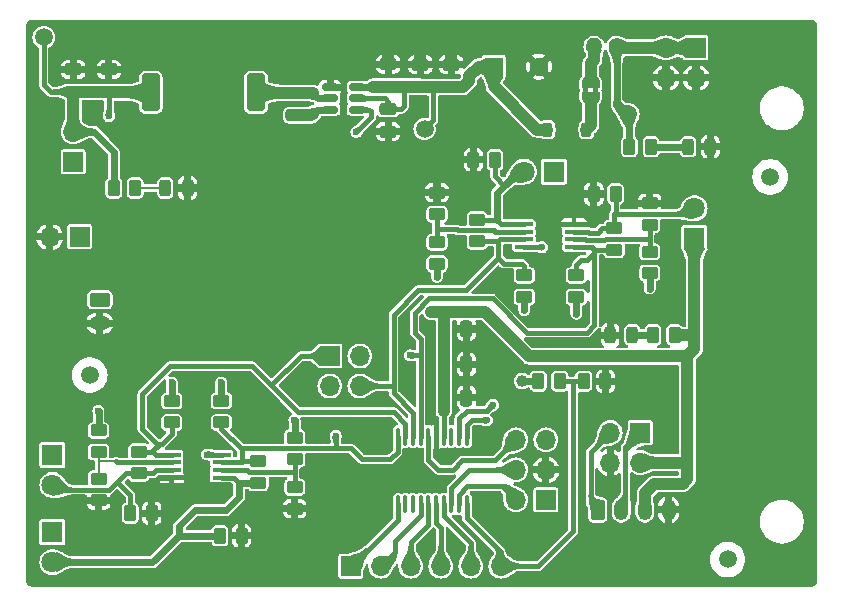
<source format=gbr>
%TF.GenerationSoftware,KiCad,Pcbnew,8.0.9-8.0.9-0~ubuntu24.04.1*%
%TF.CreationDate,2025-03-05T09:12:54+01:00*%
%TF.ProjectId,SpeedometerV1,53706565-646f-46d6-9574-657256312e6b,V2*%
%TF.SameCoordinates,Original*%
%TF.FileFunction,Copper,L1,Top*%
%TF.FilePolarity,Positive*%
%FSLAX46Y46*%
G04 Gerber Fmt 4.6, Leading zero omitted, Abs format (unit mm)*
G04 Created by KiCad (PCBNEW 8.0.9-8.0.9-0~ubuntu24.04.1) date 2025-03-05 09:12:54*
%MOMM*%
%LPD*%
G01*
G04 APERTURE LIST*
G04 Aperture macros list*
%AMRoundRect*
0 Rectangle with rounded corners*
0 $1 Rounding radius*
0 $2 $3 $4 $5 $6 $7 $8 $9 X,Y pos of 4 corners*
0 Add a 4 corners polygon primitive as box body*
4,1,4,$2,$3,$4,$5,$6,$7,$8,$9,$2,$3,0*
0 Add four circle primitives for the rounded corners*
1,1,$1+$1,$2,$3*
1,1,$1+$1,$4,$5*
1,1,$1+$1,$6,$7*
1,1,$1+$1,$8,$9*
0 Add four rect primitives between the rounded corners*
20,1,$1+$1,$2,$3,$4,$5,0*
20,1,$1+$1,$4,$5,$6,$7,0*
20,1,$1+$1,$6,$7,$8,$9,0*
20,1,$1+$1,$8,$9,$2,$3,0*%
%AMFreePoly0*
4,1,19,0.500000,-0.750000,0.000000,-0.750000,0.000000,-0.744911,-0.071157,-0.744911,-0.207708,-0.704816,-0.327430,-0.627875,-0.420627,-0.520320,-0.479746,-0.390866,-0.500000,-0.250000,-0.500000,0.250000,-0.479746,0.390866,-0.420627,0.520320,-0.327430,0.627875,-0.207708,0.704816,-0.071157,0.744911,0.000000,0.744911,0.000000,0.750000,0.500000,0.750000,0.500000,-0.750000,0.500000,-0.750000,
$1*%
%AMFreePoly1*
4,1,19,0.000000,0.744911,0.071157,0.744911,0.207708,0.704816,0.327430,0.627875,0.420627,0.520320,0.479746,0.390866,0.500000,0.250000,0.500000,-0.250000,0.479746,-0.390866,0.420627,-0.520320,0.327430,-0.627875,0.207708,-0.704816,0.071157,-0.744911,0.000000,-0.744911,0.000000,-0.750000,-0.500000,-0.750000,-0.500000,0.750000,0.000000,0.750000,0.000000,0.744911,0.000000,0.744911,
$1*%
G04 Aperture macros list end*
%TA.AperFunction,EtchedComponent*%
%ADD10C,0.000000*%
%TD*%
%TA.AperFunction,SMDPad,CuDef*%
%ADD11C,1.500000*%
%TD*%
%TA.AperFunction,SMDPad,CuDef*%
%ADD12RoundRect,0.250000X-0.262500X-0.450000X0.262500X-0.450000X0.262500X0.450000X-0.262500X0.450000X0*%
%TD*%
%TA.AperFunction,SMDPad,CuDef*%
%ADD13RoundRect,0.250000X-0.450000X0.262500X-0.450000X-0.262500X0.450000X-0.262500X0.450000X0.262500X0*%
%TD*%
%TA.AperFunction,SMDPad,CuDef*%
%ADD14RoundRect,0.250000X0.262500X0.450000X-0.262500X0.450000X-0.262500X-0.450000X0.262500X-0.450000X0*%
%TD*%
%TA.AperFunction,SMDPad,CuDef*%
%ADD15RoundRect,0.250000X0.450000X-0.262500X0.450000X0.262500X-0.450000X0.262500X-0.450000X-0.262500X0*%
%TD*%
%TA.AperFunction,ComponentPad*%
%ADD16R,1.800000X1.800000*%
%TD*%
%TA.AperFunction,ComponentPad*%
%ADD17C,1.800000*%
%TD*%
%TA.AperFunction,SMDPad,CuDef*%
%ADD18RoundRect,0.250000X-0.250000X-0.475000X0.250000X-0.475000X0.250000X0.475000X-0.250000X0.475000X0*%
%TD*%
%TA.AperFunction,SMDPad,CuDef*%
%ADD19RoundRect,0.250000X0.475000X-0.250000X0.475000X0.250000X-0.475000X0.250000X-0.475000X-0.250000X0*%
%TD*%
%TA.AperFunction,SMDPad,CuDef*%
%ADD20RoundRect,0.250000X-0.475000X0.250000X-0.475000X-0.250000X0.475000X-0.250000X0.475000X0.250000X0*%
%TD*%
%TA.AperFunction,SMDPad,CuDef*%
%ADD21RoundRect,0.150000X0.512500X0.150000X-0.512500X0.150000X-0.512500X-0.150000X0.512500X-0.150000X0*%
%TD*%
%TA.AperFunction,SMDPad,CuDef*%
%ADD22RoundRect,0.100000X-0.100000X0.637500X-0.100000X-0.637500X0.100000X-0.637500X0.100000X0.637500X0*%
%TD*%
%TA.AperFunction,ComponentPad*%
%ADD23R,1.700000X1.700000*%
%TD*%
%TA.AperFunction,ComponentPad*%
%ADD24O,1.700000X1.700000*%
%TD*%
%TA.AperFunction,SMDPad,CuDef*%
%ADD25RoundRect,0.243750X0.243750X0.456250X-0.243750X0.456250X-0.243750X-0.456250X0.243750X-0.456250X0*%
%TD*%
%TA.AperFunction,ComponentPad*%
%ADD26C,1.400000*%
%TD*%
%TA.AperFunction,ComponentPad*%
%ADD27O,1.400000X1.400000*%
%TD*%
%TA.AperFunction,SMDPad,CuDef*%
%ADD28RoundRect,0.225000X-0.225000X-0.375000X0.225000X-0.375000X0.225000X0.375000X-0.225000X0.375000X0*%
%TD*%
%TA.AperFunction,SMDPad,CuDef*%
%ADD29FreePoly0,90.000000*%
%TD*%
%TA.AperFunction,SMDPad,CuDef*%
%ADD30FreePoly1,90.000000*%
%TD*%
%TA.AperFunction,ComponentPad*%
%ADD31R,1.600000X1.600000*%
%TD*%
%TA.AperFunction,ComponentPad*%
%ADD32C,1.600000*%
%TD*%
%TA.AperFunction,SMDPad,CuDef*%
%ADD33RoundRect,0.400000X-0.400000X1.250000X-0.400000X-1.250000X0.400000X-1.250000X0.400000X1.250000X0*%
%TD*%
%TA.AperFunction,ComponentPad*%
%ADD34RoundRect,0.250000X-0.350000X-0.625000X0.350000X-0.625000X0.350000X0.625000X-0.350000X0.625000X0*%
%TD*%
%TA.AperFunction,ComponentPad*%
%ADD35O,1.200000X1.750000*%
%TD*%
%TA.AperFunction,SMDPad,CuDef*%
%ADD36RoundRect,0.100000X0.687500X0.100000X-0.687500X0.100000X-0.687500X-0.100000X0.687500X-0.100000X0*%
%TD*%
%TA.AperFunction,SMDPad,CuDef*%
%ADD37RoundRect,0.100000X-0.687500X-0.100000X0.687500X-0.100000X0.687500X0.100000X-0.687500X0.100000X0*%
%TD*%
%TA.AperFunction,ComponentPad*%
%ADD38RoundRect,0.250000X-0.625000X0.350000X-0.625000X-0.350000X0.625000X-0.350000X0.625000X0.350000X0*%
%TD*%
%TA.AperFunction,ComponentPad*%
%ADD39O,1.750000X1.200000*%
%TD*%
%TA.AperFunction,SMDPad,CuDef*%
%ADD40RoundRect,0.243750X-0.243750X-0.456250X0.243750X-0.456250X0.243750X0.456250X-0.243750X0.456250X0*%
%TD*%
%TA.AperFunction,ViaPad*%
%ADD41C,1.000000*%
%TD*%
%TA.AperFunction,ViaPad*%
%ADD42C,0.600000*%
%TD*%
%TA.AperFunction,Conductor*%
%ADD43C,0.500000*%
%TD*%
%TA.AperFunction,Conductor*%
%ADD44C,0.400000*%
%TD*%
%TA.AperFunction,Conductor*%
%ADD45C,1.000000*%
%TD*%
%TA.AperFunction,Conductor*%
%ADD46C,0.600000*%
%TD*%
%TA.AperFunction,Conductor*%
%ADD47C,0.200000*%
%TD*%
G04 APERTURE END LIST*
D10*
%TA.AperFunction,EtchedComponent*%
%TO.C,JP1*%
G36*
X83200000Y-42100000D02*
G01*
X82800000Y-42100000D01*
X82800000Y-41600000D01*
X83200000Y-41600000D01*
X83200000Y-42100000D01*
G37*
%TD.AperFunction*%
%TA.AperFunction,EtchedComponent*%
G36*
X84000000Y-42100000D02*
G01*
X83600000Y-42100000D01*
X83600000Y-41600000D01*
X84000000Y-41600000D01*
X84000000Y-42100000D01*
G37*
%TD.AperFunction*%
%TD*%
D11*
%TO.P,FID3,*%
%TO.N,*%
X98600000Y-49200000D03*
%TD*%
%TO.P,FID2,*%
%TO.N,*%
X95000000Y-81600000D03*
%TD*%
%TO.P,FID1,*%
%TO.N,*%
X41000000Y-66000000D03*
%TD*%
D12*
%TO.P,R14,1*%
%TO.N,/BUCK_3.3V*%
X43025000Y-50150000D03*
%TO.P,R14,2*%
%TO.N,Net-(D3-A)*%
X44850000Y-50150000D03*
%TD*%
D13*
%TO.P,R16,1*%
%TO.N,+3.3V*%
X52143750Y-68177500D03*
%TO.P,R16,2*%
%TO.N,/COMP_BOUT2*%
X52143750Y-70002500D03*
%TD*%
D14*
%TO.P,R11,1*%
%TO.N,Net-(Q1-E)*%
X85512500Y-50660000D03*
%TO.P,R11,2*%
%TO.N,GND*%
X83687500Y-50660000D03*
%TD*%
D15*
%TO.P,R7,1*%
%TO.N,+3.3V*%
X88400000Y-57372500D03*
%TO.P,R7,2*%
%TO.N,Net-(U1A--)*%
X88400000Y-55547500D03*
%TD*%
D16*
%TO.P,Q4,1,C*%
%TO.N,+3.3V*%
X37843750Y-79290000D03*
D17*
%TO.P,Q4,2,E*%
%TO.N,Net-(Q4-E)*%
X37843750Y-81830000D03*
%TD*%
D11*
%TO.P,TP1,1,1*%
%TO.N,VRAIL*%
X86600000Y-43900000D03*
%TD*%
D18*
%TO.P,C10,1*%
%TO.N,+3.3V*%
X70975000Y-65090000D03*
%TO.P,C10,2*%
%TO.N,GND*%
X72875000Y-65090000D03*
%TD*%
D19*
%TO.P,C6,1*%
%TO.N,/BUCK_3.3V*%
X42620000Y-42010000D03*
%TO.P,C6,2*%
%TO.N,GND*%
X42620000Y-40110000D03*
%TD*%
D14*
%TO.P,R1,1*%
%TO.N,Net-(D1-A)*%
X88512500Y-46650000D03*
%TO.P,R1,2*%
%TO.N,VRAIL*%
X86687500Y-46650000D03*
%TD*%
D20*
%TO.P,C1,1*%
%TO.N,Net-(U3-SW)*%
X58320000Y-42090000D03*
%TO.P,C1,2*%
%TO.N,Net-(U3-BST)*%
X58320000Y-43990000D03*
%TD*%
D21*
%TO.P,U3,1,FB*%
%TO.N,/BUCK_3.3V*%
X63620000Y-43520000D03*
%TO.P,U3,2,EN*%
%TO.N,/VRAIL_CAP*%
X63620000Y-42570000D03*
%TO.P,U3,3,IN*%
X63620000Y-41620000D03*
%TO.P,U3,4,GND*%
%TO.N,GND*%
X61345000Y-41620000D03*
%TO.P,U3,5,SW*%
%TO.N,Net-(U3-SW)*%
X61345000Y-42570000D03*
%TO.P,U3,6,BST*%
%TO.N,Net-(U3-BST)*%
X61345000Y-43520000D03*
%TD*%
D22*
%TO.P,U4,1,PB7*%
%TO.N,/I2C_SCL*%
X72925000Y-71190000D03*
%TO.P,U4,2,PC14*%
%TO.N,/I2C_SDA*%
X72275000Y-71190000D03*
%TO.P,U4,3,PC15*%
%TO.N,unconnected-(U4-PC15-Pad3)*%
X71625000Y-71190000D03*
%TO.P,U4,4,VDD*%
%TO.N,+3.3V*%
X70975000Y-71190000D03*
%TO.P,U4,5,VSS*%
%TO.N,GND*%
X70325000Y-71190000D03*
%TO.P,U4,6,PF2*%
%TO.N,/SWD_NRST*%
X69675000Y-71190000D03*
%TO.P,U4,7,PA0*%
%TO.N,/COMP_AOUT1*%
X69025000Y-71190000D03*
%TO.P,U4,8,PA1*%
%TO.N,/COMP_BOUT1*%
X68375000Y-71190000D03*
%TO.P,U4,9,PA2*%
%TO.N,/COMP_AOUT2*%
X67725000Y-71190000D03*
%TO.P,U4,10,PA3*%
%TO.N,/COMP_BOUT2*%
X67075000Y-71190000D03*
%TO.P,U4,11,PA4*%
%TO.N,/IO_SPEEDOMETER_LED*%
X67075000Y-76915000D03*
%TO.P,U4,12,PA5*%
%TO.N,unconnected-(U4-PA5-Pad12)*%
X67725000Y-76915000D03*
%TO.P,U4,13,PA6*%
%TO.N,unconnected-(U4-PA6-Pad13)*%
X68375000Y-76915000D03*
%TO.P,U4,14,PA7*%
%TO.N,/IO_Poti_Speed*%
X69025000Y-76915000D03*
%TO.P,U4,15,PA8*%
%TO.N,/INT_LANE_DATA*%
X69675000Y-76915000D03*
%TO.P,U4,16,PA9/PA11*%
%TO.N,/INT_SPEED_LANE2*%
X70325000Y-76915000D03*
%TO.P,U4,17,PA10/PA12*%
%TO.N,/INT_SPEED_LANE1*%
X70975000Y-76915000D03*
%TO.P,U4,18,PA13*%
%TO.N,/SWD_SWDIO*%
X71625000Y-76915000D03*
%TO.P,U4,19,PA14*%
%TO.N,/SWD_SWCLK*%
X72275000Y-76915000D03*
%TO.P,U4,20,PB6*%
%TO.N,/IO_POWER_RAIL_DATA*%
X72925000Y-76915000D03*
%TD*%
D15*
%TO.P,R15,1*%
%TO.N,+3.3V*%
X77800000Y-59372500D03*
%TO.P,R15,2*%
%TO.N,/COMP_BOUT1*%
X77800000Y-57547500D03*
%TD*%
D18*
%TO.P,C11,1*%
%TO.N,+3.3V*%
X70975000Y-67890000D03*
%TO.P,C11,2*%
%TO.N,GND*%
X72875000Y-67890000D03*
%TD*%
D23*
%TO.P,J6,1,Pin_1*%
%TO.N,/I2C_SDA*%
X87600000Y-70860000D03*
D24*
%TO.P,J6,2,Pin_2*%
%TO.N,+3.3V*%
X87600000Y-73400000D03*
%TO.P,J6,3,Pin_3*%
%TO.N,/I2C_SCL*%
X85060000Y-70860000D03*
%TO.P,J6,4,Pin_4*%
%TO.N,GND*%
X85060000Y-73400000D03*
%TD*%
D13*
%TO.P,R17,1*%
%TO.N,Net-(Q3-E)*%
X73800000Y-52835000D03*
%TO.P,R17,2*%
%TO.N,/COMP_BOUT1*%
X73800000Y-54660000D03*
%TD*%
D23*
%TO.P,J2,1,Pin_1*%
%TO.N,+3.3V*%
X39600000Y-47940000D03*
D24*
%TO.P,J2,2,Pin_2*%
%TO.N,/BUCK_3.3V*%
X39600000Y-45400000D03*
%TD*%
D18*
%TO.P,C9,1*%
%TO.N,+3.3V*%
X70975000Y-62090000D03*
%TO.P,C9,2*%
%TO.N,GND*%
X72875000Y-62090000D03*
%TD*%
D13*
%TO.P,R20,1*%
%TO.N,+3.3V*%
X58343750Y-71277500D03*
%TO.P,R20,2*%
%TO.N,Net-(U2B--)*%
X58343750Y-73102500D03*
%TD*%
D15*
%TO.P,R6,1*%
%TO.N,Net-(Q2-E)*%
X45143750Y-74302500D03*
%TO.P,R6,2*%
%TO.N,/COMP_AOUT2*%
X45143750Y-72477500D03*
%TD*%
D25*
%TO.P,D3,1,K*%
%TO.N,GND*%
X49275000Y-50150000D03*
%TO.P,D3,2,A*%
%TO.N,Net-(D3-A)*%
X47400000Y-50150000D03*
%TD*%
D26*
%TO.P,TH1,1*%
%TO.N,VRAIL*%
X85600000Y-38165000D03*
D27*
%TO.P,TH1,2*%
%TO.N,Net-(JP1-B)*%
X83700000Y-38165000D03*
%TD*%
D19*
%TO.P,C7,1*%
%TO.N,/BUCK_3.3V*%
X39610000Y-42010000D03*
%TO.P,C7,2*%
%TO.N,GND*%
X39610000Y-40110000D03*
%TD*%
D28*
%TO.P,D2,1,K*%
%TO.N,/VRAIL_CAP*%
X79750000Y-45200000D03*
%TO.P,D2,2,A*%
%TO.N,Net-(D2-A)*%
X83050000Y-45200000D03*
%TD*%
D15*
%TO.P,R18,1*%
%TO.N,Net-(Q4-E)*%
X55243750Y-75102500D03*
%TO.P,R18,2*%
%TO.N,/COMP_BOUT2*%
X55243750Y-73277500D03*
%TD*%
%TO.P,R19,1*%
%TO.N,+3.3V*%
X70400000Y-56572500D03*
%TO.P,R19,2*%
%TO.N,Net-(U1B--)*%
X70400000Y-54747500D03*
%TD*%
D29*
%TO.P,JP1,1,A*%
%TO.N,Net-(D2-A)*%
X83400000Y-42500000D03*
D30*
%TO.P,JP1,2,B*%
%TO.N,Net-(JP1-B)*%
X83400000Y-41200000D03*
%TD*%
D23*
%TO.P,J8,1,Pin_1*%
%TO.N,+3.3V*%
X79615000Y-76555000D03*
D24*
%TO.P,J8,2,Pin_2*%
%TO.N,/SWD_SWCLK*%
X77075000Y-76555000D03*
%TO.P,J8,3,Pin_3*%
%TO.N,GND*%
X79615000Y-74015000D03*
%TO.P,J8,4,Pin_4*%
%TO.N,/SWD_SWDIO*%
X77075000Y-74015000D03*
%TO.P,J8,5,Pin_5*%
%TO.N,unconnected-(J8-Pin_5-Pad5)*%
X79615000Y-71475000D03*
%TO.P,J8,6,Pin_6*%
%TO.N,/SWD_NRST*%
X77075000Y-71475000D03*
%TD*%
D13*
%TO.P,R23,1*%
%TO.N,Net-(U2B--)*%
X58343750Y-75477500D03*
%TO.P,R23,2*%
%TO.N,GND*%
X58343750Y-77302500D03*
%TD*%
%TO.P,R8,1*%
%TO.N,+3.3V*%
X41743750Y-70677500D03*
%TO.P,R8,2*%
%TO.N,Net-(U2A--)*%
X41743750Y-72502500D03*
%TD*%
D31*
%TO.P,C2,1*%
%TO.N,/VRAIL_CAP*%
X75210000Y-39880000D03*
D32*
%TO.P,C2,2*%
%TO.N,GND*%
X79010000Y-39880000D03*
%TD*%
D14*
%TO.P,R22,1*%
%TO.N,Net-(Q3-E)*%
X75312500Y-47760000D03*
%TO.P,R22,2*%
%TO.N,GND*%
X73487500Y-47760000D03*
%TD*%
D15*
%TO.P,R10,1*%
%TO.N,Net-(U1A--)*%
X88400000Y-53260000D03*
%TO.P,R10,2*%
%TO.N,GND*%
X88400000Y-51435000D03*
%TD*%
D12*
%TO.P,R4,1*%
%TO.N,VRAIL*%
X78962500Y-66515000D03*
%TO.P,R4,2*%
%TO.N,/IO_POWER_RAIL_DATA*%
X80787500Y-66515000D03*
%TD*%
D19*
%TO.P,C3,1*%
%TO.N,/VRAIL_CAP*%
X71600000Y-41600000D03*
%TO.P,C3,2*%
%TO.N,GND*%
X71600000Y-39700000D03*
%TD*%
D20*
%TO.P,C8,1*%
%TO.N,/VRAIL_CAP*%
X66260000Y-43480000D03*
%TO.P,C8,2*%
%TO.N,GND*%
X66260000Y-45380000D03*
%TD*%
D33*
%TO.P,L1,1,1*%
%TO.N,Net-(U3-SW)*%
X55070000Y-42060000D03*
%TO.P,L1,2,2*%
%TO.N,/BUCK_3.3V*%
X46170000Y-42060000D03*
%TD*%
D11*
%TO.P,TP2,1,1*%
%TO.N,/BUCK_3.3V*%
X37100000Y-37400000D03*
%TD*%
D12*
%TO.P,R13,1*%
%TO.N,Net-(Q2-E)*%
X44431250Y-77690000D03*
%TO.P,R13,2*%
%TO.N,GND*%
X46256250Y-77690000D03*
%TD*%
D13*
%TO.P,R12,1*%
%TO.N,Net-(U2A--)*%
X41743750Y-74777500D03*
%TO.P,R12,2*%
%TO.N,GND*%
X41743750Y-76602500D03*
%TD*%
D25*
%TO.P,D1,1,K*%
%TO.N,GND*%
X93537500Y-46650000D03*
%TO.P,D1,2,A*%
%TO.N,Net-(D1-A)*%
X91662500Y-46650000D03*
%TD*%
D34*
%TO.P,J9,1,Pin_1*%
%TO.N,/I2C_SCL*%
X84000000Y-77400000D03*
D35*
%TO.P,J9,2,Pin_2*%
%TO.N,/I2C_SDA*%
X86000000Y-77400000D03*
%TO.P,J9,3,Pin_3*%
%TO.N,+3.3V*%
X88000000Y-77400000D03*
%TO.P,J9,4,Pin_4*%
%TO.N,GND*%
X90000000Y-77400000D03*
%TD*%
D15*
%TO.P,R21,1*%
%TO.N,Net-(U1B--)*%
X70400000Y-52372500D03*
%TO.P,R21,2*%
%TO.N,GND*%
X70400000Y-50547500D03*
%TD*%
D11*
%TO.P,TP3,1,1*%
%TO.N,/VRAIL_CAP*%
X69350000Y-45150000D03*
%TD*%
D16*
%TO.P,Q1,1,C*%
%TO.N,+3.3V*%
X92200000Y-54400000D03*
D17*
%TO.P,Q1,2,E*%
%TO.N,Net-(Q1-E)*%
X92200000Y-51860000D03*
%TD*%
D19*
%TO.P,C4,1*%
%TO.N,/VRAIL_CAP*%
X69000000Y-41600000D03*
%TO.P,C4,2*%
%TO.N,GND*%
X69000000Y-39700000D03*
%TD*%
%TO.P,C5,1*%
%TO.N,/VRAIL_CAP*%
X66280000Y-41560000D03*
%TO.P,C5,2*%
%TO.N,GND*%
X66280000Y-39660000D03*
%TD*%
D16*
%TO.P,Q2,1,C*%
%TO.N,+3.3V*%
X37843750Y-72750000D03*
D17*
%TO.P,Q2,2,E*%
%TO.N,Net-(Q2-E)*%
X37843750Y-75290000D03*
%TD*%
D12*
%TO.P,R24,1*%
%TO.N,Net-(Q4-E)*%
X52031250Y-79590000D03*
%TO.P,R24,2*%
%TO.N,GND*%
X53856250Y-79590000D03*
%TD*%
D16*
%TO.P,Q3,1,C*%
%TO.N,+3.3V*%
X80300000Y-48760000D03*
D17*
%TO.P,Q3,2,E*%
%TO.N,Net-(Q3-E)*%
X77760000Y-48760000D03*
%TD*%
D36*
%TO.P,U1,1*%
%TO.N,/COMP_AOUT1*%
X82000000Y-55160000D03*
%TO.P,U1,2,-*%
%TO.N,Net-(U1A--)*%
X82000000Y-54510000D03*
%TO.P,U1,3,+*%
%TO.N,Net-(Q1-E)*%
X82000000Y-53860000D03*
%TO.P,U1,4,V-*%
%TO.N,GND*%
X82000000Y-53210000D03*
%TO.P,U1,5,+*%
%TO.N,Net-(Q3-E)*%
X77775000Y-53210000D03*
%TO.P,U1,6,-*%
%TO.N,Net-(U1B--)*%
X77775000Y-53860000D03*
%TO.P,U1,7*%
%TO.N,/COMP_BOUT1*%
X77775000Y-54510000D03*
%TO.P,U1,8,V+*%
%TO.N,+3.3V*%
X77775000Y-55160000D03*
%TD*%
D13*
%TO.P,R5,1*%
%TO.N,Net-(Q1-E)*%
X85400000Y-53547500D03*
%TO.P,R5,2*%
%TO.N,/COMP_AOUT1*%
X85400000Y-55372500D03*
%TD*%
D37*
%TO.P,U2,1*%
%TO.N,/COMP_AOUT2*%
X47931250Y-72715000D03*
%TO.P,U2,2,-*%
%TO.N,Net-(U2A--)*%
X47931250Y-73365000D03*
%TO.P,U2,3,+*%
%TO.N,Net-(Q2-E)*%
X47931250Y-74015000D03*
%TO.P,U2,4,V-*%
%TO.N,GND*%
X47931250Y-74665000D03*
%TO.P,U2,5,+*%
%TO.N,Net-(Q4-E)*%
X52156250Y-74665000D03*
%TO.P,U2,6,-*%
%TO.N,Net-(U2B--)*%
X52156250Y-74015000D03*
%TO.P,U2,7*%
%TO.N,/COMP_BOUT2*%
X52156250Y-73365000D03*
%TO.P,U2,8,V+*%
%TO.N,+3.3V*%
X52156250Y-72715000D03*
%TD*%
D12*
%TO.P,R9,1*%
%TO.N,/IO_POWER_RAIL_DATA*%
X82825000Y-66515000D03*
%TO.P,R9,2*%
%TO.N,GND*%
X84650000Y-66515000D03*
%TD*%
D23*
%TO.P,J1,1,Pin_1*%
%TO.N,VRAIL*%
X92325000Y-38275000D03*
D24*
%TO.P,J1,2,Pin_2*%
%TO.N,GND*%
X92325000Y-40815000D03*
%TO.P,J1,3,Pin_3*%
%TO.N,VRAIL*%
X89785000Y-38275000D03*
%TO.P,J1,4,Pin_4*%
%TO.N,GND*%
X89785000Y-40815000D03*
%TD*%
D15*
%TO.P,R2,1*%
%TO.N,+3.3V*%
X82200000Y-59372500D03*
%TO.P,R2,2*%
%TO.N,/COMP_AOUT1*%
X82200000Y-57547500D03*
%TD*%
D38*
%TO.P,J4,1,Pin_1*%
%TO.N,+3.3V*%
X41850000Y-59600000D03*
D39*
%TO.P,J4,2,Pin_2*%
%TO.N,GND*%
X41850000Y-61600000D03*
%TD*%
D23*
%TO.P,J5,1,Pin_1*%
%TO.N,+3.3V*%
X40140000Y-54275000D03*
D24*
%TO.P,J5,2,Pin_2*%
%TO.N,GND*%
X37600000Y-54275000D03*
%TD*%
D23*
%TO.P,J3,1,Pin_1*%
%TO.N,/IO_SPEEDOMETER_LED*%
X63105000Y-82165000D03*
D24*
%TO.P,J3,2,Pin_2*%
%TO.N,/IO_Poti_Speed*%
X65645000Y-82165000D03*
%TO.P,J3,3,Pin_3*%
%TO.N,/INT_LANE_DATA*%
X68185000Y-82165000D03*
%TO.P,J3,4,Pin_4*%
%TO.N,/INT_SPEED_LANE2*%
X70725000Y-82165000D03*
%TO.P,J3,5,Pin_5*%
%TO.N,/INT_SPEED_LANE1*%
X73265000Y-82165000D03*
%TO.P,J3,6,Pin_6*%
%TO.N,/IO_POWER_RAIL_DATA*%
X75805000Y-82165000D03*
%TD*%
D14*
%TO.P,R25,1*%
%TO.N,+3.3V*%
X90512500Y-62600000D03*
%TO.P,R25,2*%
%TO.N,Net-(D4-A)*%
X88687500Y-62600000D03*
%TD*%
D13*
%TO.P,R3,1*%
%TO.N,+3.3V*%
X47943750Y-68177500D03*
%TO.P,R3,2*%
%TO.N,/COMP_AOUT2*%
X47943750Y-70002500D03*
%TD*%
D23*
%TO.P,J7,1,Pin_1*%
%TO.N,/COMP_AOUT2*%
X61325000Y-64375000D03*
D24*
%TO.P,J7,2,Pin_2*%
%TO.N,/COMP_AOUT1*%
X63865000Y-64375000D03*
%TO.P,J7,3,Pin_3*%
%TO.N,/COMP_BOUT2*%
X61325000Y-66915000D03*
%TO.P,J7,4,Pin_4*%
%TO.N,/COMP_BOUT1*%
X63865000Y-66915000D03*
%TD*%
D40*
%TO.P,D4,1,K*%
%TO.N,GND*%
X85062500Y-62600000D03*
%TO.P,D4,2,A*%
%TO.N,Net-(D4-A)*%
X86937500Y-62600000D03*
%TD*%
D41*
%TO.N,GND*%
X55000000Y-55000000D03*
D42*
X61320000Y-39160000D03*
X70400000Y-49347500D03*
D41*
X95100000Y-50900000D03*
X56000000Y-63000000D03*
X90600000Y-43900000D03*
D42*
X64320000Y-40160000D03*
D41*
X65000000Y-49000000D03*
D42*
X62320000Y-45160000D03*
D41*
X74600000Y-71900000D03*
D42*
X59320000Y-47160000D03*
D41*
X55000000Y-51000000D03*
D42*
X61320000Y-40160000D03*
X88400000Y-50147500D03*
X56968750Y-77302500D03*
X65320000Y-47160000D03*
D41*
X51000000Y-55000000D03*
X55000000Y-57000000D03*
X53000000Y-51000000D03*
D42*
X62320000Y-39160000D03*
D41*
X71600000Y-37900000D03*
X58000000Y-37000000D03*
D42*
X59325000Y-65515000D03*
D41*
X95100000Y-48900000D03*
D42*
X82500000Y-50647500D03*
D41*
X61000000Y-55000000D03*
X53000000Y-55000000D03*
X60000000Y-37000000D03*
X65100000Y-74400000D03*
X95100000Y-38900000D03*
D42*
X83800000Y-63000000D03*
X70725000Y-72815000D03*
D41*
X67000000Y-49000000D03*
X47000000Y-55000000D03*
X37000000Y-68000000D03*
X65000000Y-57000000D03*
D42*
X59320000Y-46160000D03*
D41*
X51000000Y-51000000D03*
D42*
X64320000Y-47160000D03*
X49825000Y-71515000D03*
X55081250Y-79590000D03*
X75125000Y-67515000D03*
D41*
X63000000Y-55000000D03*
D42*
X46218750Y-75752500D03*
X60320000Y-40160000D03*
X41818750Y-77752500D03*
D41*
X95100000Y-46900000D03*
D42*
X67738775Y-56000000D03*
D41*
X57000000Y-57000000D03*
D42*
X59320000Y-40160000D03*
X67825000Y-63015000D03*
D41*
X59000000Y-51000000D03*
D42*
X47618750Y-77752500D03*
X60320000Y-47160000D03*
D41*
X65000000Y-59000000D03*
D42*
X70125000Y-69815000D03*
D41*
X57000000Y-51000000D03*
X69000000Y-47000000D03*
D42*
X59325000Y-66815000D03*
D41*
X95100000Y-42900000D03*
D42*
X61320000Y-46160000D03*
X57825000Y-66815000D03*
X59320000Y-39160000D03*
X60320000Y-46160000D03*
D41*
X62100000Y-74400000D03*
D42*
X46325000Y-69015000D03*
D41*
X58600000Y-81900000D03*
X37000000Y-50000000D03*
D42*
X64320000Y-46160000D03*
D41*
X61000000Y-51000000D03*
D42*
X64320000Y-39160000D03*
X67738775Y-50000000D03*
D41*
X62000000Y-37000000D03*
X93100000Y-43900000D03*
D42*
X82300000Y-48260000D03*
X67738775Y-51500000D03*
X62320000Y-40160000D03*
X60320000Y-39160000D03*
D41*
X69000000Y-49000000D03*
D42*
X55825000Y-70515000D03*
X62825000Y-71115000D03*
X72212500Y-47760000D03*
D41*
X95100000Y-44900000D03*
D42*
X63320000Y-39160000D03*
D41*
X62100000Y-79400000D03*
X65000000Y-55000000D03*
X64000000Y-37000000D03*
X95100000Y-36900000D03*
D42*
X54825000Y-68015000D03*
D41*
X37000000Y-44000000D03*
X37000000Y-66000000D03*
D42*
X59325000Y-68015000D03*
D41*
X45000000Y-55000000D03*
X57000000Y-59000000D03*
D42*
X67738775Y-53000000D03*
X68125000Y-65315000D03*
D41*
X95100000Y-40900000D03*
X52000000Y-63000000D03*
X42000000Y-37000000D03*
X54000000Y-63000000D03*
X48600000Y-81900000D03*
D42*
X80800000Y-52260000D03*
X83537500Y-53210000D03*
X71725000Y-72815000D03*
X63320000Y-40160000D03*
D41*
X52100000Y-81900000D03*
D42*
X80050000Y-57760000D03*
X63320000Y-47160000D03*
X85825000Y-66515000D03*
D41*
X37000000Y-48000000D03*
X37000000Y-46000000D03*
X63000000Y-51000000D03*
D42*
X49825000Y-68515000D03*
D41*
X40000000Y-37000000D03*
X59000000Y-59000000D03*
X66280000Y-37900000D03*
D42*
X74625000Y-70715000D03*
D41*
X65000000Y-53000000D03*
X69000000Y-37900000D03*
X58000000Y-63000000D03*
D42*
X49825000Y-70015000D03*
D41*
X62100000Y-76900000D03*
X68100000Y-74400000D03*
D42*
X67738775Y-54500000D03*
X61320000Y-45160000D03*
D41*
X65000000Y-51000000D03*
X55600000Y-81900000D03*
X49000000Y-55000000D03*
D42*
%TO.N,/BUCK_3.3V*%
X63570000Y-45410000D03*
X42620000Y-44060000D03*
%TO.N,+3.3V*%
X82200000Y-60800000D03*
X77800000Y-60500000D03*
X88400000Y-58660000D03*
D41*
X69900000Y-60615000D03*
D42*
X70400000Y-57660000D03*
X41725000Y-69015000D03*
X58325000Y-69815000D03*
X50925000Y-72715000D03*
X52125000Y-66615000D03*
X47925000Y-66615000D03*
X79300000Y-55160000D03*
%TO.N,/I2C_SDA*%
X75125000Y-68515000D03*
%TO.N,/I2C_SCL*%
X74625000Y-69815000D03*
%TO.N,/COMP_BOUT2*%
X61825000Y-71115000D03*
%TO.N,/COMP_AOUT1*%
X68125000Y-64315000D03*
D41*
%TO.N,VRAIL*%
X77600000Y-66500000D03*
%TD*%
D43*
%TO.N,GND*%
X41818750Y-76677500D02*
X41743750Y-76602500D01*
X82500000Y-50647500D02*
X83675000Y-50647500D01*
D44*
X46846568Y-74665000D02*
X46218750Y-75292818D01*
X70325000Y-71190000D02*
X70325000Y-70015000D01*
X47931250Y-74665000D02*
X46846568Y-74665000D01*
D43*
X83675000Y-50647500D02*
X83687500Y-50660000D01*
D44*
X70325000Y-72415000D02*
X70725000Y-72815000D01*
X46218750Y-75292818D02*
X46218750Y-75752500D01*
X85825000Y-66515000D02*
X84650000Y-66515000D01*
D43*
X72212500Y-47760000D02*
X73487500Y-47760000D01*
D44*
X70325000Y-71190000D02*
X70325000Y-72415000D01*
X84200000Y-62600000D02*
X83800000Y-63000000D01*
D43*
X88400000Y-50147500D02*
X88400000Y-51435000D01*
X41818750Y-77752500D02*
X41818750Y-76677500D01*
D45*
X66280000Y-37900000D02*
X66280000Y-39660000D01*
D43*
X47618750Y-77752500D02*
X46318750Y-77752500D01*
X56968750Y-77302500D02*
X58343750Y-77302500D01*
D45*
X69000000Y-37900000D02*
X69000000Y-39700000D01*
D44*
X70325000Y-70015000D02*
X70125000Y-69815000D01*
D43*
X46318750Y-77752500D02*
X46256250Y-77690000D01*
D44*
X85062500Y-62600000D02*
X84200000Y-62600000D01*
D43*
X70400000Y-49347500D02*
X70400000Y-50547500D01*
D45*
X71600000Y-39700000D02*
X71600000Y-37900000D01*
D44*
X83537500Y-53210000D02*
X82000000Y-53210000D01*
D43*
X55081250Y-79590000D02*
X53856250Y-79590000D01*
D44*
%TO.N,/BUCK_3.3V*%
X64820000Y-43660000D02*
X64680000Y-43520000D01*
D45*
X42620000Y-42010000D02*
X39610000Y-42010000D01*
X46170000Y-42060000D02*
X42670000Y-42060000D01*
D44*
X37100000Y-37400000D02*
X37100000Y-41400000D01*
X63570000Y-45410000D02*
X64820000Y-44160000D01*
X42620000Y-44060000D02*
X42620000Y-42010000D01*
X37710000Y-42010000D02*
X39610000Y-42010000D01*
D46*
X41350000Y-45400000D02*
X39600000Y-45400000D01*
D45*
X39610000Y-42010000D02*
X39610000Y-45390000D01*
D46*
X42350000Y-46400000D02*
X41350000Y-45400000D01*
D44*
X64680000Y-43520000D02*
X63620000Y-43520000D01*
X37100000Y-41400000D02*
X37710000Y-42010000D01*
D46*
X43025000Y-47075000D02*
X42350000Y-46400000D01*
X43025000Y-50150000D02*
X43025000Y-47075000D01*
D44*
X64820000Y-44160000D02*
X64820000Y-43660000D01*
D45*
X39610000Y-45390000D02*
X39600000Y-45400000D01*
%TO.N,+3.3V*%
X70975000Y-62090000D02*
X70975000Y-60965000D01*
X70975000Y-65090000D02*
X70975000Y-62090000D01*
X70975000Y-69015000D02*
X70975000Y-67890000D01*
X91600000Y-74800000D02*
X91600000Y-73400000D01*
D46*
X70400000Y-57660000D02*
X70400000Y-56572500D01*
D45*
X71325000Y-60615000D02*
X69900000Y-60615000D01*
X70975000Y-67890000D02*
X70975000Y-65090000D01*
D44*
X77775000Y-55160000D02*
X79300000Y-55160000D01*
D46*
X88400000Y-58660000D02*
X88400000Y-57372500D01*
X47943750Y-68177500D02*
X47943750Y-66633750D01*
D45*
X91600000Y-73400000D02*
X87600000Y-73400000D01*
X88800000Y-75200000D02*
X91200000Y-75200000D01*
D46*
X41743750Y-69033750D02*
X41725000Y-69015000D01*
X58343750Y-69833750D02*
X58325000Y-69815000D01*
D45*
X88000000Y-76000000D02*
X88800000Y-75200000D01*
D44*
X52156250Y-72715000D02*
X50925000Y-72715000D01*
D45*
X91600000Y-64415000D02*
X91600000Y-67650000D01*
X91600000Y-67650000D02*
X91600000Y-73400000D01*
D46*
X41743750Y-70677500D02*
X41743750Y-69033750D01*
X77800000Y-59372500D02*
X77800000Y-60500000D01*
X52143750Y-68177500D02*
X52143750Y-66633750D01*
X91547500Y-67702500D02*
X91600000Y-67650000D01*
D45*
X78225000Y-64415000D02*
X74425000Y-60615000D01*
X74425000Y-60615000D02*
X71325000Y-60615000D01*
X92200000Y-62600000D02*
X92200000Y-63815000D01*
D46*
X82200000Y-59372500D02*
X82200000Y-60800000D01*
D44*
X50925000Y-72715000D02*
X50881250Y-72715000D01*
D45*
X92200000Y-62600000D02*
X90512500Y-62600000D01*
X91200000Y-75200000D02*
X91600000Y-74800000D01*
D44*
X70975000Y-69015000D02*
X70975000Y-71190000D01*
D45*
X70975000Y-60965000D02*
X71325000Y-60615000D01*
X88000000Y-77400000D02*
X88000000Y-76000000D01*
D46*
X58343750Y-71277500D02*
X58343750Y-69833750D01*
D45*
X92200000Y-63815000D02*
X91600000Y-64415000D01*
D46*
X47943750Y-66633750D02*
X47925000Y-66615000D01*
D45*
X91600000Y-64415000D02*
X78225000Y-64415000D01*
D46*
X52143750Y-66633750D02*
X52125000Y-66615000D01*
D45*
X92200000Y-54400000D02*
X92200000Y-62600000D01*
D46*
%TO.N,Net-(D1-A)*%
X88512500Y-46650000D02*
X91662500Y-46650000D01*
D45*
%TO.N,Net-(D2-A)*%
X83400000Y-42500000D02*
X83400000Y-44850000D01*
X83400000Y-44850000D02*
X83050000Y-45200000D01*
D47*
%TO.N,Net-(D3-A)*%
X44850000Y-50150000D02*
X47400000Y-50150000D01*
D46*
%TO.N,Net-(D4-A)*%
X88687500Y-62600000D02*
X86937500Y-62600000D01*
D44*
%TO.N,/SWD_NRST*%
X71725000Y-74015000D02*
X72525000Y-73215000D01*
X69675000Y-73165000D02*
X70525000Y-74015000D01*
X75335000Y-73215000D02*
X77075000Y-71475000D01*
X69675000Y-71190000D02*
X69675000Y-73165000D01*
X72525000Y-73215000D02*
X75335000Y-73215000D01*
X70525000Y-74015000D02*
X71725000Y-74015000D01*
%TO.N,/SWD_SWCLK*%
X72275000Y-76117622D02*
X72977622Y-75415000D01*
X72275000Y-76915000D02*
X72275000Y-76117622D01*
X75935000Y-75415000D02*
X77075000Y-76555000D01*
X72977622Y-75415000D02*
X75935000Y-75415000D01*
%TO.N,/SWD_SWDIO*%
X71625000Y-76915000D02*
X71625000Y-75515000D01*
X73125000Y-74015000D02*
X77075000Y-74015000D01*
X71625000Y-75515000D02*
X73125000Y-74015000D01*
%TO.N,/I2C_SDA*%
X75125000Y-68515000D02*
X74625000Y-69015000D01*
X74625000Y-69015000D02*
X72900736Y-69015000D01*
X72275000Y-69640736D02*
X72275000Y-71190000D01*
X86350000Y-77050000D02*
X86000000Y-77400000D01*
X87600000Y-70860000D02*
X86350000Y-72110000D01*
X72900736Y-69015000D02*
X72275000Y-69640736D01*
X86350000Y-72110000D02*
X86350000Y-77050000D01*
%TO.N,/I2C_SCL*%
X83400000Y-72520000D02*
X83400000Y-76800000D01*
X85060000Y-70860000D02*
X83400000Y-72520000D01*
X74625000Y-69815000D02*
X73325000Y-69815000D01*
X73325000Y-69815000D02*
X72925000Y-70215000D01*
X72925000Y-70215000D02*
X72925000Y-71190000D01*
X83400000Y-76800000D02*
X84000000Y-77400000D01*
%TO.N,/COMP_BOUT2*%
X53950000Y-72190000D02*
X53875000Y-72265000D01*
X66425000Y-73115000D02*
X64025000Y-73115000D01*
X53875000Y-72265000D02*
X53875000Y-73365000D01*
X61825000Y-72190000D02*
X61825000Y-71115000D01*
X52156250Y-73365000D02*
X53875000Y-73365000D01*
X53875000Y-73365000D02*
X53962500Y-73277500D01*
X53962500Y-73277500D02*
X55243750Y-73277500D01*
X61825000Y-72190000D02*
X53950000Y-72190000D01*
X67075000Y-71190000D02*
X67075000Y-72465000D01*
X52143750Y-70533750D02*
X53875000Y-72265000D01*
X67075000Y-72465000D02*
X66425000Y-73115000D01*
X52143750Y-70002500D02*
X52143750Y-70533750D01*
X64025000Y-73115000D02*
X63100000Y-72190000D01*
X63100000Y-72190000D02*
X61825000Y-72190000D01*
%TO.N,/COMP_BOUT1*%
X75600000Y-56060000D02*
X72860000Y-58800000D01*
X77600000Y-56560000D02*
X76100000Y-56560000D01*
X68375000Y-69165000D02*
X68375000Y-71190000D01*
X68800000Y-58800000D02*
X66725000Y-60875000D01*
X66725000Y-66915000D02*
X66725000Y-67515000D01*
X72860000Y-58800000D02*
X68800000Y-58800000D01*
X76100000Y-56560000D02*
X75600000Y-56060000D01*
X75750000Y-54510000D02*
X75600000Y-54660000D01*
X77800000Y-56760000D02*
X77600000Y-56560000D01*
X63865000Y-66915000D02*
X66725000Y-66915000D01*
X75600000Y-54660000D02*
X73800000Y-54660000D01*
X75600000Y-56060000D02*
X75600000Y-54660000D01*
X77775000Y-54510000D02*
X75750000Y-54510000D01*
X66725000Y-60875000D02*
X66725000Y-66915000D01*
X77800000Y-57547500D02*
X77800000Y-56760000D01*
X66725000Y-67515000D02*
X68375000Y-69165000D01*
%TO.N,/COMP_AOUT1*%
X69025000Y-62915000D02*
X69025000Y-64315000D01*
X83712500Y-55647500D02*
X83712500Y-55372500D01*
X82000000Y-55160000D02*
X83500000Y-55160000D01*
X82200000Y-56660000D02*
X82600000Y-56260000D01*
X78000000Y-62400000D02*
X75100000Y-59500000D01*
X69025000Y-64315000D02*
X69025000Y-71190000D01*
X75100000Y-59500000D02*
X69742207Y-59500000D01*
X83100000Y-62400000D02*
X78000000Y-62400000D01*
X82200000Y-57547500D02*
X82200000Y-56660000D01*
X83712500Y-61787500D02*
X83100000Y-62400000D01*
X69025000Y-64315000D02*
X68125000Y-64315000D01*
X69742207Y-59500000D02*
X68500000Y-60742207D01*
X82600000Y-56260000D02*
X83100000Y-56260000D01*
X68500000Y-60742207D02*
X68500000Y-62390000D01*
X83100000Y-56260000D02*
X83712500Y-55647500D01*
X83500000Y-55160000D02*
X83712500Y-55372500D01*
X83712500Y-55372500D02*
X85400000Y-55372500D01*
X83712500Y-55647500D02*
X83712500Y-61787500D01*
X68500000Y-62390000D02*
X69025000Y-62915000D01*
D47*
X85187500Y-55160000D02*
X85400000Y-55372500D01*
D44*
%TO.N,/COMP_AOUT2*%
X58625000Y-69115000D02*
X56375000Y-66865000D01*
X47943750Y-70996250D02*
X47125000Y-71815000D01*
X54725000Y-65215000D02*
X47825000Y-65215000D01*
X46625000Y-72715000D02*
X46387500Y-72477500D01*
X67725000Y-70115000D02*
X66725000Y-69115000D01*
X67725000Y-71190000D02*
X67725000Y-70115000D01*
X47125000Y-71815000D02*
X46925000Y-71815000D01*
X46725000Y-71815000D02*
X47125000Y-71815000D01*
X46387500Y-72477500D02*
X45143750Y-72477500D01*
X58865000Y-64375000D02*
X61325000Y-64375000D01*
X45425000Y-67615000D02*
X45425000Y-70515000D01*
X46925000Y-71815000D02*
X46387500Y-72352500D01*
X56375000Y-66865000D02*
X54725000Y-65215000D01*
X56375000Y-66865000D02*
X58865000Y-64375000D01*
X46387500Y-72352500D02*
X46387500Y-72477500D01*
X66725000Y-69115000D02*
X58625000Y-69115000D01*
X47825000Y-65215000D02*
X45425000Y-67615000D01*
X45425000Y-70515000D02*
X46725000Y-71815000D01*
X47931250Y-72715000D02*
X46625000Y-72715000D01*
X47943750Y-70002500D02*
X47943750Y-70996250D01*
%TO.N,Net-(Q1-E)*%
X84000000Y-53960000D02*
X84400000Y-53560000D01*
X92200000Y-51860000D02*
X91712500Y-52347500D01*
X83297550Y-53960000D02*
X84000000Y-53960000D01*
X82000000Y-53860000D02*
X83197550Y-53860000D01*
X85512500Y-52247500D02*
X85512500Y-50660000D01*
X83197550Y-53860000D02*
X83297550Y-53960000D01*
X85387500Y-53560000D02*
X85400000Y-53547500D01*
X91712500Y-52347500D02*
X85412500Y-52347500D01*
X85400000Y-52360000D02*
X85400000Y-53547500D01*
X85412500Y-52347500D02*
X85400000Y-52360000D01*
X85400000Y-52360000D02*
X85512500Y-52247500D01*
X84400000Y-53560000D02*
X85387500Y-53560000D01*
%TO.N,Net-(Q2-E)*%
X38243750Y-75690000D02*
X42650000Y-75690000D01*
X43325000Y-75015000D02*
X44037500Y-74302500D01*
X47931250Y-74015000D02*
X46648040Y-74015000D01*
X44431250Y-77690000D02*
X44431250Y-76121250D01*
X44431250Y-76121250D02*
X43325000Y-75015000D01*
X46360540Y-74302500D02*
X45143750Y-74302500D01*
X42650000Y-75690000D02*
X43325000Y-75015000D01*
X37843750Y-75290000D02*
X38243750Y-75690000D01*
X44037500Y-74302500D02*
X45143750Y-74302500D01*
X46648040Y-74015000D02*
X46360540Y-74302500D01*
%TO.N,Net-(Q3-E)*%
X75850000Y-53210000D02*
X75475000Y-52835000D01*
D46*
X75475000Y-50585000D02*
X75475000Y-52835000D01*
X77300000Y-48760000D02*
X76100000Y-49960000D01*
X76100000Y-49960000D02*
X75475000Y-50585000D01*
D44*
X75312500Y-49172500D02*
X76100000Y-49960000D01*
X75475000Y-52835000D02*
X73800000Y-52835000D01*
X77775000Y-53210000D02*
X75850000Y-53210000D01*
X75312500Y-47760000D02*
X75312500Y-49172500D01*
D46*
X77760000Y-48760000D02*
X77300000Y-48760000D01*
%TO.N,Net-(Q4-E)*%
X52525000Y-77415000D02*
X53656250Y-76283750D01*
X55243750Y-75102500D02*
X53656250Y-75102500D01*
D44*
X53175000Y-74665000D02*
X53612500Y-75102500D01*
D46*
X53656250Y-76283750D02*
X53656250Y-75102500D01*
X49925000Y-77415000D02*
X52525000Y-77415000D01*
X48550000Y-79590000D02*
X48550000Y-78790000D01*
X48550000Y-79590000D02*
X52031250Y-79590000D01*
X48550000Y-78790000D02*
X49925000Y-77415000D01*
D44*
X53612500Y-75102500D02*
X53656250Y-75102500D01*
D46*
X46310000Y-81830000D02*
X48550000Y-79590000D01*
X37843750Y-81830000D02*
X46310000Y-81830000D01*
D44*
X52156250Y-74665000D02*
X53175000Y-74665000D01*
D47*
%TO.N,Net-(U2A--)*%
X41743750Y-73290000D02*
X41743750Y-74777500D01*
D44*
X46725000Y-73365000D02*
X47931250Y-73365000D01*
D47*
X41743750Y-72502500D02*
X41743750Y-73290000D01*
D44*
X46700000Y-73390000D02*
X43343750Y-73390000D01*
X46725000Y-73365000D02*
X46700000Y-73390000D01*
X43343750Y-73390000D02*
X43243750Y-73290000D01*
D47*
X43243750Y-73290000D02*
X41743750Y-73290000D01*
D44*
%TO.N,Net-(U2B--)*%
X58343750Y-74233750D02*
X58343750Y-73102500D01*
X54342584Y-74015000D02*
X54517584Y-74190000D01*
X54517584Y-74190000D02*
X58300000Y-74190000D01*
X58343750Y-74233750D02*
X58343750Y-75477500D01*
X52156250Y-74015000D02*
X54342584Y-74015000D01*
X58300000Y-74190000D02*
X58343750Y-74233750D01*
D46*
%TO.N,VRAIL*%
X77615000Y-66515000D02*
X77600000Y-66500000D01*
D45*
X92325000Y-38275000D02*
X89785000Y-38275000D01*
D46*
X85600000Y-42900000D02*
X86600000Y-43900000D01*
X86687500Y-46650000D02*
X86687500Y-43987500D01*
D45*
X89785000Y-38275000D02*
X85710000Y-38275000D01*
D46*
X85600000Y-38165000D02*
X85600000Y-42900000D01*
X78962500Y-66515000D02*
X77615000Y-66515000D01*
D45*
X85710000Y-38275000D02*
X85600000Y-38165000D01*
D46*
X86687500Y-43987500D02*
X86600000Y-43900000D01*
D44*
%TO.N,/IO_SPEEDOMETER_LED*%
X67075000Y-76915000D02*
X67075000Y-78265000D01*
X67075000Y-78265000D02*
X63175000Y-82165000D01*
X63175000Y-82165000D02*
X63105000Y-82165000D01*
%TO.N,/INT_SPEED_LANE1*%
X73265000Y-80205000D02*
X73265000Y-82165000D01*
X70975000Y-76915000D02*
X70975000Y-77915000D01*
X70975000Y-77915000D02*
X73265000Y-80205000D01*
%TO.N,/IO_POWER_RAIL_DATA*%
X81925000Y-66515000D02*
X82825000Y-66515000D01*
X75805000Y-80995000D02*
X75805000Y-82165000D01*
X78975000Y-82165000D02*
X81925000Y-79215000D01*
X80787500Y-66515000D02*
X81925000Y-66515000D01*
X72925000Y-78115000D02*
X75805000Y-80995000D01*
X75805000Y-82165000D02*
X78975000Y-82165000D01*
X81925000Y-79215000D02*
X81925000Y-66515000D01*
X72925000Y-76915000D02*
X72925000Y-78115000D01*
%TO.N,/INT_LANE_DATA*%
X69675000Y-76915000D02*
X69675000Y-78665000D01*
X68185000Y-80155000D02*
X68185000Y-82165000D01*
X69675000Y-78665000D02*
X68185000Y-80155000D01*
%TO.N,/IO_Poti_Speed*%
X66825000Y-80015000D02*
X66825000Y-80985000D01*
X69025000Y-76915000D02*
X69025000Y-77815000D01*
X69025000Y-77815000D02*
X66825000Y-80015000D01*
X66825000Y-80985000D02*
X65645000Y-82165000D01*
%TO.N,/INT_SPEED_LANE2*%
X70725000Y-78915000D02*
X70725000Y-82165000D01*
X70325000Y-76915000D02*
X70325000Y-78515000D01*
X70325000Y-78515000D02*
X70725000Y-78915000D01*
D46*
%TO.N,Net-(U3-SW)*%
X60340000Y-42570000D02*
X59930000Y-42160000D01*
D45*
X59930000Y-42160000D02*
X59860000Y-42090000D01*
X55100000Y-42090000D02*
X55070000Y-42060000D01*
D46*
X61345000Y-42570000D02*
X60340000Y-42570000D01*
D45*
X59860000Y-42090000D02*
X58320000Y-42090000D01*
X58320000Y-42090000D02*
X55100000Y-42090000D01*
D46*
%TO.N,Net-(U3-BST)*%
X61345000Y-43520000D02*
X60220000Y-43520000D01*
D45*
X59880000Y-43860000D02*
X59750000Y-43990000D01*
D46*
X60220000Y-43520000D02*
X59880000Y-43860000D01*
D45*
X59750000Y-43990000D02*
X58320000Y-43990000D01*
D44*
%TO.N,Net-(U1A--)*%
X88400000Y-54460000D02*
X88400000Y-55547500D01*
X84673834Y-54460000D02*
X88400000Y-54460000D01*
X84573834Y-54560000D02*
X84673834Y-54460000D01*
X83000000Y-54560000D02*
X84573834Y-54560000D01*
X88400000Y-54460000D02*
X88400000Y-53260000D01*
X82000000Y-54510000D02*
X82950000Y-54510000D01*
X82950000Y-54510000D02*
X83000000Y-54560000D01*
D47*
X88387500Y-55547500D02*
X88400000Y-55547500D01*
D44*
%TO.N,Net-(U1B--)*%
X70400000Y-53660000D02*
X70400000Y-54747500D01*
X75187500Y-53747500D02*
X72187500Y-53747500D01*
X72187500Y-53747500D02*
X72100000Y-53660000D01*
X70400000Y-52372500D02*
X70400000Y-53660000D01*
X75300000Y-53860000D02*
X75187500Y-53747500D01*
X77775000Y-53860000D02*
X75300000Y-53860000D01*
X72100000Y-53660000D02*
X70400000Y-53660000D01*
D45*
%TO.N,/VRAIL_CAP*%
X73920000Y-39880000D02*
X75210000Y-39880000D01*
X78900000Y-45200000D02*
X79750000Y-45200000D01*
X66280000Y-41560000D02*
X67600000Y-41560000D01*
X69000000Y-41600000D02*
X70100000Y-41600000D01*
X75210000Y-39880000D02*
X75210000Y-41510000D01*
D44*
X67320000Y-43480000D02*
X67600000Y-43200000D01*
X66260000Y-43480000D02*
X67320000Y-43480000D01*
D45*
X75210000Y-41510000D02*
X78900000Y-45200000D01*
D46*
X64980000Y-41620000D02*
X63620000Y-41620000D01*
D44*
X63620000Y-42570000D02*
X65970000Y-42570000D01*
D45*
X73100000Y-41100000D02*
X73100000Y-40700000D01*
D46*
X65000000Y-41600000D02*
X64980000Y-41620000D01*
D44*
X69350000Y-45150000D02*
X70100000Y-44400000D01*
D45*
X75190000Y-39900000D02*
X75210000Y-39880000D01*
X72600000Y-41600000D02*
X73100000Y-41100000D01*
D44*
X70100000Y-44400000D02*
X70100000Y-41600000D01*
D45*
X68960000Y-41560000D02*
X69000000Y-41600000D01*
X71600000Y-41600000D02*
X72600000Y-41600000D01*
X67600000Y-41560000D02*
X68960000Y-41560000D01*
X65040000Y-41560000D02*
X65000000Y-41600000D01*
D44*
X67600000Y-43200000D02*
X67600000Y-41560000D01*
D45*
X66280000Y-41560000D02*
X65040000Y-41560000D01*
X70100000Y-41600000D02*
X71600000Y-41600000D01*
X73100000Y-40700000D02*
X73920000Y-39880000D01*
D44*
X65970000Y-42570000D02*
X66260000Y-42860000D01*
X66260000Y-42860000D02*
X66260000Y-43480000D01*
D45*
%TO.N,Net-(JP1-B)*%
X83700000Y-38165000D02*
X83700000Y-39300000D01*
X83700000Y-39300000D02*
X83400000Y-39600000D01*
X83400000Y-39600000D02*
X83400000Y-41200000D01*
%TD*%
%TA.AperFunction,Conductor*%
%TO.N,GND*%
G36*
X66574784Y-69535185D02*
G01*
X66595426Y-69551819D01*
X66941714Y-69898107D01*
X67083927Y-70040319D01*
X67117412Y-70101642D01*
X67112428Y-70171333D01*
X67070557Y-70227267D01*
X67005092Y-70251684D01*
X66996248Y-70252000D01*
X66930144Y-70252000D01*
X66930117Y-70252002D01*
X66905012Y-70254913D01*
X66905008Y-70254915D01*
X66802235Y-70300293D01*
X66722794Y-70379734D01*
X66677415Y-70482506D01*
X66677415Y-70482508D01*
X66674500Y-70507631D01*
X66674500Y-72247745D01*
X66654815Y-72314784D01*
X66638181Y-72335426D01*
X66295426Y-72678181D01*
X66234103Y-72711666D01*
X66207745Y-72714500D01*
X64242254Y-72714500D01*
X64175215Y-72694815D01*
X64154573Y-72678181D01*
X63765554Y-72289162D01*
X63345913Y-71869520D01*
X63298266Y-71842011D01*
X63254589Y-71816793D01*
X63203657Y-71803146D01*
X63152727Y-71789500D01*
X63152726Y-71789500D01*
X62362468Y-71789500D01*
X62295429Y-71769815D01*
X62249674Y-71717011D01*
X62239296Y-71651191D01*
X62245909Y-71594266D01*
X62251469Y-71546404D01*
X62256310Y-71523655D01*
X62259173Y-71514517D01*
X62272578Y-71471720D01*
X62294841Y-71400648D01*
X62294846Y-71400628D01*
X62294849Y-71400620D01*
X62299741Y-71381977D01*
X62300198Y-71379830D01*
X62303328Y-71360763D01*
X62320206Y-71215495D01*
X62327615Y-71151725D01*
X62328625Y-71140214D01*
X62329117Y-71131949D01*
X62329461Y-71131969D01*
X62330033Y-71119265D01*
X62330647Y-71115000D01*
X62310165Y-70972543D01*
X62250377Y-70841627D01*
X62156128Y-70732857D01*
X62035053Y-70655047D01*
X62035051Y-70655046D01*
X62035049Y-70655045D01*
X62035050Y-70655045D01*
X61896963Y-70614500D01*
X61896961Y-70614500D01*
X61753039Y-70614500D01*
X61753036Y-70614500D01*
X61614949Y-70655045D01*
X61493873Y-70732856D01*
X61399623Y-70841626D01*
X61399622Y-70841628D01*
X61339834Y-70972543D01*
X61319353Y-71115000D01*
X61321213Y-71127939D01*
X61321763Y-71145632D01*
X61322277Y-71145623D01*
X61322384Y-71151713D01*
X61322384Y-71151715D01*
X61322384Y-71151720D01*
X61336017Y-71269066D01*
X61346669Y-71360756D01*
X61346675Y-71360798D01*
X61349816Y-71379912D01*
X61350258Y-71381984D01*
X61350271Y-71382043D01*
X61352210Y-71389427D01*
X61355147Y-71400613D01*
X61355148Y-71400617D01*
X61393689Y-71523661D01*
X61398529Y-71546413D01*
X61405500Y-71606410D01*
X61410315Y-71647853D01*
X61410703Y-71651188D01*
X61398888Y-71720052D01*
X61351717Y-71771595D01*
X61287532Y-71789500D01*
X59358492Y-71789500D01*
X59291453Y-71769815D01*
X59245698Y-71717011D01*
X59235754Y-71647853D01*
X59241263Y-71625307D01*
X59241396Y-71624699D01*
X59244250Y-71594269D01*
X59244250Y-70960730D01*
X59241396Y-70930300D01*
X59241396Y-70930298D01*
X59196543Y-70802119D01*
X59196542Y-70802117D01*
X59115900Y-70692850D01*
X59006632Y-70612207D01*
X58964079Y-70597317D01*
X58927294Y-70584445D01*
X58870519Y-70543723D01*
X58844772Y-70478770D01*
X58844250Y-70467404D01*
X58844250Y-69767860D01*
X58844250Y-69767858D01*
X58818456Y-69671592D01*
X58820119Y-69601743D01*
X58859282Y-69543881D01*
X58923510Y-69516377D01*
X58938231Y-69515500D01*
X66507745Y-69515500D01*
X66574784Y-69535185D01*
G37*
%TD.AperFunction*%
%TA.AperFunction,Conductor*%
G36*
X69242991Y-59220185D02*
G01*
X69288746Y-59272989D01*
X69298690Y-59342147D01*
X69269665Y-59405703D01*
X69263633Y-59412181D01*
X68179522Y-60496291D01*
X68179518Y-60496297D01*
X68126792Y-60587620D01*
X68126791Y-60587620D01*
X68116696Y-60625302D01*
X68116696Y-60625303D01*
X68099500Y-60689480D01*
X68099500Y-62442726D01*
X68126793Y-62544589D01*
X68153156Y-62590250D01*
X68179520Y-62635913D01*
X68179522Y-62635915D01*
X68588181Y-63044574D01*
X68621666Y-63105897D01*
X68624500Y-63132255D01*
X68624500Y-63743362D01*
X68604815Y-63810401D01*
X68552011Y-63856156D01*
X68482853Y-63866100D01*
X68463436Y-63861693D01*
X68410617Y-63845148D01*
X68410613Y-63845147D01*
X68392035Y-63840269D01*
X68389900Y-63839814D01*
X68370792Y-63836674D01*
X68370763Y-63836669D01*
X68281687Y-63826321D01*
X68218591Y-63818990D01*
X68197973Y-63814797D01*
X68196962Y-63814500D01*
X68196961Y-63814500D01*
X68187117Y-63814500D01*
X68172807Y-63813671D01*
X68161748Y-63812386D01*
X68161739Y-63812385D01*
X68161720Y-63812383D01*
X68153828Y-63811693D01*
X68150074Y-63811365D01*
X68149089Y-63811307D01*
X68148762Y-63811288D01*
X68148761Y-63811288D01*
X68143939Y-63812092D01*
X68139636Y-63812810D01*
X68119236Y-63814500D01*
X68053036Y-63814500D01*
X67914949Y-63855045D01*
X67793873Y-63932856D01*
X67699623Y-64041626D01*
X67699622Y-64041628D01*
X67639834Y-64172543D01*
X67619353Y-64315000D01*
X67639834Y-64457456D01*
X67692121Y-64571946D01*
X67699623Y-64588373D01*
X67793872Y-64697143D01*
X67914947Y-64774953D01*
X67914950Y-64774954D01*
X67914949Y-64774954D01*
X67977527Y-64793328D01*
X68052027Y-64815203D01*
X68053036Y-64815499D01*
X68053038Y-64815500D01*
X68053039Y-64815500D01*
X68130555Y-64815500D01*
X68140547Y-64815902D01*
X68161722Y-64817615D01*
X68172791Y-64816328D01*
X68187101Y-64815500D01*
X68196957Y-64815500D01*
X68196961Y-64815500D01*
X68197979Y-64815200D01*
X68218597Y-64811006D01*
X68370763Y-64793328D01*
X68389830Y-64790198D01*
X68391977Y-64789741D01*
X68410620Y-64784849D01*
X68463433Y-64768305D01*
X68533292Y-64767050D01*
X68592739Y-64803763D01*
X68622901Y-64866787D01*
X68624500Y-64886636D01*
X68624500Y-68548745D01*
X68604815Y-68615784D01*
X68552011Y-68661539D01*
X68482853Y-68671483D01*
X68419297Y-68642458D01*
X68412819Y-68636426D01*
X67161819Y-67385426D01*
X67128334Y-67324103D01*
X67125500Y-67297745D01*
X67125500Y-61092255D01*
X67145185Y-61025216D01*
X67161819Y-61004574D01*
X68929574Y-59236819D01*
X68990897Y-59203334D01*
X69017255Y-59200500D01*
X69175952Y-59200500D01*
X69242991Y-59220185D01*
G37*
%TD.AperFunction*%
%TA.AperFunction,Conductor*%
G36*
X102106922Y-35901280D02*
G01*
X102197266Y-35911459D01*
X102224331Y-35917636D01*
X102303540Y-35945352D01*
X102328553Y-35957398D01*
X102399606Y-36002043D01*
X102421313Y-36019355D01*
X102480644Y-36078686D01*
X102497957Y-36100395D01*
X102542600Y-36171444D01*
X102554648Y-36196462D01*
X102582362Y-36275666D01*
X102588540Y-36302735D01*
X102598720Y-36393076D01*
X102599500Y-36406961D01*
X102599500Y-83393038D01*
X102598720Y-83406923D01*
X102588540Y-83497264D01*
X102582362Y-83524333D01*
X102554648Y-83603537D01*
X102542600Y-83628555D01*
X102497957Y-83699604D01*
X102480644Y-83721313D01*
X102421313Y-83780644D01*
X102399604Y-83797957D01*
X102328555Y-83842600D01*
X102303537Y-83854648D01*
X102224333Y-83882362D01*
X102197264Y-83888540D01*
X102117075Y-83897576D01*
X102106921Y-83898720D01*
X102093038Y-83899500D01*
X36106962Y-83899500D01*
X36093078Y-83898720D01*
X36080553Y-83897308D01*
X36002735Y-83888540D01*
X35975666Y-83882362D01*
X35896462Y-83854648D01*
X35871444Y-83842600D01*
X35800395Y-83797957D01*
X35778686Y-83780644D01*
X35719355Y-83721313D01*
X35702042Y-83699604D01*
X35657399Y-83628555D01*
X35645351Y-83603537D01*
X35617637Y-83524333D01*
X35611459Y-83497263D01*
X35601280Y-83406922D01*
X35600500Y-83393038D01*
X35600500Y-78370247D01*
X36743250Y-78370247D01*
X36743250Y-80209752D01*
X36754881Y-80268229D01*
X36754882Y-80268230D01*
X36799197Y-80334552D01*
X36865519Y-80378867D01*
X36865520Y-80378868D01*
X36923997Y-80390499D01*
X36924000Y-80390500D01*
X36924002Y-80390500D01*
X38763500Y-80390500D01*
X38763501Y-80390499D01*
X38778318Y-80387552D01*
X38821979Y-80378868D01*
X38821979Y-80378867D01*
X38821981Y-80378867D01*
X38888302Y-80334552D01*
X38932617Y-80268231D01*
X38932617Y-80268229D01*
X38932618Y-80268229D01*
X38944249Y-80209752D01*
X38944250Y-80209750D01*
X38944250Y-78370249D01*
X38944249Y-78370247D01*
X38932618Y-78311770D01*
X38932617Y-78311769D01*
X38888302Y-78245447D01*
X38821980Y-78201132D01*
X38821979Y-78201131D01*
X38763502Y-78189500D01*
X38763498Y-78189500D01*
X36924002Y-78189500D01*
X36923997Y-78189500D01*
X36865520Y-78201131D01*
X36865519Y-78201132D01*
X36799197Y-78245447D01*
X36754882Y-78311769D01*
X36754881Y-78311770D01*
X36743250Y-78370247D01*
X35600500Y-78370247D01*
X35600500Y-76908053D01*
X40743750Y-76908053D01*
X40754363Y-76996443D01*
X40809829Y-77137095D01*
X40901185Y-77257564D01*
X41021654Y-77348920D01*
X41162306Y-77404386D01*
X41250696Y-77415000D01*
X41443750Y-77415000D01*
X42043750Y-77415000D01*
X42236804Y-77415000D01*
X42325193Y-77404386D01*
X42465845Y-77348920D01*
X42586314Y-77257564D01*
X42677670Y-77137095D01*
X42733136Y-76996443D01*
X42743750Y-76908053D01*
X42743750Y-76902500D01*
X42043750Y-76902500D01*
X42043750Y-77415000D01*
X41443750Y-77415000D01*
X41443750Y-76902500D01*
X40743750Y-76902500D01*
X40743750Y-76908053D01*
X35600500Y-76908053D01*
X35600500Y-75289999D01*
X36738535Y-75289999D01*
X36738535Y-75290000D01*
X36757352Y-75493082D01*
X36813167Y-75689247D01*
X36813172Y-75689260D01*
X36904077Y-75871821D01*
X37026987Y-76034581D01*
X37177708Y-76171980D01*
X37177710Y-76171982D01*
X37270257Y-76229284D01*
X37351113Y-76279348D01*
X37541294Y-76353024D01*
X37741774Y-76390500D01*
X37835229Y-76390500D01*
X37850425Y-76391434D01*
X37871376Y-76394022D01*
X37914700Y-76390833D01*
X37923800Y-76390500D01*
X37945724Y-76390500D01*
X37945726Y-76390500D01*
X37956135Y-76388553D01*
X37969799Y-76386778D01*
X38281811Y-76363820D01*
X38299356Y-76361768D01*
X38301346Y-76361448D01*
X38318765Y-76357867D01*
X38613585Y-76283841D01*
X38622626Y-76281351D01*
X38623642Y-76281046D01*
X38632436Y-76278188D01*
X38871584Y-76194495D01*
X38882315Y-76191277D01*
X39136520Y-76127449D01*
X39157594Y-76124053D01*
X39542341Y-76095743D01*
X39545547Y-76094919D01*
X39547574Y-76094399D01*
X39578423Y-76090500D01*
X40628759Y-76090500D01*
X40695798Y-76110185D01*
X40741553Y-76162989D01*
X40751875Y-76229284D01*
X40743750Y-76296946D01*
X40743750Y-76302500D01*
X42743750Y-76302500D01*
X42743750Y-76296946D01*
X42733135Y-76208553D01*
X42732921Y-76207704D01*
X42732948Y-76206990D01*
X42732188Y-76200661D01*
X42733193Y-76200540D01*
X42735574Y-76137885D01*
X42775554Y-76080584D01*
X42797677Y-76067492D01*
X42797549Y-76067271D01*
X42806420Y-76062149D01*
X42895913Y-76010480D01*
X43237319Y-75669072D01*
X43298642Y-75635588D01*
X43368333Y-75640572D01*
X43412681Y-75669073D01*
X43994431Y-76250823D01*
X44027916Y-76312146D01*
X44030750Y-76338504D01*
X44030750Y-76723022D01*
X44011065Y-76790061D01*
X43963323Y-76831428D01*
X43964083Y-76832865D01*
X43955870Y-76837205D01*
X43846600Y-76917850D01*
X43765957Y-77027117D01*
X43765956Y-77027119D01*
X43721103Y-77155298D01*
X43721103Y-77155300D01*
X43718250Y-77185730D01*
X43718250Y-78194269D01*
X43721103Y-78224699D01*
X43721103Y-78224701D01*
X43762700Y-78343574D01*
X43765957Y-78352882D01*
X43846600Y-78462150D01*
X43955868Y-78542793D01*
X43998595Y-78557744D01*
X44084049Y-78587646D01*
X44114480Y-78590500D01*
X44114484Y-78590500D01*
X44748020Y-78590500D01*
X44778449Y-78587646D01*
X44778451Y-78587646D01*
X44842540Y-78565219D01*
X44906632Y-78542793D01*
X45015900Y-78462150D01*
X45096543Y-78352882D01*
X45122496Y-78278712D01*
X45141396Y-78224701D01*
X45141396Y-78224699D01*
X45144250Y-78194269D01*
X45144250Y-78183053D01*
X45443750Y-78183053D01*
X45454363Y-78271443D01*
X45509829Y-78412095D01*
X45601185Y-78532564D01*
X45721654Y-78623920D01*
X45862306Y-78679386D01*
X45950696Y-78690000D01*
X45956250Y-78690000D01*
X46556250Y-78690000D01*
X46561804Y-78690000D01*
X46650193Y-78679386D01*
X46790845Y-78623920D01*
X46911314Y-78532564D01*
X47002670Y-78412095D01*
X47058136Y-78271443D01*
X47068750Y-78183053D01*
X47068750Y-77990000D01*
X46556250Y-77990000D01*
X46556250Y-78690000D01*
X45956250Y-78690000D01*
X45956250Y-77990000D01*
X45443750Y-77990000D01*
X45443750Y-78183053D01*
X45144250Y-78183053D01*
X45144250Y-77196946D01*
X45443750Y-77196946D01*
X45443750Y-77390000D01*
X45956250Y-77390000D01*
X46556250Y-77390000D01*
X47068750Y-77390000D01*
X47068750Y-77196946D01*
X47058136Y-77108556D01*
X47002670Y-76967904D01*
X46911314Y-76847435D01*
X46790845Y-76756079D01*
X46650193Y-76700613D01*
X46561804Y-76690000D01*
X46556250Y-76690000D01*
X46556250Y-77390000D01*
X45956250Y-77390000D01*
X45956250Y-76690000D01*
X45950696Y-76690000D01*
X45862306Y-76700613D01*
X45721654Y-76756079D01*
X45601185Y-76847435D01*
X45509829Y-76967904D01*
X45454363Y-77108556D01*
X45443750Y-77196946D01*
X45144250Y-77196946D01*
X45144250Y-77185730D01*
X45141396Y-77155300D01*
X45141396Y-77155298D01*
X45103204Y-77046155D01*
X45096543Y-77027118D01*
X45015900Y-76917850D01*
X44906632Y-76837207D01*
X44906631Y-76837206D01*
X44906629Y-76837205D01*
X44898417Y-76832865D01*
X44900157Y-76829572D01*
X44857991Y-76799306D01*
X44832268Y-76734344D01*
X44831750Y-76723022D01*
X44831750Y-76183979D01*
X44831751Y-76183966D01*
X44831751Y-76068525D01*
X44831751Y-76068523D01*
X44804457Y-75966662D01*
X44766258Y-75900500D01*
X44759160Y-75888206D01*
X44759159Y-75888205D01*
X44751728Y-75875334D01*
X44672844Y-75796450D01*
X44672821Y-75796429D01*
X43979073Y-75102681D01*
X43945588Y-75041358D01*
X43950572Y-74971666D01*
X43979069Y-74927322D01*
X44120093Y-74786299D01*
X44181410Y-74752818D01*
X44251102Y-74757802D01*
X44307036Y-74799673D01*
X44307539Y-74800350D01*
X44311242Y-74805367D01*
X44371600Y-74887150D01*
X44480868Y-74967793D01*
X44509581Y-74977840D01*
X44609049Y-75012646D01*
X44639480Y-75015500D01*
X44639484Y-75015500D01*
X45648020Y-75015500D01*
X45678449Y-75012646D01*
X45678451Y-75012646D01*
X45744508Y-74989531D01*
X45806632Y-74967793D01*
X45915900Y-74887150D01*
X45932247Y-74865000D01*
X46854601Y-74865000D01*
X46858583Y-74890143D01*
X46916110Y-75003046D01*
X46916113Y-75003050D01*
X47005699Y-75092636D01*
X47005703Y-75092639D01*
X47118605Y-75150166D01*
X47212264Y-75164999D01*
X47731249Y-75164999D01*
X48131250Y-75164999D01*
X48650229Y-75164999D01*
X48743899Y-75150164D01*
X48743905Y-75150162D01*
X48856791Y-75092643D01*
X48856800Y-75092636D01*
X48946386Y-75003050D01*
X48946389Y-75003046D01*
X49003916Y-74890143D01*
X49007899Y-74865000D01*
X48131250Y-74865000D01*
X48131250Y-75164999D01*
X47731249Y-75164999D01*
X47731250Y-75164998D01*
X47731250Y-74865000D01*
X46854601Y-74865000D01*
X45932247Y-74865000D01*
X45996543Y-74777882D01*
X45996544Y-74777879D01*
X46000887Y-74769663D01*
X46004195Y-74771411D01*
X46034351Y-74729314D01*
X46099289Y-74703529D01*
X46110728Y-74703000D01*
X46413265Y-74703000D01*
X46413267Y-74703000D01*
X46515128Y-74675707D01*
X46606453Y-74622980D01*
X46728114Y-74501319D01*
X46789437Y-74467834D01*
X46815795Y-74465000D01*
X49007898Y-74465000D01*
X49003916Y-74439856D01*
X48946389Y-74326953D01*
X48946386Y-74326949D01*
X48942120Y-74322683D01*
X48908635Y-74261360D01*
X48913619Y-74191668D01*
X48916332Y-74184999D01*
X48916334Y-74184993D01*
X48916333Y-74184993D01*
X48916335Y-74184991D01*
X48919250Y-74159865D01*
X48919249Y-73870136D01*
X48918420Y-73862989D01*
X48916336Y-73845012D01*
X48916335Y-73845008D01*
X48870007Y-73740086D01*
X48860935Y-73670808D01*
X48870007Y-73639913D01*
X48870954Y-73637766D01*
X48870956Y-73637765D01*
X48916335Y-73534991D01*
X48919250Y-73509865D01*
X48919249Y-73220136D01*
X48918855Y-73216737D01*
X48916336Y-73195012D01*
X48916335Y-73195008D01*
X48871447Y-73093348D01*
X48870956Y-73092235D01*
X48870955Y-73092234D01*
X48870007Y-73090086D01*
X48860935Y-73020808D01*
X48870007Y-72989913D01*
X48870954Y-72987766D01*
X48870956Y-72987765D01*
X48916335Y-72884991D01*
X48919250Y-72859865D01*
X48919249Y-72570136D01*
X48917659Y-72556426D01*
X48916336Y-72545012D01*
X48916335Y-72545010D01*
X48916335Y-72545009D01*
X48870956Y-72442235D01*
X48791515Y-72362794D01*
X48768620Y-72352685D01*
X48688742Y-72317415D01*
X48663618Y-72314500D01*
X48663615Y-72314500D01*
X47983978Y-72314500D01*
X47983977Y-72314500D01*
X47491255Y-72314500D01*
X47424216Y-72294815D01*
X47378461Y-72242011D01*
X47368517Y-72172853D01*
X47397542Y-72109297D01*
X47403574Y-72102819D01*
X47825461Y-71680932D01*
X48264230Y-71242163D01*
X48279627Y-71215495D01*
X48301262Y-71178022D01*
X48301265Y-71178014D01*
X48301274Y-71178000D01*
X48316957Y-71150837D01*
X48344250Y-71048977D01*
X48344250Y-70838146D01*
X48363935Y-70771107D01*
X48416739Y-70725352D01*
X48456669Y-70714688D01*
X48478449Y-70712646D01*
X48478451Y-70712645D01*
X48478454Y-70712645D01*
X48544741Y-70689449D01*
X48606632Y-70667793D01*
X48715900Y-70587150D01*
X48796543Y-70477882D01*
X48830886Y-70379735D01*
X48841396Y-70349701D01*
X48841396Y-70349699D01*
X48844250Y-70319269D01*
X48844250Y-69685730D01*
X48841396Y-69655300D01*
X48841396Y-69655298D01*
X48805186Y-69551819D01*
X48796543Y-69527118D01*
X48715900Y-69417850D01*
X48606632Y-69337207D01*
X48606630Y-69337206D01*
X48478450Y-69292353D01*
X48448020Y-69289500D01*
X48448016Y-69289500D01*
X47439484Y-69289500D01*
X47439480Y-69289500D01*
X47409050Y-69292353D01*
X47409048Y-69292353D01*
X47280869Y-69337206D01*
X47280867Y-69337207D01*
X47171600Y-69417850D01*
X47090957Y-69527117D01*
X47090956Y-69527119D01*
X47046103Y-69655298D01*
X47046103Y-69655300D01*
X47043250Y-69685730D01*
X47043250Y-70319269D01*
X47046103Y-70349699D01*
X47046103Y-70349701D01*
X47090956Y-70477880D01*
X47090957Y-70477882D01*
X47171600Y-70587150D01*
X47280868Y-70667793D01*
X47324560Y-70683081D01*
X47409392Y-70712766D01*
X47466168Y-70753488D01*
X47491915Y-70818440D01*
X47478458Y-70887002D01*
X47456118Y-70917488D01*
X47012680Y-71360926D01*
X46951357Y-71394411D01*
X46881665Y-71389427D01*
X46837318Y-71360926D01*
X45861819Y-70385426D01*
X45828334Y-70324103D01*
X45825500Y-70297745D01*
X45825500Y-67832254D01*
X45845185Y-67765215D01*
X45861819Y-67744573D01*
X46525659Y-67080733D01*
X47227778Y-66378613D01*
X47289099Y-66345130D01*
X47358791Y-66350114D01*
X47414724Y-66391986D01*
X47439141Y-66457450D01*
X47438195Y-66483943D01*
X47434887Y-66506951D01*
X47431925Y-66521394D01*
X47424500Y-66549105D01*
X47424500Y-66570331D01*
X47423238Y-66587977D01*
X47419353Y-66614999D01*
X47423238Y-66642020D01*
X47424500Y-66659667D01*
X47424500Y-66680894D01*
X47431923Y-66708596D01*
X47434885Y-66723038D01*
X47441097Y-66766234D01*
X47440292Y-66766349D01*
X47443250Y-66786915D01*
X47443250Y-67367404D01*
X47423565Y-67434443D01*
X47370761Y-67480198D01*
X47360206Y-67484445D01*
X47280867Y-67512207D01*
X47171600Y-67592850D01*
X47090957Y-67702117D01*
X47090956Y-67702119D01*
X47046103Y-67830298D01*
X47046103Y-67830300D01*
X47043250Y-67860730D01*
X47043250Y-68494269D01*
X47046103Y-68524699D01*
X47046103Y-68524701D01*
X47087309Y-68642458D01*
X47090957Y-68652882D01*
X47171600Y-68762150D01*
X47280868Y-68842793D01*
X47285804Y-68844520D01*
X47409049Y-68887646D01*
X47439480Y-68890500D01*
X47439484Y-68890500D01*
X48448020Y-68890500D01*
X48478449Y-68887646D01*
X48478451Y-68887646D01*
X48542540Y-68865219D01*
X48606632Y-68842793D01*
X48715900Y-68762150D01*
X48796543Y-68652882D01*
X48824890Y-68571871D01*
X48841396Y-68524701D01*
X48841396Y-68524699D01*
X48844250Y-68494269D01*
X48844250Y-67860730D01*
X51243250Y-67860730D01*
X51243250Y-68494269D01*
X51246103Y-68524699D01*
X51246103Y-68524701D01*
X51287309Y-68642458D01*
X51290957Y-68652882D01*
X51371600Y-68762150D01*
X51480868Y-68842793D01*
X51485804Y-68844520D01*
X51609049Y-68887646D01*
X51639480Y-68890500D01*
X51639484Y-68890500D01*
X52648020Y-68890500D01*
X52678449Y-68887646D01*
X52678451Y-68887646D01*
X52742540Y-68865219D01*
X52806632Y-68842793D01*
X52915900Y-68762150D01*
X52996543Y-68652882D01*
X53024890Y-68571871D01*
X53041396Y-68524701D01*
X53041396Y-68524699D01*
X53044250Y-68494269D01*
X53044250Y-67860730D01*
X53041396Y-67830300D01*
X53041396Y-67830298D01*
X53000436Y-67713244D01*
X52996543Y-67702118D01*
X52915900Y-67592850D01*
X52806632Y-67512207D01*
X52775896Y-67501452D01*
X52727294Y-67484445D01*
X52670519Y-67443723D01*
X52644772Y-67378770D01*
X52644250Y-67367404D01*
X52644250Y-66567860D01*
X52644250Y-66567858D01*
X52610142Y-66440564D01*
X52544250Y-66326436D01*
X52494674Y-66276860D01*
X52488658Y-66270400D01*
X52456128Y-66232857D01*
X52456125Y-66232854D01*
X52452066Y-66230246D01*
X52436793Y-66217937D01*
X52432318Y-66214504D01*
X52432314Y-66214500D01*
X52420404Y-66207623D01*
X52388121Y-66188984D01*
X52383085Y-66185915D01*
X52382879Y-66185782D01*
X52335053Y-66155047D01*
X52335051Y-66155046D01*
X52335049Y-66155045D01*
X52334004Y-66154567D01*
X52324375Y-66151171D01*
X52318192Y-66148610D01*
X52318187Y-66148608D01*
X52318186Y-66148608D01*
X52261701Y-66133473D01*
X52258862Y-66132675D01*
X52196963Y-66114500D01*
X52196961Y-66114500D01*
X52053039Y-66114500D01*
X51991145Y-66132673D01*
X51988307Y-66133469D01*
X51931817Y-66148606D01*
X51925609Y-66151177D01*
X51915985Y-66154572D01*
X51914949Y-66155045D01*
X51866915Y-66185914D01*
X51861880Y-66188983D01*
X51817689Y-66214497D01*
X51813266Y-66217892D01*
X51797945Y-66230238D01*
X51793877Y-66232852D01*
X51793868Y-66232860D01*
X51761355Y-66270383D01*
X51755324Y-66276860D01*
X51724498Y-66307686D01*
X51721364Y-66313115D01*
X51707701Y-66332303D01*
X51699623Y-66341626D01*
X51699623Y-66341627D01*
X51682088Y-66380019D01*
X51676687Y-66390495D01*
X51658607Y-66421813D01*
X51658606Y-66421816D01*
X51655046Y-66435103D01*
X51648069Y-66454511D01*
X51639835Y-66472541D01*
X51634886Y-66506956D01*
X51631925Y-66521394D01*
X51624500Y-66549105D01*
X51624500Y-66570331D01*
X51623238Y-66587977D01*
X51619353Y-66614999D01*
X51623238Y-66642020D01*
X51624500Y-66659667D01*
X51624500Y-66680894D01*
X51631923Y-66708596D01*
X51634885Y-66723038D01*
X51641097Y-66766234D01*
X51640292Y-66766349D01*
X51643250Y-66786915D01*
X51643250Y-67367404D01*
X51623565Y-67434443D01*
X51570761Y-67480198D01*
X51560206Y-67484445D01*
X51480867Y-67512207D01*
X51371600Y-67592850D01*
X51290957Y-67702117D01*
X51290956Y-67702119D01*
X51246103Y-67830298D01*
X51246103Y-67830300D01*
X51243250Y-67860730D01*
X48844250Y-67860730D01*
X48841396Y-67830300D01*
X48841396Y-67830298D01*
X48800436Y-67713244D01*
X48796543Y-67702118D01*
X48715900Y-67592850D01*
X48606632Y-67512207D01*
X48575896Y-67501452D01*
X48527294Y-67484445D01*
X48470519Y-67443723D01*
X48444772Y-67378770D01*
X48444250Y-67367404D01*
X48444250Y-66567860D01*
X48444250Y-66567858D01*
X48410142Y-66440564D01*
X48344250Y-66326436D01*
X48294674Y-66276860D01*
X48288658Y-66270400D01*
X48256128Y-66232857D01*
X48256125Y-66232854D01*
X48252066Y-66230246D01*
X48236793Y-66217937D01*
X48232318Y-66214504D01*
X48232314Y-66214500D01*
X48220404Y-66207623D01*
X48188121Y-66188984D01*
X48183085Y-66185915D01*
X48182879Y-66185782D01*
X48135053Y-66155047D01*
X48135051Y-66155046D01*
X48135049Y-66155045D01*
X48134004Y-66154567D01*
X48124375Y-66151171D01*
X48118192Y-66148610D01*
X48118187Y-66148608D01*
X48118186Y-66148608D01*
X48061701Y-66133473D01*
X48058862Y-66132675D01*
X47996963Y-66114500D01*
X47996961Y-66114500D01*
X47853039Y-66114500D01*
X47807915Y-66127749D01*
X47738046Y-66127748D01*
X47679268Y-66089972D01*
X47650244Y-66026416D01*
X47660188Y-65957258D01*
X47685298Y-65921093D01*
X47954573Y-65651819D01*
X48015896Y-65618334D01*
X48042254Y-65615500D01*
X54507745Y-65615500D01*
X54574784Y-65635185D01*
X54595426Y-65651819D01*
X56054519Y-67110912D01*
X56054520Y-67110913D01*
X57133607Y-68190000D01*
X58117976Y-69174368D01*
X58151461Y-69235691D01*
X58146477Y-69305383D01*
X58104605Y-69361316D01*
X58097335Y-69366364D01*
X58066918Y-69385912D01*
X58061880Y-69388983D01*
X58017689Y-69414497D01*
X58013266Y-69417892D01*
X57997945Y-69430238D01*
X57993877Y-69432852D01*
X57993868Y-69432860D01*
X57961355Y-69470383D01*
X57955324Y-69476860D01*
X57924498Y-69507686D01*
X57921364Y-69513115D01*
X57907701Y-69532303D01*
X57899625Y-69541625D01*
X57899623Y-69541627D01*
X57882088Y-69580019D01*
X57876687Y-69590495D01*
X57858607Y-69621813D01*
X57858606Y-69621816D01*
X57855046Y-69635103D01*
X57848069Y-69654511D01*
X57839835Y-69672541D01*
X57834886Y-69706956D01*
X57831925Y-69721394D01*
X57824500Y-69749105D01*
X57824500Y-69770331D01*
X57823238Y-69787977D01*
X57819353Y-69814999D01*
X57823238Y-69842020D01*
X57824500Y-69859667D01*
X57824500Y-69880894D01*
X57831923Y-69908596D01*
X57834885Y-69923038D01*
X57841097Y-69966234D01*
X57840292Y-69966349D01*
X57843250Y-69986915D01*
X57843250Y-70467404D01*
X57823565Y-70534443D01*
X57770761Y-70580198D01*
X57760206Y-70584445D01*
X57680867Y-70612207D01*
X57571600Y-70692850D01*
X57490957Y-70802117D01*
X57490956Y-70802119D01*
X57446103Y-70930298D01*
X57446103Y-70930300D01*
X57443250Y-70960730D01*
X57443250Y-71594269D01*
X57446103Y-71624699D01*
X57447714Y-71632073D01*
X57446448Y-71632349D01*
X57449611Y-71694327D01*
X57414880Y-71754954D01*
X57352886Y-71787179D01*
X57329008Y-71789500D01*
X54017255Y-71789500D01*
X53950216Y-71769815D01*
X53929574Y-71753181D01*
X52926659Y-70750266D01*
X52893174Y-70688943D01*
X52898158Y-70619251D01*
X52914570Y-70588951D01*
X52915898Y-70587151D01*
X52915900Y-70587150D01*
X52996543Y-70477882D01*
X53030886Y-70379735D01*
X53041396Y-70349701D01*
X53041396Y-70349699D01*
X53044250Y-70319269D01*
X53044250Y-69685730D01*
X53041396Y-69655300D01*
X53041396Y-69655298D01*
X53005186Y-69551819D01*
X52996543Y-69527118D01*
X52915900Y-69417850D01*
X52806632Y-69337207D01*
X52806630Y-69337206D01*
X52678450Y-69292353D01*
X52648020Y-69289500D01*
X52648016Y-69289500D01*
X51639484Y-69289500D01*
X51639480Y-69289500D01*
X51609050Y-69292353D01*
X51609048Y-69292353D01*
X51480869Y-69337206D01*
X51480867Y-69337207D01*
X51371600Y-69417850D01*
X51290957Y-69527117D01*
X51290956Y-69527119D01*
X51246103Y-69655298D01*
X51246103Y-69655300D01*
X51243250Y-69685730D01*
X51243250Y-70319269D01*
X51246103Y-70349699D01*
X51246103Y-70349701D01*
X51290956Y-70477880D01*
X51290957Y-70477882D01*
X51371600Y-70587150D01*
X51480868Y-70667793D01*
X51523595Y-70682744D01*
X51609049Y-70712646D01*
X51639480Y-70715500D01*
X51639484Y-70715500D01*
X51714634Y-70715500D01*
X51781673Y-70735185D01*
X51818098Y-70773385D01*
X51818322Y-70773214D01*
X51819916Y-70775292D01*
X51822020Y-70777498D01*
X51823270Y-70779663D01*
X51823272Y-70779665D01*
X53438181Y-72394574D01*
X53471666Y-72455897D01*
X53474500Y-72482255D01*
X53474500Y-72840500D01*
X53454815Y-72907539D01*
X53402011Y-72953294D01*
X53350500Y-72964500D01*
X53268250Y-72964500D01*
X53201211Y-72944815D01*
X53155456Y-72892011D01*
X53144250Y-72840500D01*
X53144249Y-72570143D01*
X53144249Y-72570136D01*
X53142659Y-72556426D01*
X53141336Y-72545012D01*
X53141335Y-72545010D01*
X53141335Y-72545009D01*
X53095956Y-72442235D01*
X53016515Y-72362794D01*
X52993620Y-72352685D01*
X52913742Y-72317415D01*
X52888618Y-72314500D01*
X52888615Y-72314500D01*
X52208978Y-72314500D01*
X52208977Y-72314500D01*
X51572844Y-72314500D01*
X51544519Y-72310044D01*
X51544320Y-72310963D01*
X51538364Y-72309669D01*
X51356414Y-72288529D01*
X51333661Y-72283689D01*
X51210617Y-72245148D01*
X51210613Y-72245147D01*
X51192035Y-72240269D01*
X51189900Y-72239814D01*
X51170792Y-72236674D01*
X51170763Y-72236669D01*
X51081687Y-72226321D01*
X51018591Y-72218990D01*
X50997973Y-72214797D01*
X50996962Y-72214500D01*
X50996961Y-72214500D01*
X50987117Y-72214500D01*
X50972807Y-72213671D01*
X50961748Y-72212386D01*
X50961739Y-72212385D01*
X50961720Y-72212383D01*
X50953828Y-72211693D01*
X50950074Y-72211365D01*
X50949089Y-72211307D01*
X50948762Y-72211288D01*
X50948761Y-72211288D01*
X50943939Y-72212092D01*
X50939636Y-72212810D01*
X50919236Y-72214500D01*
X50853036Y-72214500D01*
X50714949Y-72255045D01*
X50593873Y-72332856D01*
X50499623Y-72441626D01*
X50499622Y-72441628D01*
X50439834Y-72572543D01*
X50419353Y-72715000D01*
X50439834Y-72857456D01*
X50491090Y-72969689D01*
X50499623Y-72988373D01*
X50593872Y-73097143D01*
X50714947Y-73174953D01*
X50714950Y-73174954D01*
X50714949Y-73174954D01*
X50853036Y-73215499D01*
X50853038Y-73215500D01*
X50853039Y-73215500D01*
X50930555Y-73215500D01*
X50940547Y-73215902D01*
X50961722Y-73217615D01*
X50972791Y-73216328D01*
X50987101Y-73215500D01*
X50996957Y-73215500D01*
X50996961Y-73215500D01*
X50997977Y-73215201D01*
X51018611Y-73211004D01*
X51023148Y-73210477D01*
X51029947Y-73209688D01*
X51098810Y-73221508D01*
X51150350Y-73268682D01*
X51168250Y-73332859D01*
X51168250Y-73509856D01*
X51168252Y-73509882D01*
X51171163Y-73534986D01*
X51171164Y-73534990D01*
X51171165Y-73534991D01*
X51216544Y-73637765D01*
X51216545Y-73637766D01*
X51217493Y-73639913D01*
X51226564Y-73709191D01*
X51217493Y-73740085D01*
X51171165Y-73845009D01*
X51168250Y-73870131D01*
X51168250Y-74159856D01*
X51168252Y-74159882D01*
X51171163Y-74184986D01*
X51171164Y-74184990D01*
X51171165Y-74184991D01*
X51216544Y-74287765D01*
X51216545Y-74287766D01*
X51217493Y-74289913D01*
X51226564Y-74359191D01*
X51217493Y-74390085D01*
X51171165Y-74495009D01*
X51168250Y-74520131D01*
X51168250Y-74809856D01*
X51168252Y-74809882D01*
X51171163Y-74834987D01*
X51171165Y-74834991D01*
X51216543Y-74937764D01*
X51216544Y-74937765D01*
X51295985Y-75017206D01*
X51398759Y-75062585D01*
X51423885Y-75065500D01*
X52089080Y-75065499D01*
X52089090Y-75065500D01*
X52103523Y-75065500D01*
X52957745Y-75065500D01*
X53024784Y-75085185D01*
X53045426Y-75101819D01*
X53119431Y-75175824D01*
X53152916Y-75237147D01*
X53155750Y-75263505D01*
X53155750Y-76025074D01*
X53136065Y-76092113D01*
X53119431Y-76112755D01*
X52354005Y-76878181D01*
X52292682Y-76911666D01*
X52266324Y-76914500D01*
X49859108Y-76914500D01*
X49731812Y-76948608D01*
X49617686Y-77014500D01*
X49617683Y-77014502D01*
X48149502Y-78482683D01*
X48149500Y-78482686D01*
X48083608Y-78596812D01*
X48049500Y-78724108D01*
X48049500Y-79331324D01*
X48029815Y-79398363D01*
X48013181Y-79419005D01*
X46139005Y-81293181D01*
X46077682Y-81326666D01*
X46051324Y-81329500D01*
X39683212Y-81329500D01*
X39650527Y-81325115D01*
X39647332Y-81324242D01*
X39647335Y-81324242D01*
X39312538Y-81300630D01*
X39290462Y-81296728D01*
X39290420Y-81296913D01*
X39290407Y-81296910D01*
X39288081Y-81296307D01*
X39287064Y-81296128D01*
X39284105Y-81295279D01*
X39284105Y-81295278D01*
X39284068Y-81295268D01*
X39164132Y-81260824D01*
X39092578Y-81240274D01*
X39068723Y-81230647D01*
X38889779Y-81135776D01*
X38884673Y-81132913D01*
X38645186Y-80991075D01*
X38637461Y-80986723D01*
X38637449Y-80986716D01*
X38636586Y-80986254D01*
X38628622Y-80982211D01*
X38612567Y-80974494D01*
X38350237Y-80848403D01*
X38338684Y-80842073D01*
X38336400Y-80840658D01*
X38336383Y-80840650D01*
X38331892Y-80838910D01*
X38329192Y-80837864D01*
X38320276Y-80834002D01*
X38288265Y-80818616D01*
X38283122Y-80816230D01*
X38282520Y-80815962D01*
X38270177Y-80813324D01*
X38251304Y-80807690D01*
X38186989Y-80782775D01*
X38146209Y-80766977D01*
X38146208Y-80766976D01*
X38146206Y-80766976D01*
X37945726Y-80729500D01*
X37741774Y-80729500D01*
X37541294Y-80766976D01*
X37541291Y-80766976D01*
X37541291Y-80766977D01*
X37351114Y-80840651D01*
X37351107Y-80840655D01*
X37177710Y-80948017D01*
X37177708Y-80948019D01*
X37026987Y-81085418D01*
X36904077Y-81248178D01*
X36813172Y-81430739D01*
X36813167Y-81430752D01*
X36757352Y-81626917D01*
X36738535Y-81829999D01*
X36738535Y-81830000D01*
X36757352Y-82033082D01*
X36813167Y-82229247D01*
X36813172Y-82229260D01*
X36904077Y-82411821D01*
X37026987Y-82574581D01*
X37177708Y-82711980D01*
X37177710Y-82711982D01*
X37241454Y-82751450D01*
X37351113Y-82819348D01*
X37541294Y-82893024D01*
X37741774Y-82930500D01*
X37741776Y-82930500D01*
X37945724Y-82930500D01*
X37945726Y-82930500D01*
X38146206Y-82893024D01*
X38255494Y-82850685D01*
X38269384Y-82846225D01*
X38288325Y-82841355D01*
X38320265Y-82826001D01*
X38329175Y-82822141D01*
X38336387Y-82819348D01*
X38338678Y-82817928D01*
X38350237Y-82811596D01*
X38628621Y-82677788D01*
X38636536Y-82673770D01*
X38636724Y-82673669D01*
X38637455Y-82673278D01*
X38645196Y-82668917D01*
X38884667Y-82527086D01*
X38889734Y-82524244D01*
X39068728Y-82429348D01*
X39092576Y-82419724D01*
X39185873Y-82392930D01*
X39287029Y-82363879D01*
X39312533Y-82359368D01*
X39647329Y-82335758D01*
X39650018Y-82335073D01*
X39652946Y-82334329D01*
X39683522Y-82330500D01*
X46375890Y-82330500D01*
X46375892Y-82330500D01*
X46503186Y-82296392D01*
X46617314Y-82230500D01*
X48720995Y-80126819D01*
X48782318Y-80093334D01*
X48808676Y-80090500D01*
X51221154Y-80090500D01*
X51288193Y-80110185D01*
X51333948Y-80162989D01*
X51338195Y-80173544D01*
X51365956Y-80252880D01*
X51365957Y-80252882D01*
X51446600Y-80362150D01*
X51555868Y-80442793D01*
X51595949Y-80456818D01*
X51684049Y-80487646D01*
X51714480Y-80490500D01*
X51714484Y-80490500D01*
X52348020Y-80490500D01*
X52378449Y-80487646D01*
X52378451Y-80487646D01*
X52442540Y-80465219D01*
X52506632Y-80442793D01*
X52615900Y-80362150D01*
X52696543Y-80252882D01*
X52721733Y-80180893D01*
X52741396Y-80124701D01*
X52741396Y-80124699D01*
X52744250Y-80094269D01*
X52744250Y-80083053D01*
X53043750Y-80083053D01*
X53054363Y-80171443D01*
X53109829Y-80312095D01*
X53201185Y-80432564D01*
X53321654Y-80523920D01*
X53462306Y-80579386D01*
X53550696Y-80590000D01*
X53556250Y-80590000D01*
X54156250Y-80590000D01*
X54161804Y-80590000D01*
X54250193Y-80579386D01*
X54390845Y-80523920D01*
X54511314Y-80432564D01*
X54602670Y-80312095D01*
X54658136Y-80171443D01*
X54668750Y-80083053D01*
X54668750Y-79890000D01*
X54156250Y-79890000D01*
X54156250Y-80590000D01*
X53556250Y-80590000D01*
X53556250Y-79890000D01*
X53043750Y-79890000D01*
X53043750Y-80083053D01*
X52744250Y-80083053D01*
X52744250Y-79096946D01*
X53043750Y-79096946D01*
X53043750Y-79290000D01*
X53556250Y-79290000D01*
X54156250Y-79290000D01*
X54668750Y-79290000D01*
X54668750Y-79096946D01*
X54658136Y-79008556D01*
X54602670Y-78867904D01*
X54511314Y-78747435D01*
X54390845Y-78656079D01*
X54250193Y-78600613D01*
X54161804Y-78590000D01*
X54156250Y-78590000D01*
X54156250Y-79290000D01*
X53556250Y-79290000D01*
X53556250Y-78590000D01*
X53550696Y-78590000D01*
X53462306Y-78600613D01*
X53321654Y-78656079D01*
X53201185Y-78747435D01*
X53109829Y-78867904D01*
X53054363Y-79008556D01*
X53043750Y-79096946D01*
X52744250Y-79096946D01*
X52744250Y-79085730D01*
X52741396Y-79055300D01*
X52741396Y-79055298D01*
X52703798Y-78947853D01*
X52696543Y-78927118D01*
X52615900Y-78817850D01*
X52506632Y-78737207D01*
X52506630Y-78737206D01*
X52378450Y-78692353D01*
X52348020Y-78689500D01*
X52348016Y-78689500D01*
X51714484Y-78689500D01*
X51714480Y-78689500D01*
X51684050Y-78692353D01*
X51684048Y-78692353D01*
X51555869Y-78737206D01*
X51555867Y-78737207D01*
X51446600Y-78817850D01*
X51365957Y-78927117D01*
X51338195Y-79006456D01*
X51297473Y-79063231D01*
X51232520Y-79088978D01*
X51221154Y-79089500D01*
X49257676Y-79089500D01*
X49190637Y-79069815D01*
X49144882Y-79017011D01*
X49134938Y-78947853D01*
X49163963Y-78884297D01*
X49169995Y-78877819D01*
X50095995Y-77951819D01*
X50157318Y-77918334D01*
X50183676Y-77915500D01*
X52590890Y-77915500D01*
X52590892Y-77915500D01*
X52718186Y-77881392D01*
X52832314Y-77815500D01*
X53039761Y-77608053D01*
X57343750Y-77608053D01*
X57354363Y-77696443D01*
X57409829Y-77837095D01*
X57501185Y-77957564D01*
X57621654Y-78048920D01*
X57762306Y-78104386D01*
X57850696Y-78115000D01*
X58043750Y-78115000D01*
X58643750Y-78115000D01*
X58836804Y-78115000D01*
X58925193Y-78104386D01*
X59065845Y-78048920D01*
X59186314Y-77957564D01*
X59277670Y-77837095D01*
X59333136Y-77696443D01*
X59343750Y-77608053D01*
X59343750Y-77602500D01*
X58643750Y-77602500D01*
X58643750Y-78115000D01*
X58043750Y-78115000D01*
X58043750Y-77602500D01*
X57343750Y-77602500D01*
X57343750Y-77608053D01*
X53039761Y-77608053D01*
X53650868Y-76996946D01*
X57343750Y-76996946D01*
X57343750Y-77002500D01*
X58043750Y-77002500D01*
X58643750Y-77002500D01*
X59343750Y-77002500D01*
X59343750Y-76996946D01*
X59333136Y-76908556D01*
X59277670Y-76767904D01*
X59186314Y-76647435D01*
X59065845Y-76556079D01*
X58925193Y-76500613D01*
X58836804Y-76490000D01*
X58643750Y-76490000D01*
X58643750Y-77002500D01*
X58043750Y-77002500D01*
X58043750Y-76490000D01*
X57850696Y-76490000D01*
X57762306Y-76500613D01*
X57621654Y-76556079D01*
X57501185Y-76647435D01*
X57409829Y-76767904D01*
X57354363Y-76908556D01*
X57343750Y-76996946D01*
X53650868Y-76996946D01*
X54056750Y-76591064D01*
X54122642Y-76476936D01*
X54156750Y-76349643D01*
X54156750Y-76217858D01*
X54156750Y-75727000D01*
X54176435Y-75659961D01*
X54229239Y-75614206D01*
X54280750Y-75603000D01*
X54346897Y-75603000D01*
X54413936Y-75622685D01*
X54446667Y-75653367D01*
X54471598Y-75687148D01*
X54471599Y-75687148D01*
X54471600Y-75687150D01*
X54580868Y-75767793D01*
X54623595Y-75782744D01*
X54709049Y-75812646D01*
X54739480Y-75815500D01*
X54739484Y-75815500D01*
X55748020Y-75815500D01*
X55778449Y-75812646D01*
X55778451Y-75812646D01*
X55842540Y-75790219D01*
X55906632Y-75767793D01*
X56015900Y-75687150D01*
X56096543Y-75577882D01*
X56122220Y-75504500D01*
X56141396Y-75449701D01*
X56141396Y-75449699D01*
X56144250Y-75419269D01*
X56144250Y-74785730D01*
X56141396Y-74755300D01*
X56139786Y-74747927D01*
X56141051Y-74747650D01*
X56137889Y-74685673D01*
X56172620Y-74625046D01*
X56234614Y-74592821D01*
X56258492Y-74590500D01*
X57604439Y-74590500D01*
X57671478Y-74610185D01*
X57717233Y-74662989D01*
X57727177Y-74732147D01*
X57698152Y-74795703D01*
X57678074Y-74814268D01*
X57579325Y-74887149D01*
X57571600Y-74892850D01*
X57490957Y-75002117D01*
X57490956Y-75002119D01*
X57446103Y-75130298D01*
X57446103Y-75130300D01*
X57443250Y-75160730D01*
X57443250Y-75794269D01*
X57446103Y-75824699D01*
X57446103Y-75824701D01*
X57490956Y-75952880D01*
X57490957Y-75952882D01*
X57571600Y-76062150D01*
X57680868Y-76142793D01*
X57704454Y-76151046D01*
X57809049Y-76187646D01*
X57839480Y-76190500D01*
X57839484Y-76190500D01*
X58848020Y-76190500D01*
X58878449Y-76187646D01*
X58878451Y-76187646D01*
X58944651Y-76164481D01*
X59006632Y-76142793D01*
X59115900Y-76062150D01*
X59196543Y-75952882D01*
X59224293Y-75873578D01*
X59241396Y-75824701D01*
X59241396Y-75824699D01*
X59244250Y-75794269D01*
X59244250Y-75160730D01*
X59241396Y-75130300D01*
X59241396Y-75130298D01*
X59201670Y-75016770D01*
X59196543Y-75002118D01*
X59115900Y-74892850D01*
X59006632Y-74812207D01*
X59006630Y-74812206D01*
X58878450Y-74767353D01*
X58856671Y-74765311D01*
X58791763Y-74739453D01*
X58751138Y-74682607D01*
X58744250Y-74641853D01*
X58744250Y-73938146D01*
X58763935Y-73871107D01*
X58816739Y-73825352D01*
X58856669Y-73814688D01*
X58878449Y-73812646D01*
X58878451Y-73812645D01*
X58878454Y-73812645D01*
X58944741Y-73789449D01*
X59006632Y-73767793D01*
X59115900Y-73687150D01*
X59196543Y-73577882D01*
X59227922Y-73488205D01*
X59241396Y-73449701D01*
X59241396Y-73449699D01*
X59244250Y-73419269D01*
X59244250Y-72785730D01*
X59241396Y-72755300D01*
X59239786Y-72747927D01*
X59241051Y-72747650D01*
X59237889Y-72685673D01*
X59272620Y-72625046D01*
X59334614Y-72592821D01*
X59358492Y-72590500D01*
X61772273Y-72590500D01*
X62882745Y-72590500D01*
X62949784Y-72610185D01*
X62970426Y-72626819D01*
X63700179Y-73356571D01*
X63700189Y-73356582D01*
X63704519Y-73360912D01*
X63704520Y-73360913D01*
X63779087Y-73435480D01*
X63845664Y-73473918D01*
X63845665Y-73473919D01*
X63870409Y-73488205D01*
X63870410Y-73488206D01*
X63870412Y-73488206D01*
X63870413Y-73488207D01*
X63972273Y-73515501D01*
X63972275Y-73515501D01*
X64085323Y-73515501D01*
X64085339Y-73515500D01*
X66477725Y-73515500D01*
X66477727Y-73515500D01*
X66579588Y-73488207D01*
X66670913Y-73435480D01*
X67395480Y-72710913D01*
X67448207Y-72619588D01*
X67475500Y-72517727D01*
X67475500Y-72412273D01*
X67475500Y-72251999D01*
X67495185Y-72184960D01*
X67547989Y-72139205D01*
X67599495Y-72127999D01*
X67869864Y-72127999D01*
X67869879Y-72127997D01*
X67869882Y-72127997D01*
X67894987Y-72125086D01*
X67894987Y-72125085D01*
X67894991Y-72125085D01*
X67997765Y-72079706D01*
X67997766Y-72079704D01*
X67999912Y-72078757D01*
X68069190Y-72069685D01*
X68100085Y-72078757D01*
X68205004Y-72125083D01*
X68205009Y-72125085D01*
X68230135Y-72128000D01*
X68519864Y-72127999D01*
X68519879Y-72127997D01*
X68519882Y-72127997D01*
X68544987Y-72125086D01*
X68544987Y-72125085D01*
X68544991Y-72125085D01*
X68647765Y-72079706D01*
X68647766Y-72079704D01*
X68649912Y-72078757D01*
X68719190Y-72069685D01*
X68750085Y-72078757D01*
X68855004Y-72125083D01*
X68855009Y-72125085D01*
X68880135Y-72128000D01*
X69150500Y-72127999D01*
X69217539Y-72147683D01*
X69263294Y-72200487D01*
X69274500Y-72251999D01*
X69274500Y-73112273D01*
X69274500Y-73217727D01*
X69275513Y-73221508D01*
X69301793Y-73319589D01*
X69309455Y-73332859D01*
X69354520Y-73410913D01*
X69354521Y-73410914D01*
X69354522Y-73410915D01*
X70200179Y-74256571D01*
X70200189Y-74256582D01*
X70204519Y-74260912D01*
X70204520Y-74260913D01*
X70279087Y-74335480D01*
X70339735Y-74370495D01*
X70339736Y-74370496D01*
X70370407Y-74388204D01*
X70370408Y-74388205D01*
X70370410Y-74388205D01*
X70370413Y-74388207D01*
X70472274Y-74415501D01*
X70472277Y-74415501D01*
X70585323Y-74415501D01*
X70585339Y-74415500D01*
X71777724Y-74415500D01*
X71777727Y-74415500D01*
X71850335Y-74396045D01*
X71920180Y-74397708D01*
X71978042Y-74436870D01*
X72005547Y-74501098D01*
X71993961Y-74570001D01*
X71970105Y-74603501D01*
X71304522Y-75269084D01*
X71304520Y-75269087D01*
X71251793Y-75360412D01*
X71235619Y-75420775D01*
X71235619Y-75420776D01*
X71235618Y-75420775D01*
X71224500Y-75462269D01*
X71224500Y-75853000D01*
X71204815Y-75920039D01*
X71152011Y-75965794D01*
X71100500Y-75977000D01*
X70830143Y-75977000D01*
X70830117Y-75977002D01*
X70805013Y-75979913D01*
X70747150Y-76005462D01*
X70702238Y-76025293D01*
X70700086Y-76026243D01*
X70630807Y-76035314D01*
X70599914Y-76026243D01*
X70597765Y-76025294D01*
X70494991Y-75979915D01*
X70469865Y-75977000D01*
X70180143Y-75977000D01*
X70180117Y-75977002D01*
X70155013Y-75979913D01*
X70097150Y-76005462D01*
X70052238Y-76025293D01*
X70050086Y-76026243D01*
X69980807Y-76035314D01*
X69949914Y-76026243D01*
X69947765Y-76025294D01*
X69844991Y-75979915D01*
X69819865Y-75977000D01*
X69530143Y-75977000D01*
X69530117Y-75977002D01*
X69505013Y-75979913D01*
X69447150Y-76005462D01*
X69402238Y-76025293D01*
X69400086Y-76026243D01*
X69330807Y-76035314D01*
X69299914Y-76026243D01*
X69297765Y-76025294D01*
X69194991Y-75979915D01*
X69169865Y-75977000D01*
X68880143Y-75977000D01*
X68880117Y-75977002D01*
X68855013Y-75979913D01*
X68797150Y-76005462D01*
X68752238Y-76025293D01*
X68750086Y-76026243D01*
X68680807Y-76035314D01*
X68649914Y-76026243D01*
X68647765Y-76025294D01*
X68544991Y-75979915D01*
X68519865Y-75977000D01*
X68230143Y-75977000D01*
X68230117Y-75977002D01*
X68205013Y-75979913D01*
X68147150Y-76005462D01*
X68102238Y-76025293D01*
X68100086Y-76026243D01*
X68030807Y-76035314D01*
X67999914Y-76026243D01*
X67997765Y-76025294D01*
X67894991Y-75979915D01*
X67869865Y-75977000D01*
X67580143Y-75977000D01*
X67580117Y-75977002D01*
X67555013Y-75979913D01*
X67497150Y-76005462D01*
X67452238Y-76025293D01*
X67450086Y-76026243D01*
X67380807Y-76035314D01*
X67349914Y-76026243D01*
X67347765Y-76025294D01*
X67244991Y-75979915D01*
X67219865Y-75977000D01*
X66930143Y-75977000D01*
X66930117Y-75977002D01*
X66905012Y-75979913D01*
X66905008Y-75979915D01*
X66802235Y-76025293D01*
X66722794Y-76104734D01*
X66677415Y-76207506D01*
X66677415Y-76207508D01*
X66674500Y-76232631D01*
X66674500Y-78047744D01*
X66654815Y-78114783D01*
X66638181Y-78135425D01*
X64314106Y-80459499D01*
X64293574Y-80476063D01*
X64133170Y-80579386D01*
X63985658Y-80674403D01*
X63976234Y-80679903D01*
X63673354Y-80839193D01*
X63662449Y-80844269D01*
X63363461Y-80966164D01*
X63351127Y-80970450D01*
X63055707Y-81055966D01*
X63042163Y-81059076D01*
X63007033Y-81065092D01*
X63007029Y-81065093D01*
X62744740Y-81110010D01*
X62738375Y-81111449D01*
X62711037Y-81114500D01*
X62235247Y-81114500D01*
X62176770Y-81126131D01*
X62176769Y-81126132D01*
X62110447Y-81170447D01*
X62066132Y-81236769D01*
X62066131Y-81236770D01*
X62054500Y-81295247D01*
X62054500Y-83034752D01*
X62066131Y-83093229D01*
X62066132Y-83093230D01*
X62110447Y-83159552D01*
X62176769Y-83203867D01*
X62176770Y-83203868D01*
X62235247Y-83215499D01*
X62235250Y-83215500D01*
X62235252Y-83215500D01*
X63974750Y-83215500D01*
X63974751Y-83215499D01*
X63989568Y-83212552D01*
X64033229Y-83203868D01*
X64033229Y-83203867D01*
X64033231Y-83203867D01*
X64099552Y-83159552D01*
X64143867Y-83093231D01*
X64143867Y-83093229D01*
X64143868Y-83093229D01*
X64155499Y-83034752D01*
X64155500Y-83034750D01*
X64155500Y-82602257D01*
X64163293Y-82558990D01*
X64171031Y-82538207D01*
X64294079Y-82207726D01*
X64295642Y-82203743D01*
X64356164Y-82057088D01*
X64399933Y-82002629D01*
X64466198Y-81980478D01*
X64533920Y-81997669D01*
X64581597Y-82048744D01*
X64594189Y-82116547D01*
X64589417Y-82164999D01*
X64609699Y-82370932D01*
X64609700Y-82370934D01*
X64669768Y-82568954D01*
X64767315Y-82751450D01*
X64767317Y-82751452D01*
X64898589Y-82911410D01*
X64980742Y-82978830D01*
X65058550Y-83042685D01*
X65241046Y-83140232D01*
X65439066Y-83200300D01*
X65439065Y-83200300D01*
X65457529Y-83202118D01*
X65645000Y-83220583D01*
X65850934Y-83200300D01*
X66048954Y-83140232D01*
X66231450Y-83042685D01*
X66391410Y-82911410D01*
X66522685Y-82751450D01*
X66614484Y-82579705D01*
X66618397Y-82572914D01*
X66619630Y-82570921D01*
X66619636Y-82570914D01*
X66790168Y-82223172D01*
X66796426Y-82211929D01*
X66905835Y-82037395D01*
X66958119Y-81991049D01*
X67027162Y-81980327D01*
X67091040Y-82008634D01*
X67129474Y-82066983D01*
X67134301Y-82115410D01*
X67129417Y-82164999D01*
X67149699Y-82370932D01*
X67149700Y-82370934D01*
X67209768Y-82568954D01*
X67307315Y-82751450D01*
X67307317Y-82751452D01*
X67438589Y-82911410D01*
X67520742Y-82978830D01*
X67598550Y-83042685D01*
X67781046Y-83140232D01*
X67979066Y-83200300D01*
X67979065Y-83200300D01*
X67997529Y-83202118D01*
X68185000Y-83220583D01*
X68390934Y-83200300D01*
X68588954Y-83140232D01*
X68771450Y-83042685D01*
X68931410Y-82911410D01*
X69062685Y-82751450D01*
X69160232Y-82568954D01*
X69220300Y-82370934D01*
X69240583Y-82165000D01*
X69220300Y-81959066D01*
X69160232Y-81761046D01*
X69154772Y-81750832D01*
X69148585Y-81737381D01*
X69147840Y-81735468D01*
X69084893Y-81611425D01*
X68983255Y-81411137D01*
X68976666Y-81399158D01*
X68975868Y-81397815D01*
X68968432Y-81386205D01*
X68965236Y-81381566D01*
X68811788Y-81158821D01*
X68810438Y-81156819D01*
X68701116Y-80991319D01*
X68688268Y-80965955D01*
X68650130Y-80862747D01*
X68626246Y-80798111D01*
X68619081Y-80766490D01*
X68590614Y-80456817D01*
X68590613Y-80456814D01*
X68590613Y-80456810D01*
X68589832Y-80453934D01*
X68585500Y-80421445D01*
X68585500Y-80372255D01*
X68605185Y-80305216D01*
X68621819Y-80284574D01*
X69987319Y-78919074D01*
X70048642Y-78885589D01*
X70118334Y-78890573D01*
X70162681Y-78919074D01*
X70288181Y-79044574D01*
X70321666Y-79105897D01*
X70324500Y-79132255D01*
X70324500Y-80421571D01*
X70320263Y-80450781D01*
X70320535Y-80450834D01*
X70319399Y-80456742D01*
X70319392Y-80456795D01*
X70319385Y-80456818D01*
X70290915Y-80766490D01*
X70283749Y-80798118D01*
X70221731Y-80965952D01*
X70208883Y-80991317D01*
X70099523Y-81156872D01*
X70098173Y-81158873D01*
X69941553Y-81386222D01*
X69934080Y-81397896D01*
X69933300Y-81399209D01*
X69926737Y-81411145D01*
X69762171Y-81735442D01*
X69758809Y-81742384D01*
X69755652Y-81749226D01*
X69755375Y-81749098D01*
X69752096Y-81756689D01*
X69749768Y-81761042D01*
X69749768Y-81761044D01*
X69689699Y-81959067D01*
X69669417Y-82165000D01*
X69689699Y-82370932D01*
X69689700Y-82370934D01*
X69749768Y-82568954D01*
X69847315Y-82751450D01*
X69847317Y-82751452D01*
X69978589Y-82911410D01*
X70060742Y-82978830D01*
X70138550Y-83042685D01*
X70321046Y-83140232D01*
X70519066Y-83200300D01*
X70519065Y-83200300D01*
X70537529Y-83202118D01*
X70725000Y-83220583D01*
X70930934Y-83200300D01*
X71128954Y-83140232D01*
X71311450Y-83042685D01*
X71471410Y-82911410D01*
X71602685Y-82751450D01*
X71700232Y-82568954D01*
X71760300Y-82370934D01*
X71780583Y-82165000D01*
X71760300Y-81959066D01*
X71700232Y-81761046D01*
X71694772Y-81750832D01*
X71688585Y-81737381D01*
X71687840Y-81735468D01*
X71624893Y-81611425D01*
X71523255Y-81411137D01*
X71516666Y-81399158D01*
X71515868Y-81397815D01*
X71508432Y-81386205D01*
X71505236Y-81381566D01*
X71351788Y-81158821D01*
X71350438Y-81156819D01*
X71241116Y-80991319D01*
X71228268Y-80965955D01*
X71190130Y-80862747D01*
X71166246Y-80798111D01*
X71159081Y-80766490D01*
X71130614Y-80456817D01*
X71130613Y-80456814D01*
X71130613Y-80456810D01*
X71129832Y-80453934D01*
X71125500Y-80421445D01*
X71125500Y-78931255D01*
X71145185Y-78864216D01*
X71197989Y-78818461D01*
X71267147Y-78808517D01*
X71330703Y-78837542D01*
X71337181Y-78843574D01*
X72828024Y-80334417D01*
X72861509Y-80395740D01*
X72859485Y-80450632D01*
X72860535Y-80450834D01*
X72859385Y-80456817D01*
X72830915Y-80766490D01*
X72823749Y-80798118D01*
X72761731Y-80965952D01*
X72748883Y-80991317D01*
X72639523Y-81156872D01*
X72638173Y-81158873D01*
X72481553Y-81386222D01*
X72474080Y-81397896D01*
X72473300Y-81399209D01*
X72466737Y-81411145D01*
X72302171Y-81735442D01*
X72298809Y-81742384D01*
X72295652Y-81749226D01*
X72295375Y-81749098D01*
X72292096Y-81756689D01*
X72289768Y-81761042D01*
X72289768Y-81761044D01*
X72229699Y-81959067D01*
X72209417Y-82165000D01*
X72229699Y-82370932D01*
X72229700Y-82370934D01*
X72289768Y-82568954D01*
X72387315Y-82751450D01*
X72387317Y-82751452D01*
X72518589Y-82911410D01*
X72600742Y-82978830D01*
X72678550Y-83042685D01*
X72861046Y-83140232D01*
X73059066Y-83200300D01*
X73059065Y-83200300D01*
X73077529Y-83202118D01*
X73265000Y-83220583D01*
X73470934Y-83200300D01*
X73668954Y-83140232D01*
X73851450Y-83042685D01*
X74011410Y-82911410D01*
X74142685Y-82751450D01*
X74240232Y-82568954D01*
X74300300Y-82370934D01*
X74320583Y-82165000D01*
X74300300Y-81959066D01*
X74240232Y-81761046D01*
X74234772Y-81750832D01*
X74228585Y-81737381D01*
X74227840Y-81735468D01*
X74164893Y-81611425D01*
X74063255Y-81411137D01*
X74056666Y-81399158D01*
X74055868Y-81397815D01*
X74048432Y-81386205D01*
X74045236Y-81381566D01*
X73891788Y-81158821D01*
X73890438Y-81156819D01*
X73781116Y-80991319D01*
X73768268Y-80965955D01*
X73730130Y-80862747D01*
X73706246Y-80798111D01*
X73699081Y-80766490D01*
X73670614Y-80456817D01*
X73670613Y-80456814D01*
X73670613Y-80456810D01*
X73669832Y-80453934D01*
X73665500Y-80421445D01*
X73665500Y-80152275D01*
X73665500Y-80152273D01*
X73638207Y-80050413D01*
X73638207Y-80050412D01*
X73585480Y-79959087D01*
X71690782Y-78064389D01*
X71657297Y-78003066D01*
X71662281Y-77933374D01*
X71704153Y-77877441D01*
X71766402Y-77854223D01*
X71766308Y-77853412D01*
X71769600Y-77853030D01*
X71769617Y-77853024D01*
X71769699Y-77853018D01*
X71769862Y-77852999D01*
X71769864Y-77852999D01*
X71774791Y-77852427D01*
X71794987Y-77850086D01*
X71794987Y-77850085D01*
X71794991Y-77850085D01*
X71897765Y-77804706D01*
X71897766Y-77804704D01*
X71899912Y-77803757D01*
X71969190Y-77794685D01*
X72000085Y-77803757D01*
X72026681Y-77815500D01*
X72105009Y-77850085D01*
X72130135Y-77853000D01*
X72400500Y-77852999D01*
X72467539Y-77872683D01*
X72513294Y-77925487D01*
X72524500Y-77976999D01*
X72524500Y-78062273D01*
X72524500Y-78167727D01*
X72530334Y-78189500D01*
X72551793Y-78269589D01*
X72575176Y-78310089D01*
X72604520Y-78360913D01*
X72604522Y-78360915D01*
X75106354Y-80862747D01*
X75121666Y-80881374D01*
X75123479Y-80884078D01*
X75123480Y-80884080D01*
X75201789Y-81000879D01*
X75222773Y-81067522D01*
X75222707Y-81074621D01*
X75222655Y-81075995D01*
X75206939Y-81131884D01*
X75148380Y-81236471D01*
X75141600Y-81247243D01*
X74999358Y-81449418D01*
X74992859Y-81459240D01*
X74992170Y-81460349D01*
X74986110Y-81470773D01*
X74931655Y-81571115D01*
X74928450Y-81576427D01*
X74907335Y-81615927D01*
X74906966Y-81616612D01*
X74845262Y-81730315D01*
X74840372Y-81739921D01*
X74836888Y-81747236D01*
X74836647Y-81747121D01*
X74834099Y-81752943D01*
X74829766Y-81761049D01*
X74769699Y-81959067D01*
X74749417Y-82165000D01*
X74769699Y-82370932D01*
X74769700Y-82370934D01*
X74829768Y-82568954D01*
X74927315Y-82751450D01*
X74927317Y-82751452D01*
X75058589Y-82911410D01*
X75140742Y-82978830D01*
X75218550Y-83042685D01*
X75401046Y-83140232D01*
X75599066Y-83200300D01*
X75599065Y-83200300D01*
X75617529Y-83202118D01*
X75805000Y-83220583D01*
X76010934Y-83200300D01*
X76208954Y-83140232D01*
X76219173Y-83134768D01*
X76232640Y-83128576D01*
X76234520Y-83127843D01*
X76234532Y-83127840D01*
X76558862Y-82963255D01*
X76570840Y-82956666D01*
X76572183Y-82955868D01*
X76583793Y-82948432D01*
X76811246Y-82791737D01*
X76813124Y-82790471D01*
X76978677Y-82681114D01*
X77004036Y-82668269D01*
X77171885Y-82606245D01*
X77203503Y-82599082D01*
X77411941Y-82579921D01*
X77513176Y-82570615D01*
X77513177Y-82570614D01*
X77513183Y-82570614D01*
X77516061Y-82569832D01*
X77548551Y-82565500D01*
X79027725Y-82565500D01*
X79027727Y-82565500D01*
X79129588Y-82538207D01*
X79220913Y-82485480D01*
X80106399Y-81599994D01*
X93494357Y-81599994D01*
X93494357Y-81600005D01*
X93514890Y-81847812D01*
X93514892Y-81847824D01*
X93575936Y-82088881D01*
X93675826Y-82316606D01*
X93811833Y-82524782D01*
X93811836Y-82524785D01*
X93980256Y-82707738D01*
X94176491Y-82860474D01*
X94395190Y-82978828D01*
X94630386Y-83059571D01*
X94875665Y-83100500D01*
X95124335Y-83100500D01*
X95369614Y-83059571D01*
X95604810Y-82978828D01*
X95823509Y-82860474D01*
X96019744Y-82707738D01*
X96188164Y-82524785D01*
X96324173Y-82316607D01*
X96424063Y-82088881D01*
X96485108Y-81847821D01*
X96492298Y-81761049D01*
X96505643Y-81600005D01*
X96505643Y-81599994D01*
X96485109Y-81352187D01*
X96485107Y-81352175D01*
X96424063Y-81111118D01*
X96324173Y-80883393D01*
X96188166Y-80675217D01*
X96099947Y-80579386D01*
X96019744Y-80492262D01*
X95823509Y-80339526D01*
X95823507Y-80339525D01*
X95823506Y-80339524D01*
X95604811Y-80221172D01*
X95604802Y-80221169D01*
X95369616Y-80140429D01*
X95124335Y-80099500D01*
X94875665Y-80099500D01*
X94630383Y-80140429D01*
X94395197Y-80221169D01*
X94395188Y-80221172D01*
X94176493Y-80339524D01*
X93980257Y-80492261D01*
X93811833Y-80675217D01*
X93675826Y-80883393D01*
X93575936Y-81111118D01*
X93514892Y-81352175D01*
X93514890Y-81352187D01*
X93494357Y-81599994D01*
X80106399Y-81599994D01*
X82245480Y-79460913D01*
X82298207Y-79369588D01*
X82325500Y-79267727D01*
X82325500Y-79162273D01*
X82325500Y-67533388D01*
X82345185Y-67466349D01*
X82397989Y-67420594D01*
X82467147Y-67410650D01*
X82475962Y-67412244D01*
X82477798Y-67412645D01*
X82477801Y-67412646D01*
X82477803Y-67412646D01*
X82477807Y-67412647D01*
X82508230Y-67415500D01*
X82508234Y-67415500D01*
X83141770Y-67415500D01*
X83172199Y-67412646D01*
X83172201Y-67412646D01*
X83242665Y-67387989D01*
X83300382Y-67367793D01*
X83409650Y-67287150D01*
X83490293Y-67177882D01*
X83514837Y-67107738D01*
X83535146Y-67049701D01*
X83535146Y-67049699D01*
X83538000Y-67019269D01*
X83538000Y-67008053D01*
X83837500Y-67008053D01*
X83848113Y-67096443D01*
X83903579Y-67237095D01*
X83994935Y-67357564D01*
X84115404Y-67448920D01*
X84256056Y-67504386D01*
X84344446Y-67515000D01*
X84350000Y-67515000D01*
X84950000Y-67515000D01*
X84955554Y-67515000D01*
X85043943Y-67504386D01*
X85184595Y-67448920D01*
X85305064Y-67357564D01*
X85396420Y-67237095D01*
X85451886Y-67096443D01*
X85462500Y-67008053D01*
X85462500Y-66815000D01*
X84950000Y-66815000D01*
X84950000Y-67515000D01*
X84350000Y-67515000D01*
X84350000Y-66815000D01*
X83837500Y-66815000D01*
X83837500Y-67008053D01*
X83538000Y-67008053D01*
X83538000Y-66021946D01*
X83837500Y-66021946D01*
X83837500Y-66215000D01*
X84350000Y-66215000D01*
X84950000Y-66215000D01*
X85462500Y-66215000D01*
X85462500Y-66021946D01*
X85451886Y-65933556D01*
X85396420Y-65792904D01*
X85305064Y-65672435D01*
X85184595Y-65581079D01*
X85043943Y-65525613D01*
X84955554Y-65515000D01*
X84950000Y-65515000D01*
X84950000Y-66215000D01*
X84350000Y-66215000D01*
X84350000Y-65515000D01*
X84344446Y-65515000D01*
X84256056Y-65525613D01*
X84115404Y-65581079D01*
X83994935Y-65672435D01*
X83903579Y-65792904D01*
X83848113Y-65933556D01*
X83837500Y-66021946D01*
X83538000Y-66021946D01*
X83538000Y-66010730D01*
X83535146Y-65980300D01*
X83535146Y-65980298D01*
X83490293Y-65852119D01*
X83490292Y-65852117D01*
X83409650Y-65742850D01*
X83300382Y-65662207D01*
X83300380Y-65662206D01*
X83172200Y-65617353D01*
X83141770Y-65614500D01*
X83141766Y-65614500D01*
X82508234Y-65614500D01*
X82508230Y-65614500D01*
X82477800Y-65617353D01*
X82477798Y-65617353D01*
X82349619Y-65662206D01*
X82349617Y-65662207D01*
X82240350Y-65742850D01*
X82159707Y-65852117D01*
X82159706Y-65852119D01*
X82114853Y-65980298D01*
X82114853Y-65980300D01*
X82112811Y-66002079D01*
X82086953Y-66066987D01*
X82030107Y-66107612D01*
X81989353Y-66114500D01*
X81623147Y-66114500D01*
X81556108Y-66094815D01*
X81510353Y-66042011D01*
X81499689Y-66002079D01*
X81497646Y-65980300D01*
X81497646Y-65980298D01*
X81452793Y-65852119D01*
X81452792Y-65852117D01*
X81372150Y-65742850D01*
X81262882Y-65662207D01*
X81262880Y-65662206D01*
X81134700Y-65617353D01*
X81104270Y-65614500D01*
X81104266Y-65614500D01*
X80470734Y-65614500D01*
X80470730Y-65614500D01*
X80440300Y-65617353D01*
X80440298Y-65617353D01*
X80312119Y-65662206D01*
X80312117Y-65662207D01*
X80202850Y-65742850D01*
X80122207Y-65852117D01*
X80122206Y-65852119D01*
X80077353Y-65980298D01*
X80077353Y-65980300D01*
X80074500Y-66010730D01*
X80074500Y-67019269D01*
X80077353Y-67049699D01*
X80077353Y-67049701D01*
X80115876Y-67159789D01*
X80122207Y-67177882D01*
X80202850Y-67287150D01*
X80312118Y-67367793D01*
X80343660Y-67378830D01*
X80440299Y-67412646D01*
X80470730Y-67415500D01*
X80470734Y-67415500D01*
X81104270Y-67415500D01*
X81134699Y-67412646D01*
X81134701Y-67412646D01*
X81205165Y-67387989D01*
X81262882Y-67367793D01*
X81326868Y-67320569D01*
X81392495Y-67296599D01*
X81460665Y-67311914D01*
X81509734Y-67361654D01*
X81524500Y-67420340D01*
X81524500Y-78997745D01*
X81504815Y-79064784D01*
X81488181Y-79085426D01*
X78845426Y-81728181D01*
X78784103Y-81761666D01*
X78757745Y-81764500D01*
X77548430Y-81764500D01*
X77519215Y-81760264D01*
X77519164Y-81760535D01*
X77513271Y-81759402D01*
X77513212Y-81759394D01*
X77513184Y-81759385D01*
X77513178Y-81759384D01*
X77203507Y-81730915D01*
X77171879Y-81723749D01*
X77004040Y-81661729D01*
X76978674Y-81648880D01*
X76921973Y-81611425D01*
X76921971Y-81611424D01*
X76813140Y-81539534D01*
X76811139Y-81538184D01*
X76583795Y-81381568D01*
X76583792Y-81381566D01*
X76572183Y-81374130D01*
X76570840Y-81373332D01*
X76567602Y-81371551D01*
X76558847Y-81366735D01*
X76481147Y-81327305D01*
X76444938Y-81299508D01*
X76347001Y-81190278D01*
X76337175Y-81177794D01*
X76227350Y-81018201D01*
X76205562Y-80951816D01*
X76205500Y-80947906D01*
X76205500Y-80942275D01*
X76205499Y-80942271D01*
X76202820Y-80932273D01*
X76190643Y-80886825D01*
X76178207Y-80840412D01*
X76125480Y-80749087D01*
X75784621Y-80408228D01*
X75779977Y-80403324D01*
X75732946Y-80350869D01*
X75732929Y-80350851D01*
X75732907Y-80350826D01*
X75729034Y-80346626D01*
X75728596Y-80346164D01*
X75728593Y-80346162D01*
X75728591Y-80346160D01*
X75718630Y-80339310D01*
X75701212Y-80324819D01*
X73361819Y-77985426D01*
X73328334Y-77924103D01*
X73325500Y-77897745D01*
X73325500Y-76852284D01*
X73325499Y-76852270D01*
X73325499Y-76232643D01*
X73325499Y-76232636D01*
X73325497Y-76232617D01*
X73322586Y-76207512D01*
X73322585Y-76207510D01*
X73322585Y-76207509D01*
X73277206Y-76104735D01*
X73199652Y-76027181D01*
X73166167Y-75965858D01*
X73171151Y-75896166D01*
X73213023Y-75840233D01*
X73278487Y-75815816D01*
X73287333Y-75815500D01*
X75717745Y-75815500D01*
X75784784Y-75835185D01*
X75805426Y-75851819D01*
X75974837Y-76021230D01*
X76008322Y-76082553D01*
X76011151Y-76109981D01*
X76010687Y-76163774D01*
X76010669Y-76165097D01*
X76004144Y-76503217D01*
X76004098Y-76505584D01*
X76004484Y-76515529D01*
X76005024Y-76529442D01*
X76005288Y-76532149D01*
X76005289Y-76532155D01*
X76008997Y-76555838D01*
X76018679Y-76600441D01*
X76018679Y-76600447D01*
X76018680Y-76600447D01*
X76021776Y-76614711D01*
X76026702Y-76637409D01*
X76028925Y-76651550D01*
X76039699Y-76760932D01*
X76039700Y-76760934D01*
X76099768Y-76958954D01*
X76197315Y-77141450D01*
X76208682Y-77155301D01*
X76328589Y-77301410D01*
X76425209Y-77380702D01*
X76488550Y-77432685D01*
X76671046Y-77530232D01*
X76869066Y-77590300D01*
X76869065Y-77590300D01*
X76887529Y-77592118D01*
X77075000Y-77610583D01*
X77280934Y-77590300D01*
X77478954Y-77530232D01*
X77661450Y-77432685D01*
X77821410Y-77301410D01*
X77952685Y-77141450D01*
X78050232Y-76958954D01*
X78110300Y-76760934D01*
X78130583Y-76555000D01*
X78110300Y-76349066D01*
X78050232Y-76151046D01*
X77952685Y-75968550D01*
X77876185Y-75875334D01*
X77821410Y-75808589D01*
X77673433Y-75687149D01*
X77671115Y-75685247D01*
X78564500Y-75685247D01*
X78564500Y-77424752D01*
X78576131Y-77483229D01*
X78576132Y-77483230D01*
X78620447Y-77549552D01*
X78686769Y-77593867D01*
X78686770Y-77593868D01*
X78745247Y-77605499D01*
X78745250Y-77605500D01*
X78745252Y-77605500D01*
X80484750Y-77605500D01*
X80484751Y-77605499D01*
X80499830Y-77602500D01*
X80543229Y-77593868D01*
X80543229Y-77593867D01*
X80543231Y-77593867D01*
X80609552Y-77549552D01*
X80653867Y-77483231D01*
X80653867Y-77483229D01*
X80653868Y-77483229D01*
X80665499Y-77424752D01*
X80665500Y-77424750D01*
X80665500Y-75685249D01*
X80665499Y-75685247D01*
X80653868Y-75626770D01*
X80653867Y-75626769D01*
X80609552Y-75560447D01*
X80543230Y-75516132D01*
X80543229Y-75516131D01*
X80484752Y-75504500D01*
X80484748Y-75504500D01*
X78745252Y-75504500D01*
X78745247Y-75504500D01*
X78686770Y-75516131D01*
X78686769Y-75516132D01*
X78620447Y-75560447D01*
X78576132Y-75626769D01*
X78576131Y-75626770D01*
X78564500Y-75685247D01*
X77671115Y-75685247D01*
X77661450Y-75677315D01*
X77522418Y-75603000D01*
X77484661Y-75582818D01*
X77479018Y-75579609D01*
X77478765Y-75579456D01*
X77233140Y-75462269D01*
X77125802Y-75411058D01*
X77117004Y-75406419D01*
X77037647Y-75360412D01*
X76922307Y-75293543D01*
X76874184Y-75242891D01*
X76861084Y-75174261D01*
X76887168Y-75109443D01*
X76944155Y-75069016D01*
X76996652Y-75062866D01*
X77075000Y-75070583D01*
X77280934Y-75050300D01*
X77478954Y-74990232D01*
X77661450Y-74892685D01*
X77821410Y-74761410D01*
X77952685Y-74601450D01*
X78050232Y-74418954D01*
X78110300Y-74220934D01*
X78130583Y-74015000D01*
X78110300Y-73809066D01*
X78081765Y-73714999D01*
X78504713Y-73714999D01*
X78504714Y-73715000D01*
X79210856Y-73715000D01*
X79149075Y-73822007D01*
X79115000Y-73949174D01*
X79115000Y-74080826D01*
X79149075Y-74207993D01*
X79210856Y-74315000D01*
X78504714Y-74315000D01*
X78538062Y-74432205D01*
X78538067Y-74432218D01*
X78633061Y-74622991D01*
X78761500Y-74793071D01*
X78919000Y-74936651D01*
X78919002Y-74936653D01*
X79100201Y-75048846D01*
X79100207Y-75048849D01*
X79298941Y-75125838D01*
X79315000Y-75128840D01*
X79315000Y-74419144D01*
X79422007Y-74480925D01*
X79549174Y-74515000D01*
X79680826Y-74515000D01*
X79807993Y-74480925D01*
X79915000Y-74419144D01*
X79915000Y-75128839D01*
X79931058Y-75125838D01*
X80129792Y-75048849D01*
X80129798Y-75048846D01*
X80310997Y-74936653D01*
X80310999Y-74936651D01*
X80468499Y-74793071D01*
X80596938Y-74622991D01*
X80691932Y-74432218D01*
X80691937Y-74432205D01*
X80725286Y-74315000D01*
X80019144Y-74315000D01*
X80080925Y-74207993D01*
X80115000Y-74080826D01*
X80115000Y-73949174D01*
X80080925Y-73822007D01*
X80019144Y-73715000D01*
X80725286Y-73715000D01*
X80725286Y-73714999D01*
X80691937Y-73597794D01*
X80691932Y-73597781D01*
X80596938Y-73407008D01*
X80468499Y-73236928D01*
X80310999Y-73093348D01*
X80310997Y-73093346D01*
X80129798Y-72981153D01*
X80129792Y-72981151D01*
X79931060Y-72904162D01*
X79915000Y-72901159D01*
X79915000Y-73610855D01*
X79807993Y-73549075D01*
X79680826Y-73515000D01*
X79549174Y-73515000D01*
X79422007Y-73549075D01*
X79315000Y-73610855D01*
X79315000Y-72901159D01*
X79298939Y-72904162D01*
X79100207Y-72981151D01*
X79100201Y-72981153D01*
X78919002Y-73093346D01*
X78919000Y-73093348D01*
X78761500Y-73236928D01*
X78633061Y-73407008D01*
X78538067Y-73597781D01*
X78538062Y-73597794D01*
X78504713Y-73714999D01*
X78081765Y-73714999D01*
X78050232Y-73611046D01*
X77952685Y-73428550D01*
X77863263Y-73319588D01*
X77821410Y-73268589D01*
X77698588Y-73167793D01*
X77661450Y-73137315D01*
X77478954Y-73039768D01*
X77280934Y-72979700D01*
X77280932Y-72979699D01*
X77280934Y-72979699D01*
X77075000Y-72959417D01*
X76869067Y-72979699D01*
X76671043Y-73039769D01*
X76660834Y-73045226D01*
X76647394Y-73051408D01*
X76645466Y-73052158D01*
X76321145Y-73216737D01*
X76309209Y-73223300D01*
X76307896Y-73224080D01*
X76296222Y-73231553D01*
X76091915Y-73372299D01*
X76025540Y-73394120D01*
X75957905Y-73376593D01*
X75910482Y-73325282D01*
X75898329Y-73256477D01*
X75925303Y-73192024D01*
X75933881Y-73182510D01*
X76125405Y-72990985D01*
X76149049Y-72973334D01*
X76148893Y-72973104D01*
X76153931Y-72969689D01*
X76153938Y-72969683D01*
X76153944Y-72969681D01*
X76393054Y-72770832D01*
X76420483Y-72753536D01*
X76583014Y-72678713D01*
X76610025Y-72669865D01*
X76804518Y-72630108D01*
X76806760Y-72629672D01*
X77078273Y-72579662D01*
X77091661Y-72576731D01*
X77093176Y-72576346D01*
X77106386Y-72572515D01*
X77452107Y-72459556D01*
X77459422Y-72457012D01*
X77460254Y-72456705D01*
X77460253Y-72456705D01*
X77466531Y-72454389D01*
X77466641Y-72454688D01*
X77474320Y-72451637D01*
X77478954Y-72450232D01*
X77661450Y-72352685D01*
X77821410Y-72221410D01*
X77952685Y-72061450D01*
X78050232Y-71878954D01*
X78110300Y-71680934D01*
X78130583Y-71475000D01*
X78559417Y-71475000D01*
X78579699Y-71680932D01*
X78596914Y-71737682D01*
X78639768Y-71878954D01*
X78737315Y-72061450D01*
X78752297Y-72079706D01*
X78868589Y-72221410D01*
X78958035Y-72294815D01*
X79028550Y-72352685D01*
X79211046Y-72450232D01*
X79409066Y-72510300D01*
X79409065Y-72510300D01*
X79427529Y-72512118D01*
X79615000Y-72530583D01*
X79820934Y-72510300D01*
X80018954Y-72450232D01*
X80201450Y-72352685D01*
X80361410Y-72221410D01*
X80492685Y-72061450D01*
X80590232Y-71878954D01*
X80650300Y-71680934D01*
X80670583Y-71475000D01*
X80650300Y-71269066D01*
X80590232Y-71071046D01*
X80492685Y-70888550D01*
X80435148Y-70818440D01*
X80361410Y-70728589D01*
X80201452Y-70597317D01*
X80201453Y-70597317D01*
X80201450Y-70597315D01*
X80018954Y-70499768D01*
X79820934Y-70439700D01*
X79820932Y-70439699D01*
X79820934Y-70439699D01*
X79615000Y-70419417D01*
X79409067Y-70439699D01*
X79211043Y-70499769D01*
X79100898Y-70558643D01*
X79028550Y-70597315D01*
X79028548Y-70597316D01*
X79028547Y-70597317D01*
X78868589Y-70728589D01*
X78760745Y-70860000D01*
X78737315Y-70888550D01*
X78707146Y-70944992D01*
X78639769Y-71071043D01*
X78579699Y-71269067D01*
X78559417Y-71475000D01*
X78130583Y-71475000D01*
X78110300Y-71269066D01*
X78050232Y-71071046D01*
X77952685Y-70888550D01*
X77895148Y-70818440D01*
X77821410Y-70728589D01*
X77661452Y-70597317D01*
X77661453Y-70597317D01*
X77661450Y-70597315D01*
X77478954Y-70499768D01*
X77280934Y-70439700D01*
X77280932Y-70439699D01*
X77280934Y-70439699D01*
X77075000Y-70419417D01*
X76869067Y-70439699D01*
X76671043Y-70499769D01*
X76560898Y-70558643D01*
X76488550Y-70597315D01*
X76488548Y-70597316D01*
X76488547Y-70597317D01*
X76328589Y-70728589D01*
X76220745Y-70860000D01*
X76197315Y-70888550D01*
X76099770Y-71071043D01*
X76099767Y-71071048D01*
X76099766Y-71071050D01*
X76096409Y-71082116D01*
X76091283Y-71095977D01*
X76090448Y-71097877D01*
X76090444Y-71097888D01*
X76090444Y-71097889D01*
X75991529Y-71400628D01*
X75988313Y-71410470D01*
X75977480Y-71443622D01*
X75973679Y-71456719D01*
X75973291Y-71458243D01*
X75970333Y-71471736D01*
X75920333Y-71743174D01*
X75919873Y-71745544D01*
X75880131Y-71939966D01*
X75871280Y-71966987D01*
X75796457Y-72129517D01*
X75779161Y-72156948D01*
X75580319Y-72396054D01*
X75580314Y-72396062D01*
X75578826Y-72398659D01*
X75558922Y-72424683D01*
X75205426Y-72778181D01*
X75144103Y-72811666D01*
X75117745Y-72814500D01*
X72472273Y-72814500D01*
X72370410Y-72841793D01*
X72279087Y-72894520D01*
X72279084Y-72894522D01*
X71595426Y-73578181D01*
X71534103Y-73611666D01*
X71507745Y-73614500D01*
X70742254Y-73614500D01*
X70675215Y-73594815D01*
X70654573Y-73578181D01*
X70111819Y-73035426D01*
X70078334Y-72974103D01*
X70075500Y-72947745D01*
X70075500Y-72316088D01*
X70095185Y-72249049D01*
X70118967Y-72221799D01*
X70125000Y-72216646D01*
X70125000Y-70163351D01*
X70099856Y-70167333D01*
X69986951Y-70224861D01*
X69982676Y-70229136D01*
X69921350Y-70262616D01*
X69851659Y-70257625D01*
X69845016Y-70254921D01*
X69844991Y-70254915D01*
X69819868Y-70252000D01*
X69549500Y-70252000D01*
X69482461Y-70232315D01*
X69436706Y-70179511D01*
X69425500Y-70128000D01*
X69425500Y-62862275D01*
X69425499Y-62862271D01*
X69418753Y-62837095D01*
X69408948Y-62800500D01*
X69398207Y-62760412D01*
X69345480Y-62669087D01*
X68936819Y-62260426D01*
X68903334Y-62199103D01*
X68900500Y-62172745D01*
X68900500Y-60959461D01*
X68920185Y-60892422D01*
X68936815Y-60871784D01*
X69025738Y-60782861D01*
X69087060Y-60749377D01*
X69156752Y-60754361D01*
X69212685Y-60796233D01*
X69227977Y-60823088D01*
X69236916Y-60844667D01*
X69248046Y-60871538D01*
X69249424Y-60875012D01*
X69253115Y-60884743D01*
X69275182Y-60942930D01*
X69275183Y-60942931D01*
X69319983Y-61007836D01*
X69321035Y-61009385D01*
X69355885Y-61061541D01*
X69359751Y-61066252D01*
X69359371Y-61066563D01*
X69366061Y-61074590D01*
X69371817Y-61082929D01*
X69371817Y-61082930D01*
X69416845Y-61122821D01*
X69422299Y-61127955D01*
X69453458Y-61159114D01*
X69464154Y-61166261D01*
X69477485Y-61176543D01*
X69499148Y-61195734D01*
X69499150Y-61195735D01*
X69499151Y-61195736D01*
X69535836Y-61214990D01*
X69547097Y-61221681D01*
X69568189Y-61235775D01*
X69597398Y-61247874D01*
X69607559Y-61252633D01*
X69621500Y-61259950D01*
X69649772Y-61274789D01*
X69649774Y-61274789D01*
X69649775Y-61274790D01*
X69663457Y-61278162D01*
X69671791Y-61280216D01*
X69689571Y-61286052D01*
X69695672Y-61288580D01*
X69745023Y-61298396D01*
X69750473Y-61299609D01*
X69814944Y-61315500D01*
X69831007Y-61315500D01*
X70150500Y-61315500D01*
X70217539Y-61335185D01*
X70263294Y-61387989D01*
X70274500Y-61439500D01*
X70274500Y-61560734D01*
X70274500Y-62021007D01*
X70274500Y-64560734D01*
X70274500Y-65021007D01*
X70274500Y-67360734D01*
X70274500Y-67821007D01*
X70274500Y-69083993D01*
X70274500Y-69083995D01*
X70274499Y-69083995D01*
X70301418Y-69219322D01*
X70301421Y-69219332D01*
X70354221Y-69346804D01*
X70354228Y-69346817D01*
X70430885Y-69461541D01*
X70430888Y-69461545D01*
X70528453Y-69559110D01*
X70529156Y-69559687D01*
X70529425Y-69560082D01*
X70532765Y-69563422D01*
X70532131Y-69564055D01*
X70568496Y-69617429D01*
X70574500Y-69655547D01*
X70574500Y-70063910D01*
X70554815Y-70130949D01*
X70531032Y-70158200D01*
X70525000Y-70163351D01*
X70525000Y-72216646D01*
X70525001Y-72216647D01*
X70550145Y-72212665D01*
X70663044Y-72155140D01*
X70663045Y-72155139D01*
X70667310Y-72150875D01*
X70728631Y-72117387D01*
X70798323Y-72122368D01*
X70804991Y-72125080D01*
X70805005Y-72125084D01*
X70805007Y-72125084D01*
X70805009Y-72125085D01*
X70830135Y-72128000D01*
X71119864Y-72127999D01*
X71119879Y-72127997D01*
X71119882Y-72127997D01*
X71144987Y-72125086D01*
X71144987Y-72125085D01*
X71144991Y-72125085D01*
X71247765Y-72079706D01*
X71247766Y-72079704D01*
X71249912Y-72078757D01*
X71319190Y-72069685D01*
X71350085Y-72078757D01*
X71455004Y-72125083D01*
X71455009Y-72125085D01*
X71480135Y-72128000D01*
X71769864Y-72127999D01*
X71769879Y-72127997D01*
X71769882Y-72127997D01*
X71794987Y-72125086D01*
X71794987Y-72125085D01*
X71794991Y-72125085D01*
X71897765Y-72079706D01*
X71897766Y-72079704D01*
X71899912Y-72078757D01*
X71969190Y-72069685D01*
X72000085Y-72078757D01*
X72105004Y-72125083D01*
X72105009Y-72125085D01*
X72130135Y-72128000D01*
X72419864Y-72127999D01*
X72419879Y-72127997D01*
X72419882Y-72127997D01*
X72444987Y-72125086D01*
X72444987Y-72125085D01*
X72444991Y-72125085D01*
X72547765Y-72079706D01*
X72547766Y-72079704D01*
X72549912Y-72078757D01*
X72619190Y-72069685D01*
X72650085Y-72078757D01*
X72755004Y-72125083D01*
X72755009Y-72125085D01*
X72780135Y-72128000D01*
X73069864Y-72127999D01*
X73069879Y-72127997D01*
X73069882Y-72127997D01*
X73094987Y-72125086D01*
X73094988Y-72125085D01*
X73094991Y-72125085D01*
X73197765Y-72079706D01*
X73277206Y-72000265D01*
X73322585Y-71897491D01*
X73325500Y-71872365D01*
X73325500Y-71215495D01*
X73325500Y-70432255D01*
X73345185Y-70365216D01*
X73361819Y-70344574D01*
X73454574Y-70251819D01*
X73515897Y-70218334D01*
X73542255Y-70215500D01*
X73985765Y-70215500D01*
X74018312Y-70219848D01*
X74019655Y-70220213D01*
X74021677Y-70220763D01*
X74133978Y-70228548D01*
X74153895Y-70231570D01*
X74219017Y-70246951D01*
X74229215Y-70249826D01*
X74305322Y-70274855D01*
X74313633Y-70277395D01*
X74313641Y-70277397D01*
X74313650Y-70277400D01*
X74313886Y-70277466D01*
X74314599Y-70277668D01*
X74323249Y-70279910D01*
X74426844Y-70304378D01*
X74443280Y-70307560D01*
X74445160Y-70307845D01*
X74459399Y-70309415D01*
X74461746Y-70309674D01*
X74473701Y-70310502D01*
X74598318Y-70319143D01*
X74605064Y-70319499D01*
X74605834Y-70319527D01*
X74617608Y-70317427D01*
X74639382Y-70315500D01*
X74696962Y-70315500D01*
X74696962Y-70315499D01*
X74804121Y-70284035D01*
X74835050Y-70274954D01*
X74835050Y-70274953D01*
X74835053Y-70274953D01*
X74956128Y-70197143D01*
X75050377Y-70088373D01*
X75110165Y-69957457D01*
X75130647Y-69815000D01*
X75110165Y-69672543D01*
X75050377Y-69541627D01*
X74956128Y-69432857D01*
X74956126Y-69432856D01*
X74950320Y-69426155D01*
X74952088Y-69424622D01*
X74921181Y-69376527D01*
X74921183Y-69306657D01*
X74952478Y-69253914D01*
X74956190Y-69250202D01*
X74982293Y-69230254D01*
X74985304Y-69228531D01*
X75070226Y-69154618D01*
X75086443Y-69142674D01*
X75143349Y-69107513D01*
X75152589Y-69102337D01*
X75224135Y-69066204D01*
X75232055Y-69061985D01*
X75232930Y-69061494D01*
X75240386Y-69057101D01*
X75330923Y-69001159D01*
X75344728Y-68991835D01*
X75346259Y-68990708D01*
X75359343Y-68980228D01*
X75444292Y-68906295D01*
X75453760Y-68899194D01*
X75456123Y-68897145D01*
X75456128Y-68897143D01*
X75456131Y-68897138D01*
X75457297Y-68896129D01*
X75465632Y-68887637D01*
X75467588Y-68885879D01*
X75468153Y-68885354D01*
X75471896Y-68879986D01*
X75479879Y-68869730D01*
X75550377Y-68788373D01*
X75610165Y-68657457D01*
X75630647Y-68515000D01*
X75610165Y-68372543D01*
X75550377Y-68241627D01*
X75456128Y-68132857D01*
X75335053Y-68055047D01*
X75335051Y-68055046D01*
X75335049Y-68055045D01*
X75335050Y-68055045D01*
X75196963Y-68014500D01*
X75196961Y-68014500D01*
X75053039Y-68014500D01*
X75053036Y-68014500D01*
X74914949Y-68055045D01*
X74793872Y-68132856D01*
X74774830Y-68154831D01*
X74756982Y-68171710D01*
X74749661Y-68177371D01*
X74749652Y-68177380D01*
X74659763Y-68280662D01*
X74649272Y-68293759D01*
X74648154Y-68295278D01*
X74638842Y-68309066D01*
X74582891Y-68399617D01*
X74578516Y-68407043D01*
X74578022Y-68407923D01*
X74573798Y-68415850D01*
X74537667Y-68487389D01*
X74532470Y-68496667D01*
X74497319Y-68553555D01*
X74485399Y-68569746D01*
X74484694Y-68570556D01*
X74483549Y-68571872D01*
X74424706Y-68609540D01*
X74389984Y-68614500D01*
X73789991Y-68614500D01*
X73722952Y-68594815D01*
X73677197Y-68542011D01*
X73666875Y-68475716D01*
X73675000Y-68408053D01*
X73675000Y-68190000D01*
X72075000Y-68190000D01*
X72075000Y-68408053D01*
X72085613Y-68496443D01*
X72141079Y-68637095D01*
X72232435Y-68757564D01*
X72323488Y-68826613D01*
X72365011Y-68882806D01*
X72369562Y-68952527D01*
X72336243Y-69013098D01*
X71954522Y-69394820D01*
X71954520Y-69394823D01*
X71901791Y-69486150D01*
X71886928Y-69541625D01*
X71874500Y-69588007D01*
X71874500Y-70128000D01*
X71854815Y-70195039D01*
X71802011Y-70240794D01*
X71750500Y-70252000D01*
X71499500Y-70252000D01*
X71432461Y-70232315D01*
X71386706Y-70179511D01*
X71375500Y-70128000D01*
X71375500Y-69655547D01*
X71395185Y-69588508D01*
X71417385Y-69563572D01*
X71417235Y-69563422D01*
X71419821Y-69560835D01*
X71420844Y-69559687D01*
X71421537Y-69559117D01*
X71421542Y-69559114D01*
X71519114Y-69461542D01*
X71595775Y-69346811D01*
X71648580Y-69219328D01*
X71663829Y-69142669D01*
X71675500Y-69083995D01*
X71675500Y-67371946D01*
X72075000Y-67371946D01*
X72075000Y-67590000D01*
X72575000Y-67590000D01*
X73175000Y-67590000D01*
X73675000Y-67590000D01*
X73675000Y-67371946D01*
X73664386Y-67283556D01*
X73608920Y-67142904D01*
X73517564Y-67022435D01*
X73397095Y-66931079D01*
X73256443Y-66875613D01*
X73175000Y-66865832D01*
X73175000Y-67590000D01*
X72575000Y-67590000D01*
X72575000Y-66865832D01*
X72493557Y-66875613D01*
X72493556Y-66875613D01*
X72352904Y-66931079D01*
X72232435Y-67022435D01*
X72141079Y-67142904D01*
X72085613Y-67283556D01*
X72075000Y-67371946D01*
X71675500Y-67371946D01*
X71675500Y-66500000D01*
X76894355Y-66500000D01*
X76914859Y-66668869D01*
X76914860Y-66668874D01*
X76975182Y-66827931D01*
X77001344Y-66865832D01*
X77071817Y-66967929D01*
X77164117Y-67049699D01*
X77199150Y-67080736D01*
X77349773Y-67159789D01*
X77349775Y-67159790D01*
X77514944Y-67200500D01*
X77685056Y-67200500D01*
X77850225Y-67159790D01*
X78000852Y-67080734D01*
X78035881Y-67049701D01*
X78039286Y-67046685D01*
X78102519Y-67016963D01*
X78121513Y-67015500D01*
X78152404Y-67015500D01*
X78219443Y-67035185D01*
X78265198Y-67087989D01*
X78269445Y-67098544D01*
X78290876Y-67159789D01*
X78297207Y-67177882D01*
X78377850Y-67287150D01*
X78487118Y-67367793D01*
X78518660Y-67378830D01*
X78615299Y-67412646D01*
X78645730Y-67415500D01*
X78645734Y-67415500D01*
X79279270Y-67415500D01*
X79309699Y-67412646D01*
X79309701Y-67412646D01*
X79380165Y-67387989D01*
X79437882Y-67367793D01*
X79547150Y-67287150D01*
X79627793Y-67177882D01*
X79652337Y-67107738D01*
X79672646Y-67049701D01*
X79672646Y-67049699D01*
X79675500Y-67019269D01*
X79675500Y-66010730D01*
X79672646Y-65980300D01*
X79672646Y-65980298D01*
X79627793Y-65852119D01*
X79627792Y-65852117D01*
X79547150Y-65742850D01*
X79437882Y-65662207D01*
X79437880Y-65662206D01*
X79309700Y-65617353D01*
X79279270Y-65614500D01*
X79279266Y-65614500D01*
X78645734Y-65614500D01*
X78645730Y-65614500D01*
X78615300Y-65617353D01*
X78615298Y-65617353D01*
X78487119Y-65662206D01*
X78487117Y-65662207D01*
X78377850Y-65742850D01*
X78297207Y-65852117D01*
X78270148Y-65929446D01*
X78229426Y-65986222D01*
X78164472Y-66011968D01*
X78095911Y-65998511D01*
X78070880Y-65981305D01*
X78000852Y-65919266D01*
X78000850Y-65919264D01*
X77850226Y-65840210D01*
X77685056Y-65799500D01*
X77514944Y-65799500D01*
X77349773Y-65840210D01*
X77199150Y-65919263D01*
X77071816Y-66032072D01*
X76975182Y-66172068D01*
X76914860Y-66331125D01*
X76914859Y-66331130D01*
X76894355Y-66500000D01*
X71675500Y-66500000D01*
X71675500Y-65608053D01*
X72075000Y-65608053D01*
X72085613Y-65696443D01*
X72141079Y-65837095D01*
X72232435Y-65957564D01*
X72352904Y-66048920D01*
X72493557Y-66104386D01*
X72575000Y-66114165D01*
X73175000Y-66114165D01*
X73256442Y-66104386D01*
X73397095Y-66048920D01*
X73517564Y-65957564D01*
X73608920Y-65837095D01*
X73664386Y-65696443D01*
X73675000Y-65608053D01*
X73675000Y-65390000D01*
X73175000Y-65390000D01*
X73175000Y-66114165D01*
X72575000Y-66114165D01*
X72575000Y-65390000D01*
X72075000Y-65390000D01*
X72075000Y-65608053D01*
X71675500Y-65608053D01*
X71675500Y-64571946D01*
X72075000Y-64571946D01*
X72075000Y-64790000D01*
X72575000Y-64790000D01*
X73175000Y-64790000D01*
X73675000Y-64790000D01*
X73675000Y-64571946D01*
X73664386Y-64483556D01*
X73608920Y-64342904D01*
X73517564Y-64222435D01*
X73397095Y-64131079D01*
X73256443Y-64075613D01*
X73175000Y-64065832D01*
X73175000Y-64790000D01*
X72575000Y-64790000D01*
X72575000Y-64065832D01*
X72493557Y-64075613D01*
X72493556Y-64075613D01*
X72352904Y-64131079D01*
X72232435Y-64222435D01*
X72141079Y-64342904D01*
X72085613Y-64483556D01*
X72075000Y-64571946D01*
X71675500Y-64571946D01*
X71675500Y-62608053D01*
X72075000Y-62608053D01*
X72085613Y-62696443D01*
X72141079Y-62837095D01*
X72232435Y-62957564D01*
X72352904Y-63048920D01*
X72493557Y-63104386D01*
X72575000Y-63114165D01*
X73175000Y-63114165D01*
X73256442Y-63104386D01*
X73397095Y-63048920D01*
X73517564Y-62957564D01*
X73608920Y-62837095D01*
X73664386Y-62696443D01*
X73675000Y-62608053D01*
X73675000Y-62390000D01*
X73175000Y-62390000D01*
X73175000Y-63114165D01*
X72575000Y-63114165D01*
X72575000Y-62390000D01*
X72075000Y-62390000D01*
X72075000Y-62608053D01*
X71675500Y-62608053D01*
X71675500Y-61439500D01*
X71695185Y-61372461D01*
X71747989Y-61326706D01*
X71799500Y-61315500D01*
X71969694Y-61315500D01*
X72036733Y-61335185D01*
X72082488Y-61387989D01*
X72092432Y-61457147D01*
X72087477Y-61475829D01*
X72087561Y-61475851D01*
X72085614Y-61483550D01*
X72075000Y-61571946D01*
X72075000Y-61790000D01*
X73675000Y-61790000D01*
X73675000Y-61571946D01*
X73664385Y-61483550D01*
X73662439Y-61475851D01*
X73664089Y-61475433D01*
X73658669Y-61415408D01*
X73691003Y-61353471D01*
X73751691Y-61318847D01*
X73780306Y-61315500D01*
X74083481Y-61315500D01*
X74150520Y-61335185D01*
X74171162Y-61351819D01*
X77778453Y-64959111D01*
X77778454Y-64959112D01*
X77778457Y-64959114D01*
X77871087Y-65021007D01*
X77871135Y-65021039D01*
X77893190Y-65035776D01*
X78020667Y-65088578D01*
X78020672Y-65088580D01*
X78020676Y-65088580D01*
X78020677Y-65088581D01*
X78156004Y-65115500D01*
X78156007Y-65115500D01*
X90775500Y-65115500D01*
X90842539Y-65135185D01*
X90888294Y-65187989D01*
X90899500Y-65239500D01*
X90899500Y-72575500D01*
X90879815Y-72642539D01*
X90827011Y-72688294D01*
X90775500Y-72699500D01*
X89327921Y-72699500D01*
X89302383Y-72696841D01*
X89292756Y-72694815D01*
X89290704Y-72694383D01*
X88962793Y-72690749D01*
X88954689Y-72690394D01*
X88737649Y-72673756D01*
X88721013Y-72671338D01*
X88550903Y-72634691D01*
X88535790Y-72630418D01*
X88325903Y-72556426D01*
X88320171Y-72554244D01*
X88010545Y-72427552D01*
X88009583Y-72427100D01*
X88003957Y-72424769D01*
X88003954Y-72424768D01*
X87805934Y-72364700D01*
X87805932Y-72364699D01*
X87805934Y-72364699D01*
X87618463Y-72346235D01*
X87600000Y-72344417D01*
X87599999Y-72344417D01*
X87416837Y-72362457D01*
X87348191Y-72349438D01*
X87297481Y-72301373D01*
X87280806Y-72233522D01*
X87303462Y-72167428D01*
X87351853Y-72126871D01*
X87492294Y-72060737D01*
X87505531Y-72055414D01*
X87758638Y-71970192D01*
X87773575Y-71966181D01*
X88029375Y-71914378D01*
X88029394Y-71914372D01*
X88031188Y-71913953D01*
X88031200Y-71914008D01*
X88031218Y-71914005D01*
X88031274Y-71914286D01*
X88060165Y-71910500D01*
X88469750Y-71910500D01*
X88469751Y-71910499D01*
X88484568Y-71907552D01*
X88528229Y-71898868D01*
X88528229Y-71898867D01*
X88528231Y-71898867D01*
X88594552Y-71854552D01*
X88638867Y-71788231D01*
X88638867Y-71788229D01*
X88638868Y-71788229D01*
X88650499Y-71729752D01*
X88650500Y-71729750D01*
X88650500Y-69990249D01*
X88650499Y-69990247D01*
X88638868Y-69931770D01*
X88638867Y-69931769D01*
X88594552Y-69865447D01*
X88528230Y-69821132D01*
X88528229Y-69821131D01*
X88469752Y-69809500D01*
X88469748Y-69809500D01*
X86730252Y-69809500D01*
X86730247Y-69809500D01*
X86671770Y-69821131D01*
X86671769Y-69821132D01*
X86605447Y-69865447D01*
X86561132Y-69931769D01*
X86561131Y-69931770D01*
X86549500Y-69990247D01*
X86549500Y-70494571D01*
X86545233Y-70526821D01*
X86432598Y-70944992D01*
X86431792Y-70947848D01*
X86314233Y-71346093D01*
X86313181Y-71349476D01*
X86210422Y-71664185D01*
X86180229Y-71713377D01*
X86029519Y-71864087D01*
X85976791Y-71955414D01*
X85959732Y-72019085D01*
X85949500Y-72057271D01*
X85949500Y-72375535D01*
X85929815Y-72442574D01*
X85877011Y-72488329D01*
X85807853Y-72498273D01*
X85760223Y-72480962D01*
X85574798Y-72366154D01*
X85574792Y-72366151D01*
X85376060Y-72289162D01*
X85360000Y-72286159D01*
X85360000Y-72995855D01*
X85252993Y-72934075D01*
X85125826Y-72900000D01*
X84994174Y-72900000D01*
X84867007Y-72934075D01*
X84760000Y-72995855D01*
X84760000Y-72286159D01*
X84743939Y-72289162D01*
X84545208Y-72366150D01*
X84411824Y-72448737D01*
X84344463Y-72467291D01*
X84277764Y-72446483D01*
X84232903Y-72392917D01*
X84224123Y-72323601D01*
X84254212Y-72260543D01*
X84267254Y-72247974D01*
X84378054Y-72155832D01*
X84405483Y-72138536D01*
X84568014Y-72063713D01*
X84595025Y-72054865D01*
X84789518Y-72015108D01*
X84791760Y-72014672D01*
X85063273Y-71964662D01*
X85076661Y-71961731D01*
X85078176Y-71961346D01*
X85091386Y-71957515D01*
X85437107Y-71844556D01*
X85444422Y-71842012D01*
X85445254Y-71841705D01*
X85445253Y-71841705D01*
X85451531Y-71839389D01*
X85451641Y-71839688D01*
X85459320Y-71836637D01*
X85463954Y-71835232D01*
X85646450Y-71737685D01*
X85806410Y-71606410D01*
X85937685Y-71446450D01*
X86035232Y-71263954D01*
X86095300Y-71065934D01*
X86115583Y-70860000D01*
X86095300Y-70654066D01*
X86035232Y-70456046D01*
X85937685Y-70273550D01*
X85885702Y-70210209D01*
X85806410Y-70113589D01*
X85656121Y-69990252D01*
X85646450Y-69982315D01*
X85463954Y-69884768D01*
X85265934Y-69824700D01*
X85265932Y-69824699D01*
X85265934Y-69824699D01*
X85060000Y-69804417D01*
X84854067Y-69824699D01*
X84656043Y-69884769D01*
X84584448Y-69923038D01*
X84473550Y-69982315D01*
X84473548Y-69982316D01*
X84473547Y-69982317D01*
X84313589Y-70113589D01*
X84197608Y-70254915D01*
X84182315Y-70273550D01*
X84122516Y-70385426D01*
X84084767Y-70456048D01*
X84084766Y-70456050D01*
X84081409Y-70467116D01*
X84076283Y-70480977D01*
X84075448Y-70482877D01*
X84075444Y-70482888D01*
X84075444Y-70482889D01*
X83978478Y-70779663D01*
X83973313Y-70795470D01*
X83962480Y-70828622D01*
X83958679Y-70841719D01*
X83958291Y-70843243D01*
X83955333Y-70856736D01*
X83905333Y-71128174D01*
X83904873Y-71130544D01*
X83865131Y-71324966D01*
X83856280Y-71351987D01*
X83781457Y-71514517D01*
X83764161Y-71541948D01*
X83565319Y-71781054D01*
X83565314Y-71781062D01*
X83563826Y-71783659D01*
X83543922Y-71809683D01*
X83079522Y-72274084D01*
X83079520Y-72274087D01*
X83026791Y-72365414D01*
X83007903Y-72435911D01*
X82999500Y-72467271D01*
X82999500Y-72467273D01*
X82999500Y-76747273D01*
X82999500Y-76852727D01*
X83009890Y-76891503D01*
X83026793Y-76954589D01*
X83034481Y-76967904D01*
X83079520Y-77045913D01*
X83079522Y-77045915D01*
X83107472Y-77073865D01*
X83140957Y-77135188D01*
X83142681Y-77144995D01*
X83156107Y-77244680D01*
X83156265Y-77245896D01*
X83194470Y-77552464D01*
X83196066Y-77563029D01*
X83197485Y-77571013D01*
X83196341Y-77571216D01*
X83199500Y-77593051D01*
X83199500Y-78079269D01*
X83202353Y-78109699D01*
X83202353Y-78109701D01*
X83245111Y-78231893D01*
X83247207Y-78237882D01*
X83327850Y-78347150D01*
X83437118Y-78427793D01*
X83479845Y-78442744D01*
X83565299Y-78472646D01*
X83595730Y-78475500D01*
X83595734Y-78475500D01*
X84404270Y-78475500D01*
X84434699Y-78472646D01*
X84434701Y-78472646D01*
X84505862Y-78447745D01*
X84562882Y-78427793D01*
X84672150Y-78347150D01*
X84752793Y-78237882D01*
X84777342Y-78167726D01*
X84797646Y-78109701D01*
X84797646Y-78109699D01*
X84800500Y-78079269D01*
X84800500Y-76720730D01*
X84797646Y-76690300D01*
X84797646Y-76690298D01*
X84752793Y-76562119D01*
X84752792Y-76562117D01*
X84748158Y-76555838D01*
X84672150Y-76452850D01*
X84562882Y-76372207D01*
X84562880Y-76372206D01*
X84434700Y-76327353D01*
X84404270Y-76324500D01*
X84404266Y-76324500D01*
X84297124Y-76324500D01*
X84272166Y-76321962D01*
X84178244Y-76302663D01*
X84159514Y-76297250D01*
X84098950Y-76274450D01*
X84098947Y-76274449D01*
X84077722Y-76266458D01*
X84061874Y-76259181D01*
X83972071Y-76210014D01*
X83959270Y-76201953D01*
X83861685Y-76131839D01*
X83851627Y-76123787D01*
X83844966Y-76117863D01*
X83842082Y-76115297D01*
X83805077Y-76056031D01*
X83800500Y-76022651D01*
X83800500Y-73977788D01*
X83820185Y-73910749D01*
X83872989Y-73864994D01*
X83942147Y-73855050D01*
X84005703Y-73884075D01*
X84035500Y-73922517D01*
X84078059Y-74007989D01*
X84206500Y-74178071D01*
X84364000Y-74321651D01*
X84364002Y-74321653D01*
X84545201Y-74433846D01*
X84545207Y-74433849D01*
X84743941Y-74510838D01*
X84760000Y-74513840D01*
X84760000Y-73804144D01*
X84867007Y-73865925D01*
X84994174Y-73900000D01*
X85125826Y-73900000D01*
X85252993Y-73865925D01*
X85360000Y-73804144D01*
X85360000Y-74513839D01*
X85376058Y-74510838D01*
X85574792Y-74433849D01*
X85574798Y-74433846D01*
X85760223Y-74319037D01*
X85827584Y-74300482D01*
X85894283Y-74321290D01*
X85939144Y-74374855D01*
X85949500Y-74424464D01*
X85949500Y-75938746D01*
X85930022Y-76005462D01*
X85862430Y-76111356D01*
X85857980Y-76117863D01*
X85751643Y-76263190D01*
X85745719Y-76270664D01*
X85644043Y-76389288D01*
X85636077Y-76397746D01*
X85618416Y-76414818D01*
X85601126Y-76428764D01*
X85489711Y-76503211D01*
X85489704Y-76503217D01*
X85378213Y-76614707D01*
X85378210Y-76614711D01*
X85290609Y-76745814D01*
X85290602Y-76745827D01*
X85230264Y-76891498D01*
X85230261Y-76891510D01*
X85199500Y-77046153D01*
X85199500Y-77753846D01*
X85230261Y-77908489D01*
X85230264Y-77908501D01*
X85290602Y-78054172D01*
X85290609Y-78054185D01*
X85378210Y-78185288D01*
X85378213Y-78185292D01*
X85489707Y-78296786D01*
X85489711Y-78296789D01*
X85620814Y-78384390D01*
X85620827Y-78384397D01*
X85725596Y-78427793D01*
X85766503Y-78444737D01*
X85906423Y-78472569D01*
X85921153Y-78475499D01*
X85921156Y-78475500D01*
X85921158Y-78475500D01*
X86078844Y-78475500D01*
X86078845Y-78475499D01*
X86233497Y-78444737D01*
X86379179Y-78384394D01*
X86510289Y-78296789D01*
X86621789Y-78185289D01*
X86709394Y-78054179D01*
X86712060Y-78047744D01*
X86723067Y-78021166D01*
X86769737Y-77908497D01*
X86800500Y-77753842D01*
X86800500Y-77143548D01*
X86801663Y-77126605D01*
X86804664Y-77104844D01*
X86804665Y-77104839D01*
X86795203Y-76945511D01*
X86795156Y-76944650D01*
X86785259Y-76754175D01*
X86775308Y-76538776D01*
X86765331Y-76298893D01*
X86762462Y-76223016D01*
X86759243Y-76137885D01*
X86755779Y-76046268D01*
X86753617Y-76036809D01*
X86750500Y-76009180D01*
X86750500Y-74323982D01*
X86770185Y-74256943D01*
X86822989Y-74211188D01*
X86892147Y-74201244D01*
X86953165Y-74228129D01*
X87013546Y-74277682D01*
X87013550Y-74277685D01*
X87196046Y-74375232D01*
X87394066Y-74435300D01*
X87394065Y-74435300D01*
X87410006Y-74436870D01*
X87600000Y-74455583D01*
X87805934Y-74435300D01*
X88003954Y-74375232D01*
X88003960Y-74375228D01*
X88009583Y-74372900D01*
X88010558Y-74372441D01*
X88243068Y-74277303D01*
X88320204Y-74245739D01*
X88325902Y-74243569D01*
X88535800Y-74169573D01*
X88550891Y-74165307D01*
X88721020Y-74128656D01*
X88737628Y-74126242D01*
X88945612Y-74110297D01*
X88954701Y-74109601D01*
X88962805Y-74109246D01*
X89290706Y-74105615D01*
X89302881Y-74103087D01*
X89328082Y-74100500D01*
X90775500Y-74100500D01*
X90842539Y-74120185D01*
X90888294Y-74172989D01*
X90899500Y-74224500D01*
X90899500Y-74375500D01*
X90879815Y-74442539D01*
X90827011Y-74488294D01*
X90775500Y-74499500D01*
X88731004Y-74499500D01*
X88595677Y-74526418D01*
X88595667Y-74526421D01*
X88468192Y-74579222D01*
X88353454Y-74655887D01*
X87455887Y-75553454D01*
X87379222Y-75668192D01*
X87326421Y-75795667D01*
X87326421Y-75795669D01*
X87326420Y-75795672D01*
X87301406Y-75921427D01*
X87301406Y-75921428D01*
X87299500Y-75931007D01*
X87299500Y-76699684D01*
X87290061Y-76747136D01*
X87230264Y-76891498D01*
X87230261Y-76891510D01*
X87199500Y-77046153D01*
X87199500Y-77753846D01*
X87230261Y-77908489D01*
X87230264Y-77908501D01*
X87290602Y-78054172D01*
X87290609Y-78054185D01*
X87378210Y-78185288D01*
X87378213Y-78185292D01*
X87489707Y-78296786D01*
X87489711Y-78296789D01*
X87620814Y-78384390D01*
X87620827Y-78384397D01*
X87725596Y-78427793D01*
X87766503Y-78444737D01*
X87906423Y-78472569D01*
X87921153Y-78475499D01*
X87921156Y-78475500D01*
X87921158Y-78475500D01*
X88078844Y-78475500D01*
X88078845Y-78475499D01*
X88233497Y-78444737D01*
X88379179Y-78384394D01*
X88510289Y-78296789D01*
X88621789Y-78185289D01*
X88709394Y-78054179D01*
X88712060Y-78047744D01*
X88723067Y-78021166D01*
X88769737Y-77908497D01*
X88798550Y-77763646D01*
X89100000Y-77763646D01*
X89134584Y-77937512D01*
X89134586Y-77937520D01*
X89202428Y-78101307D01*
X89202433Y-78101316D01*
X89300923Y-78248716D01*
X89300926Y-78248720D01*
X89426279Y-78374073D01*
X89426287Y-78374079D01*
X89573688Y-78472569D01*
X89573691Y-78472571D01*
X89699999Y-78524889D01*
X89700000Y-78524889D01*
X90300000Y-78524889D01*
X90426308Y-78472571D01*
X90426311Y-78472569D01*
X90573712Y-78374079D01*
X90573720Y-78374073D01*
X90669082Y-78278711D01*
X97749500Y-78278711D01*
X97749500Y-78521288D01*
X97781161Y-78761785D01*
X97843947Y-78996104D01*
X97889425Y-79105897D01*
X97936776Y-79220212D01*
X98058064Y-79430289D01*
X98058066Y-79430292D01*
X98058067Y-79430293D01*
X98205733Y-79622736D01*
X98205739Y-79622743D01*
X98377256Y-79794260D01*
X98377262Y-79794265D01*
X98569711Y-79941936D01*
X98779788Y-80063224D01*
X99003900Y-80156054D01*
X99238211Y-80218838D01*
X99418586Y-80242584D01*
X99478711Y-80250500D01*
X99478712Y-80250500D01*
X99721289Y-80250500D01*
X99769388Y-80244167D01*
X99961789Y-80218838D01*
X100196100Y-80156054D01*
X100420212Y-80063224D01*
X100630289Y-79941936D01*
X100822738Y-79794265D01*
X100994265Y-79622738D01*
X101141936Y-79430289D01*
X101263224Y-79220212D01*
X101356054Y-78996100D01*
X101418838Y-78761789D01*
X101450500Y-78521288D01*
X101450500Y-78278712D01*
X101445124Y-78237880D01*
X101428947Y-78115000D01*
X101418838Y-78038211D01*
X101356054Y-77803900D01*
X101263224Y-77579788D01*
X101141936Y-77369711D01*
X100994265Y-77177262D01*
X100994260Y-77177256D01*
X100822743Y-77005739D01*
X100822736Y-77005733D01*
X100630293Y-76858067D01*
X100630292Y-76858066D01*
X100630289Y-76858064D01*
X100435889Y-76745827D01*
X100420214Y-76736777D01*
X100420205Y-76736773D01*
X100196104Y-76643947D01*
X100033753Y-76600445D01*
X99961789Y-76581162D01*
X99961788Y-76581161D01*
X99961785Y-76581161D01*
X99721289Y-76549500D01*
X99721288Y-76549500D01*
X99478712Y-76549500D01*
X99478711Y-76549500D01*
X99238214Y-76581161D01*
X99003895Y-76643947D01*
X98779794Y-76736773D01*
X98779785Y-76736777D01*
X98569706Y-76858067D01*
X98377263Y-77005733D01*
X98377256Y-77005739D01*
X98205739Y-77177256D01*
X98205733Y-77177263D01*
X98058067Y-77369706D01*
X97936777Y-77579785D01*
X97936773Y-77579794D01*
X97843947Y-77803895D01*
X97781161Y-78038214D01*
X97749500Y-78278711D01*
X90669082Y-78278711D01*
X90699073Y-78248720D01*
X90699076Y-78248716D01*
X90797566Y-78101316D01*
X90797571Y-78101307D01*
X90865413Y-77937520D01*
X90865415Y-77937512D01*
X90899999Y-77763646D01*
X90900000Y-77763643D01*
X90900000Y-77700000D01*
X90300000Y-77700000D01*
X90300000Y-78524889D01*
X89700000Y-78524889D01*
X89700000Y-77700000D01*
X89100000Y-77700000D01*
X89100000Y-77763646D01*
X88798550Y-77763646D01*
X88800500Y-77753842D01*
X88800500Y-77350630D01*
X89625000Y-77350630D01*
X89625000Y-77449370D01*
X89650556Y-77544745D01*
X89699925Y-77630255D01*
X89769745Y-77700075D01*
X89855255Y-77749444D01*
X89950630Y-77775000D01*
X90049370Y-77775000D01*
X90144745Y-77749444D01*
X90230255Y-77700075D01*
X90300075Y-77630255D01*
X90349444Y-77544745D01*
X90375000Y-77449370D01*
X90375000Y-77350630D01*
X90349444Y-77255255D01*
X90300075Y-77169745D01*
X90230330Y-77100000D01*
X90300000Y-77100000D01*
X90900000Y-77100000D01*
X90900000Y-77036357D01*
X90899999Y-77036353D01*
X90865415Y-76862487D01*
X90865413Y-76862479D01*
X90797571Y-76698692D01*
X90797566Y-76698683D01*
X90699076Y-76551283D01*
X90699073Y-76551279D01*
X90573720Y-76425926D01*
X90573716Y-76425923D01*
X90426316Y-76327433D01*
X90426306Y-76327428D01*
X90300000Y-76275110D01*
X90300000Y-77100000D01*
X90230330Y-77100000D01*
X90230255Y-77099925D01*
X90144745Y-77050556D01*
X90049370Y-77025000D01*
X89950630Y-77025000D01*
X89855255Y-77050556D01*
X89769745Y-77099925D01*
X89699925Y-77169745D01*
X89650556Y-77255255D01*
X89625000Y-77350630D01*
X88800500Y-77350630D01*
X88800500Y-77046158D01*
X88800500Y-77046155D01*
X88800499Y-77046153D01*
X88798550Y-77036353D01*
X89100000Y-77036353D01*
X89100000Y-77100000D01*
X89700000Y-77100000D01*
X89700000Y-76275110D01*
X89699999Y-76275110D01*
X89573693Y-76327428D01*
X89573683Y-76327433D01*
X89426283Y-76425923D01*
X89426279Y-76425926D01*
X89300926Y-76551279D01*
X89300923Y-76551283D01*
X89202433Y-76698683D01*
X89202428Y-76698692D01*
X89134586Y-76862479D01*
X89134584Y-76862487D01*
X89100000Y-77036353D01*
X88798550Y-77036353D01*
X88783154Y-76958954D01*
X88769737Y-76891503D01*
X88757629Y-76862271D01*
X88709939Y-76747136D01*
X88700500Y-76699684D01*
X88700500Y-76341519D01*
X88720185Y-76274480D01*
X88736819Y-76253838D01*
X89053838Y-75936819D01*
X89115161Y-75903334D01*
X89141519Y-75900500D01*
X91268996Y-75900500D01*
X91360040Y-75882389D01*
X91404328Y-75873580D01*
X91522338Y-75824699D01*
X91531807Y-75820777D01*
X91531808Y-75820776D01*
X91531811Y-75820775D01*
X91646543Y-75744114D01*
X92144113Y-75246543D01*
X92157394Y-75226668D01*
X92159401Y-75223665D01*
X92185643Y-75184390D01*
X92220775Y-75131811D01*
X92263200Y-75029388D01*
X92273580Y-75004329D01*
X92287547Y-74934112D01*
X92295755Y-74892850D01*
X92300500Y-74868995D01*
X92300500Y-64756519D01*
X92320185Y-64689480D01*
X92336819Y-64668838D01*
X92744112Y-64261545D01*
X92744114Y-64261543D01*
X92820775Y-64146811D01*
X92873580Y-64019329D01*
X92883699Y-63968457D01*
X92892008Y-63926684D01*
X92900500Y-63883995D01*
X92900500Y-56270378D01*
X92907493Y-56229324D01*
X92913293Y-56212793D01*
X92971938Y-56045649D01*
X92973491Y-56041470D01*
X93048647Y-55849822D01*
X93050755Y-55844782D01*
X93124084Y-55679794D01*
X93127027Y-55673638D01*
X93197515Y-55536186D01*
X93201800Y-55528516D01*
X93211685Y-55512206D01*
X93232490Y-55477878D01*
X93232489Y-55477877D01*
X93254686Y-55441253D01*
X93254685Y-55441253D01*
X93270989Y-55414354D01*
X93278066Y-55398012D01*
X93288757Y-55378395D01*
X93288867Y-55378231D01*
X93288868Y-55378226D01*
X93289337Y-55377095D01*
X93292043Y-55367264D01*
X93292016Y-55367257D01*
X93294844Y-55357140D01*
X93294848Y-55357126D01*
X93302110Y-55313418D01*
X93302108Y-55312618D01*
X93300500Y-55293485D01*
X93300500Y-53480249D01*
X93300499Y-53480247D01*
X93288868Y-53421770D01*
X93288867Y-53421769D01*
X93244552Y-53355447D01*
X93178230Y-53311132D01*
X93178229Y-53311131D01*
X93119752Y-53299500D01*
X93119748Y-53299500D01*
X91280252Y-53299500D01*
X91280247Y-53299500D01*
X91221770Y-53311131D01*
X91221769Y-53311132D01*
X91155447Y-53355447D01*
X91111132Y-53421769D01*
X91111131Y-53421770D01*
X91099500Y-53480247D01*
X91099500Y-55319759D01*
X91099741Y-55322212D01*
X91100236Y-55329371D01*
X91100265Y-55330103D01*
X91101622Y-55338963D01*
X91101624Y-55338970D01*
X91102155Y-55340431D01*
X91107220Y-55358566D01*
X91111131Y-55378226D01*
X91111134Y-55378233D01*
X91113222Y-55381358D01*
X91126669Y-55407912D01*
X91129009Y-55414353D01*
X91129009Y-55414354D01*
X91198195Y-55528513D01*
X91202487Y-55536198D01*
X91272953Y-55673606D01*
X91275928Y-55679827D01*
X91349224Y-55844741D01*
X91351353Y-55849832D01*
X91426505Y-56041470D01*
X91428070Y-56045685D01*
X91455262Y-56123181D01*
X91491094Y-56225301D01*
X91492506Y-56229323D01*
X91499500Y-56270379D01*
X91499500Y-61775500D01*
X91479815Y-61842539D01*
X91427011Y-61888294D01*
X91375500Y-61899500D01*
X91212628Y-61899500D01*
X91145589Y-61879815D01*
X91112858Y-61849134D01*
X91097150Y-61827850D01*
X90987882Y-61747207D01*
X90987880Y-61747206D01*
X90859700Y-61702353D01*
X90829270Y-61699500D01*
X90829266Y-61699500D01*
X90195734Y-61699500D01*
X90195730Y-61699500D01*
X90165300Y-61702353D01*
X90165298Y-61702353D01*
X90037119Y-61747206D01*
X90037117Y-61747207D01*
X89927850Y-61827850D01*
X89847207Y-61937117D01*
X89847206Y-61937119D01*
X89802353Y-62065298D01*
X89802353Y-62065300D01*
X89799500Y-62095730D01*
X89799500Y-63104269D01*
X89802353Y-63134699D01*
X89802353Y-63134701D01*
X89847206Y-63262880D01*
X89847207Y-63262882D01*
X89927850Y-63372150D01*
X90037118Y-63452793D01*
X90088907Y-63470914D01*
X90096178Y-63473459D01*
X90152953Y-63514181D01*
X90178700Y-63579134D01*
X90165243Y-63647695D01*
X90116856Y-63698098D01*
X90055222Y-63714500D01*
X89144778Y-63714500D01*
X89077739Y-63694815D01*
X89031984Y-63642011D01*
X89022040Y-63572853D01*
X89051065Y-63509297D01*
X89103822Y-63473459D01*
X89108761Y-63471730D01*
X89162882Y-63452793D01*
X89272150Y-63372150D01*
X89352793Y-63262882D01*
X89375219Y-63198790D01*
X89397646Y-63134701D01*
X89397646Y-63134699D01*
X89400500Y-63104269D01*
X89400500Y-62095730D01*
X89397646Y-62065300D01*
X89397646Y-62065298D01*
X89352793Y-61937119D01*
X89352792Y-61937117D01*
X89272150Y-61827850D01*
X89162882Y-61747207D01*
X89162880Y-61747206D01*
X89034700Y-61702353D01*
X89004270Y-61699500D01*
X89004266Y-61699500D01*
X88370734Y-61699500D01*
X88370730Y-61699500D01*
X88340300Y-61702353D01*
X88340298Y-61702353D01*
X88212119Y-61747206D01*
X88212117Y-61747207D01*
X88102850Y-61827850D01*
X88022207Y-61937117D01*
X87994445Y-62016456D01*
X87953723Y-62073231D01*
X87888770Y-62098978D01*
X87877404Y-62099500D01*
X87724411Y-62099500D01*
X87657372Y-62079815D01*
X87611617Y-62027011D01*
X87607375Y-62016471D01*
X87578455Y-61933821D01*
X87573264Y-61926788D01*
X87498930Y-61826069D01*
X87391180Y-61746545D01*
X87391178Y-61746544D01*
X87264781Y-61702315D01*
X87264769Y-61702313D01*
X87234768Y-61699500D01*
X87234764Y-61699500D01*
X86640236Y-61699500D01*
X86640232Y-61699500D01*
X86610230Y-61702313D01*
X86610218Y-61702315D01*
X86483821Y-61746544D01*
X86483819Y-61746545D01*
X86376069Y-61826069D01*
X86296545Y-61933819D01*
X86296544Y-61933821D01*
X86252315Y-62060218D01*
X86252313Y-62060230D01*
X86249500Y-62090231D01*
X86249500Y-63109768D01*
X86252313Y-63139769D01*
X86252315Y-63139781D01*
X86296544Y-63266178D01*
X86296545Y-63266180D01*
X86376069Y-63373930D01*
X86483819Y-63453454D01*
X86483821Y-63453455D01*
X86540988Y-63473459D01*
X86597764Y-63514181D01*
X86623511Y-63579133D01*
X86610055Y-63647695D01*
X86561667Y-63698098D01*
X86500033Y-63714500D01*
X85706850Y-63714500D01*
X85639811Y-63694815D01*
X85594056Y-63642011D01*
X85584112Y-63572853D01*
X85613137Y-63509297D01*
X85631925Y-63491696D01*
X85694354Y-63444354D01*
X85784669Y-63325255D01*
X85839506Y-63186199D01*
X85839506Y-63186198D01*
X85850000Y-63098818D01*
X85850000Y-62900000D01*
X84275000Y-62900000D01*
X84275000Y-63098818D01*
X84285493Y-63186198D01*
X84285493Y-63186199D01*
X84340330Y-63325255D01*
X84430645Y-63444354D01*
X84493075Y-63491696D01*
X84534599Y-63547889D01*
X84539150Y-63617610D01*
X84505285Y-63678724D01*
X84443755Y-63711828D01*
X84418150Y-63714500D01*
X78566519Y-63714500D01*
X78499480Y-63694815D01*
X78478838Y-63678181D01*
X77801700Y-63001042D01*
X77768215Y-62939719D01*
X77773199Y-62870027D01*
X77815071Y-62814094D01*
X77880535Y-62789677D01*
X77921470Y-62793586D01*
X77947273Y-62800500D01*
X77947275Y-62800500D01*
X83152725Y-62800500D01*
X83152727Y-62800500D01*
X83254588Y-62773207D01*
X83345913Y-62720480D01*
X84032980Y-62033413D01*
X84046155Y-62010592D01*
X84096720Y-61962377D01*
X84165327Y-61949153D01*
X84230192Y-61975120D01*
X84270721Y-62032034D01*
X84276658Y-62087372D01*
X84275000Y-62101183D01*
X84275000Y-62300000D01*
X84762500Y-62300000D01*
X85362500Y-62300000D01*
X85850000Y-62300000D01*
X85850000Y-62101181D01*
X85839506Y-62013801D01*
X85839506Y-62013800D01*
X85784669Y-61874744D01*
X85694354Y-61755645D01*
X85575255Y-61665330D01*
X85436199Y-61610493D01*
X85362500Y-61601642D01*
X85362500Y-62300000D01*
X84762500Y-62300000D01*
X84762500Y-61601642D01*
X84688801Y-61610493D01*
X84688800Y-61610493D01*
X84549744Y-61665330D01*
X84430645Y-61755645D01*
X84335804Y-61880713D01*
X84279611Y-61922237D01*
X84209890Y-61926788D01*
X84148776Y-61892923D01*
X84115672Y-61831393D01*
X84113000Y-61805788D01*
X84113000Y-57055730D01*
X87499500Y-57055730D01*
X87499500Y-57689269D01*
X87502353Y-57719699D01*
X87502353Y-57719701D01*
X87544415Y-57839904D01*
X87547207Y-57847882D01*
X87627850Y-57957150D01*
X87737118Y-58037793D01*
X87816458Y-58065555D01*
X87873231Y-58106275D01*
X87898978Y-58171228D01*
X87899500Y-58182595D01*
X87899500Y-58615331D01*
X87898238Y-58632977D01*
X87894353Y-58660000D01*
X87898238Y-58687020D01*
X87899500Y-58704667D01*
X87899500Y-58725894D01*
X87906923Y-58753596D01*
X87909885Y-58768037D01*
X87914835Y-58802456D01*
X87914837Y-58802464D01*
X87923069Y-58820489D01*
X87930050Y-58839907D01*
X87933607Y-58853183D01*
X87933610Y-58853190D01*
X87951681Y-58884491D01*
X87957086Y-58894974D01*
X87974623Y-58933373D01*
X87982694Y-58942687D01*
X87996368Y-58961890D01*
X87999497Y-58967310D01*
X87999501Y-58967315D01*
X88030322Y-58998136D01*
X88036354Y-59004615D01*
X88068870Y-59042141D01*
X88068874Y-59042145D01*
X88072928Y-59044750D01*
X88088211Y-59057066D01*
X88092684Y-59060498D01*
X88092686Y-59060500D01*
X88136887Y-59086019D01*
X88141871Y-59089056D01*
X88189947Y-59119953D01*
X88189950Y-59119954D01*
X88189952Y-59119955D01*
X88190994Y-59120431D01*
X88200621Y-59123827D01*
X88206811Y-59126390D01*
X88206814Y-59126392D01*
X88263246Y-59141512D01*
X88263261Y-59141516D01*
X88266098Y-59142312D01*
X88328039Y-59160500D01*
X88471963Y-59160500D01*
X88471963Y-59160499D01*
X88510226Y-59149263D01*
X88533902Y-59142312D01*
X88536681Y-59141531D01*
X88593186Y-59126392D01*
X88593189Y-59126389D01*
X88599367Y-59123832D01*
X88608996Y-59120434D01*
X88610045Y-59119955D01*
X88610053Y-59119953D01*
X88658087Y-59089082D01*
X88663102Y-59086025D01*
X88707314Y-59060500D01*
X88707321Y-59060492D01*
X88711828Y-59057035D01*
X88727067Y-59044752D01*
X88731128Y-59042143D01*
X88763653Y-59004605D01*
X88769673Y-58998140D01*
X88769677Y-58998136D01*
X88800500Y-58967314D01*
X88803628Y-58961894D01*
X88817306Y-58942687D01*
X88825377Y-58933373D01*
X88842912Y-58894974D01*
X88848311Y-58884502D01*
X88866392Y-58853186D01*
X88869952Y-58839898D01*
X88876934Y-58820479D01*
X88885164Y-58802459D01*
X88885163Y-58802459D01*
X88885165Y-58802457D01*
X88890111Y-58768053D01*
X88893074Y-58753606D01*
X88894263Y-58749165D01*
X88900500Y-58725892D01*
X88900500Y-58704667D01*
X88901762Y-58687020D01*
X88905647Y-58660000D01*
X88901762Y-58632977D01*
X88900500Y-58615331D01*
X88900500Y-58182595D01*
X88920185Y-58115556D01*
X88972989Y-58069801D01*
X88983523Y-58065561D01*
X89062882Y-58037793D01*
X89172150Y-57957150D01*
X89252793Y-57847882D01*
X89283286Y-57760737D01*
X89297646Y-57719701D01*
X89297646Y-57719699D01*
X89300500Y-57689269D01*
X89300500Y-57055730D01*
X89297646Y-57025300D01*
X89297646Y-57025298D01*
X89252793Y-56897119D01*
X89252792Y-56897117D01*
X89246998Y-56889266D01*
X89172150Y-56787850D01*
X89062882Y-56707207D01*
X89062880Y-56707206D01*
X88934700Y-56662353D01*
X88904270Y-56659500D01*
X88904266Y-56659500D01*
X87895734Y-56659500D01*
X87895730Y-56659500D01*
X87865300Y-56662353D01*
X87865298Y-56662353D01*
X87737119Y-56707206D01*
X87737117Y-56707207D01*
X87627850Y-56787850D01*
X87547207Y-56897117D01*
X87547206Y-56897119D01*
X87502353Y-57025298D01*
X87502353Y-57025300D01*
X87499500Y-57055730D01*
X84113000Y-57055730D01*
X84113000Y-55897000D01*
X84132685Y-55829961D01*
X84185489Y-55784206D01*
X84237000Y-55773000D01*
X84433022Y-55773000D01*
X84500061Y-55792685D01*
X84541425Y-55840422D01*
X84542863Y-55839663D01*
X84547206Y-55847881D01*
X84547207Y-55847882D01*
X84627850Y-55957150D01*
X84737118Y-56037793D01*
X84759675Y-56045686D01*
X84865299Y-56082646D01*
X84895730Y-56085500D01*
X84895734Y-56085500D01*
X85904270Y-56085500D01*
X85934699Y-56082646D01*
X85934701Y-56082646D01*
X85998790Y-56060219D01*
X86062882Y-56037793D01*
X86172150Y-55957150D01*
X86252793Y-55847882D01*
X86281549Y-55765703D01*
X86297646Y-55719701D01*
X86297646Y-55719699D01*
X86300500Y-55689269D01*
X86300500Y-55055730D01*
X86297646Y-55025300D01*
X86296036Y-55017927D01*
X86297301Y-55017650D01*
X86294139Y-54955673D01*
X86328870Y-54895046D01*
X86390864Y-54862821D01*
X86414742Y-54860500D01*
X87457758Y-54860500D01*
X87524797Y-54880185D01*
X87570552Y-54932989D01*
X87580496Y-55002147D01*
X87557528Y-55058132D01*
X87555391Y-55061029D01*
X87547207Y-55072117D01*
X87547206Y-55072119D01*
X87502353Y-55200298D01*
X87502353Y-55200300D01*
X87499500Y-55230730D01*
X87499500Y-55864269D01*
X87502353Y-55894699D01*
X87502353Y-55894701D01*
X87547206Y-56022880D01*
X87547207Y-56022882D01*
X87627850Y-56132150D01*
X87737118Y-56212793D01*
X87772861Y-56225300D01*
X87865299Y-56257646D01*
X87895730Y-56260500D01*
X87895734Y-56260500D01*
X88904270Y-56260500D01*
X88934699Y-56257646D01*
X88934701Y-56257646D01*
X88998790Y-56235219D01*
X89062882Y-56212793D01*
X89172150Y-56132150D01*
X89252793Y-56022882D01*
X89292368Y-55909784D01*
X89297646Y-55894701D01*
X89297646Y-55894699D01*
X89300500Y-55864269D01*
X89300500Y-55230730D01*
X89297646Y-55200300D01*
X89297646Y-55200298D01*
X89257935Y-55086814D01*
X89252793Y-55072118D01*
X89172150Y-54962850D01*
X89062882Y-54882207D01*
X89062880Y-54882206D01*
X88934700Y-54837353D01*
X88912921Y-54835311D01*
X88848013Y-54809453D01*
X88807388Y-54752607D01*
X88800500Y-54711853D01*
X88800500Y-54095646D01*
X88820185Y-54028607D01*
X88872989Y-53982852D01*
X88912919Y-53972188D01*
X88934699Y-53970146D01*
X88934701Y-53970145D01*
X88934704Y-53970145D01*
X89000991Y-53946949D01*
X89062882Y-53925293D01*
X89172150Y-53844650D01*
X89252793Y-53735382D01*
X89276718Y-53667008D01*
X89297646Y-53607201D01*
X89297646Y-53607199D01*
X89300500Y-53576769D01*
X89300500Y-52943230D01*
X89297646Y-52912800D01*
X89296036Y-52905427D01*
X89297301Y-52905150D01*
X89294139Y-52843173D01*
X89328870Y-52782546D01*
X89390864Y-52750321D01*
X89414742Y-52748000D01*
X90527740Y-52748000D01*
X90558484Y-52751872D01*
X90561814Y-52752723D01*
X90564054Y-52753297D01*
X90564058Y-52753298D01*
X90939668Y-52773659D01*
X90955345Y-52775516D01*
X91181791Y-52817107D01*
X91210564Y-52822392D01*
X91218804Y-52824197D01*
X91269306Y-52837075D01*
X91269306Y-52837074D01*
X91328090Y-52852064D01*
X91328105Y-52852067D01*
X91454221Y-52884226D01*
X91460828Y-52885795D01*
X91460843Y-52885798D01*
X91460867Y-52885804D01*
X91461558Y-52885956D01*
X91461576Y-52885959D01*
X91461605Y-52885966D01*
X91468651Y-52887388D01*
X91754466Y-52939884D01*
X91754475Y-52939885D01*
X91754484Y-52939887D01*
X91760402Y-52940778D01*
X91767474Y-52941845D01*
X91768955Y-52942020D01*
X91773077Y-52942375D01*
X91781943Y-52943139D01*
X91979739Y-52953861D01*
X92089776Y-52959826D01*
X92094516Y-52960174D01*
X92098018Y-52960498D01*
X92098024Y-52960500D01*
X92098843Y-52960500D01*
X92105555Y-52960682D01*
X92176556Y-52964531D01*
X92182047Y-52964755D01*
X92182068Y-52964755D01*
X92182103Y-52964757D01*
X92182662Y-52964772D01*
X92182667Y-52964772D01*
X92194736Y-52962550D01*
X92217190Y-52960500D01*
X92301974Y-52960500D01*
X92301976Y-52960500D01*
X92502456Y-52923024D01*
X92692637Y-52849348D01*
X92866041Y-52741981D01*
X93016764Y-52604579D01*
X93139673Y-52441821D01*
X93230582Y-52259250D01*
X93286397Y-52063083D01*
X93305215Y-51860000D01*
X93298529Y-51787850D01*
X93286397Y-51656917D01*
X93284144Y-51648997D01*
X93230582Y-51460750D01*
X93216340Y-51432149D01*
X93147511Y-51293920D01*
X93139673Y-51278179D01*
X93034952Y-51139506D01*
X93016762Y-51115418D01*
X92866041Y-50978019D01*
X92866039Y-50978017D01*
X92692642Y-50870655D01*
X92692635Y-50870651D01*
X92597546Y-50833814D01*
X92502456Y-50796976D01*
X92301976Y-50759500D01*
X92098024Y-50759500D01*
X91897544Y-50796976D01*
X91897541Y-50796976D01*
X91897541Y-50796977D01*
X91707364Y-50870651D01*
X91707357Y-50870655D01*
X91533960Y-50978017D01*
X91533958Y-50978019D01*
X91383236Y-51115419D01*
X91383236Y-51115420D01*
X91312139Y-51209566D01*
X91310232Y-51212026D01*
X91179975Y-51375793D01*
X91169997Y-51389455D01*
X91168922Y-51391062D01*
X91160151Y-51405413D01*
X91097424Y-51518173D01*
X91024650Y-51648997D01*
X91021221Y-51654786D01*
X90931242Y-51797696D01*
X90899206Y-51831938D01*
X90826670Y-51884651D01*
X90772929Y-51906852D01*
X90542259Y-51942920D01*
X90539305Y-51943624D01*
X90510569Y-51947000D01*
X89514991Y-51947000D01*
X89447952Y-51927315D01*
X89402197Y-51874511D01*
X89391875Y-51808216D01*
X89400000Y-51740553D01*
X89400000Y-51735000D01*
X87400000Y-51735000D01*
X87400000Y-51740553D01*
X87408125Y-51808216D01*
X87396573Y-51877124D01*
X87349601Y-51928848D01*
X87285009Y-51947000D01*
X86037000Y-51947000D01*
X85969961Y-51927315D01*
X85924206Y-51874511D01*
X85913000Y-51823000D01*
X85913000Y-51626978D01*
X85932685Y-51559939D01*
X85980422Y-51518574D01*
X85979663Y-51517137D01*
X85987879Y-51512794D01*
X85987882Y-51512793D01*
X86097150Y-51432150D01*
X86177793Y-51322882D01*
X86206290Y-51241443D01*
X86222646Y-51194701D01*
X86222646Y-51194699D01*
X86225500Y-51164269D01*
X86225500Y-51129446D01*
X87400000Y-51129446D01*
X87400000Y-51135000D01*
X88100000Y-51135000D01*
X88700000Y-51135000D01*
X89400000Y-51135000D01*
X89400000Y-51129446D01*
X89389386Y-51041056D01*
X89333920Y-50900404D01*
X89242564Y-50779935D01*
X89122095Y-50688579D01*
X88981443Y-50633113D01*
X88893054Y-50622500D01*
X88700000Y-50622500D01*
X88700000Y-51135000D01*
X88100000Y-51135000D01*
X88100000Y-50622500D01*
X87906946Y-50622500D01*
X87818556Y-50633113D01*
X87677904Y-50688579D01*
X87557435Y-50779935D01*
X87466079Y-50900404D01*
X87410613Y-51041056D01*
X87400000Y-51129446D01*
X86225500Y-51129446D01*
X86225500Y-50155730D01*
X86222646Y-50125300D01*
X86222646Y-50125298D01*
X86177793Y-49997119D01*
X86177792Y-49997117D01*
X86134091Y-49937904D01*
X86097150Y-49887850D01*
X85987882Y-49807207D01*
X85987880Y-49807206D01*
X85859700Y-49762353D01*
X85829270Y-49759500D01*
X85829266Y-49759500D01*
X85195734Y-49759500D01*
X85195730Y-49759500D01*
X85165300Y-49762353D01*
X85165298Y-49762353D01*
X85037119Y-49807206D01*
X85037117Y-49807207D01*
X84927850Y-49887850D01*
X84847207Y-49997117D01*
X84847206Y-49997119D01*
X84802353Y-50125298D01*
X84802353Y-50125300D01*
X84799500Y-50155730D01*
X84799500Y-51164269D01*
X84802353Y-51194699D01*
X84802353Y-51194701D01*
X84847206Y-51322880D01*
X84847207Y-51322882D01*
X84927850Y-51432150D01*
X84966605Y-51460752D01*
X85037118Y-51512793D01*
X85045337Y-51517137D01*
X85043588Y-51520445D01*
X85085686Y-51550601D01*
X85111471Y-51615539D01*
X85112000Y-51626978D01*
X85112000Y-52030245D01*
X85092315Y-52097284D01*
X85084159Y-52107404D01*
X85084467Y-52107641D01*
X85079520Y-52114087D01*
X85026793Y-52205411D01*
X85002849Y-52294774D01*
X84999500Y-52307270D01*
X84999500Y-52711853D01*
X84979815Y-52778892D01*
X84927011Y-52824647D01*
X84887079Y-52835311D01*
X84865300Y-52837353D01*
X84865298Y-52837353D01*
X84737119Y-52882206D01*
X84737117Y-52882207D01*
X84627850Y-52962850D01*
X84547206Y-53072118D01*
X84547205Y-53072121D01*
X84545690Y-53076452D01*
X84504970Y-53133229D01*
X84440018Y-53158978D01*
X84428648Y-53159500D01*
X84347273Y-53159500D01*
X84245413Y-53186793D01*
X84245410Y-53186794D01*
X84154085Y-53239521D01*
X83870426Y-53523181D01*
X83809103Y-53556666D01*
X83782745Y-53559500D01*
X83511295Y-53559500D01*
X83449294Y-53542887D01*
X83443463Y-53539520D01*
X83402393Y-53515808D01*
X83352139Y-53486793D01*
X83301207Y-53473146D01*
X83250277Y-53459500D01*
X83176090Y-53459500D01*
X83109051Y-53439815D01*
X83081800Y-53416032D01*
X83076648Y-53410000D01*
X80923351Y-53410000D01*
X80927333Y-53435143D01*
X80984860Y-53548046D01*
X80984863Y-53548050D01*
X80989128Y-53552315D01*
X81022613Y-53613638D01*
X81017629Y-53683330D01*
X81014922Y-53689980D01*
X81014915Y-53690008D01*
X81012000Y-53715131D01*
X81012000Y-54004856D01*
X81012002Y-54004882D01*
X81014913Y-54029986D01*
X81014914Y-54029990D01*
X81014915Y-54029991D01*
X81060294Y-54132765D01*
X81060295Y-54132766D01*
X81061243Y-54134913D01*
X81070314Y-54204191D01*
X81061243Y-54235085D01*
X81014915Y-54340009D01*
X81012000Y-54365131D01*
X81012000Y-54654856D01*
X81012002Y-54654882D01*
X81014913Y-54679986D01*
X81014914Y-54679990D01*
X81014915Y-54679991D01*
X81060294Y-54782765D01*
X81060295Y-54782766D01*
X81061243Y-54784913D01*
X81070314Y-54854191D01*
X81061243Y-54885085D01*
X81014915Y-54990009D01*
X81012000Y-55015131D01*
X81012000Y-55304856D01*
X81012002Y-55304882D01*
X81014913Y-55329987D01*
X81014915Y-55329991D01*
X81060293Y-55432764D01*
X81060294Y-55432765D01*
X81139735Y-55512206D01*
X81242509Y-55557585D01*
X81267635Y-55560500D01*
X81932830Y-55560499D01*
X81932840Y-55560500D01*
X81947273Y-55560500D01*
X82933745Y-55560500D01*
X83000784Y-55580185D01*
X83046539Y-55632989D01*
X83056483Y-55702147D01*
X83027458Y-55765703D01*
X83021426Y-55772181D01*
X82970426Y-55823181D01*
X82909103Y-55856666D01*
X82882745Y-55859500D01*
X82547273Y-55859500D01*
X82445413Y-55886793D01*
X82445410Y-55886794D01*
X82413164Y-55905412D01*
X82383625Y-55922466D01*
X82354088Y-55939519D01*
X82354085Y-55939521D01*
X81879522Y-56414084D01*
X81879520Y-56414087D01*
X81826793Y-56505411D01*
X81806679Y-56580480D01*
X81799500Y-56607271D01*
X81799500Y-56711853D01*
X81779815Y-56778892D01*
X81727011Y-56824647D01*
X81687079Y-56835311D01*
X81665300Y-56837353D01*
X81665298Y-56837353D01*
X81537119Y-56882206D01*
X81537117Y-56882207D01*
X81427850Y-56962850D01*
X81347207Y-57072117D01*
X81347206Y-57072119D01*
X81302353Y-57200298D01*
X81302353Y-57200300D01*
X81299500Y-57230730D01*
X81299500Y-57864269D01*
X81302353Y-57894699D01*
X81302353Y-57894701D01*
X81343372Y-58011922D01*
X81347207Y-58022882D01*
X81427850Y-58132150D01*
X81537118Y-58212793D01*
X81579845Y-58227744D01*
X81665299Y-58257646D01*
X81695730Y-58260500D01*
X81695734Y-58260500D01*
X82704270Y-58260500D01*
X82734699Y-58257646D01*
X82734701Y-58257646D01*
X82798790Y-58235219D01*
X82862882Y-58212793D01*
X82972150Y-58132150D01*
X83052793Y-58022882D01*
X83070959Y-57970967D01*
X83111681Y-57914191D01*
X83176634Y-57888444D01*
X83245195Y-57901901D01*
X83295598Y-57950288D01*
X83312000Y-58011922D01*
X83312000Y-58908077D01*
X83292315Y-58975116D01*
X83239511Y-59020871D01*
X83170353Y-59030815D01*
X83106797Y-59001790D01*
X83070959Y-58949033D01*
X83065479Y-58933372D01*
X83052793Y-58897118D01*
X82972150Y-58787850D01*
X82862882Y-58707207D01*
X82862880Y-58707206D01*
X82734700Y-58662353D01*
X82704270Y-58659500D01*
X82704266Y-58659500D01*
X81695734Y-58659500D01*
X81695730Y-58659500D01*
X81665300Y-58662353D01*
X81665298Y-58662353D01*
X81537119Y-58707206D01*
X81537117Y-58707207D01*
X81427850Y-58787850D01*
X81347207Y-58897117D01*
X81347206Y-58897119D01*
X81302353Y-59025298D01*
X81302353Y-59025300D01*
X81299500Y-59055730D01*
X81299500Y-59689269D01*
X81302353Y-59719699D01*
X81302353Y-59719701D01*
X81343372Y-59836922D01*
X81347207Y-59847882D01*
X81427850Y-59957150D01*
X81537118Y-60037793D01*
X81616458Y-60065555D01*
X81673231Y-60106275D01*
X81698978Y-60171228D01*
X81699500Y-60182595D01*
X81699500Y-60755331D01*
X81698238Y-60772977D01*
X81694353Y-60799999D01*
X81698238Y-60827020D01*
X81699500Y-60844667D01*
X81699500Y-60865894D01*
X81706923Y-60893596D01*
X81709885Y-60908037D01*
X81714835Y-60942456D01*
X81714837Y-60942464D01*
X81723069Y-60960489D01*
X81730050Y-60979907D01*
X81733607Y-60993183D01*
X81733610Y-60993190D01*
X81751681Y-61024491D01*
X81757086Y-61034974D01*
X81774623Y-61073373D01*
X81782694Y-61082687D01*
X81796368Y-61101890D01*
X81799497Y-61107310D01*
X81799501Y-61107315D01*
X81830322Y-61138136D01*
X81836354Y-61144615D01*
X81868870Y-61182141D01*
X81868874Y-61182145D01*
X81872928Y-61184750D01*
X81888211Y-61197066D01*
X81892684Y-61200498D01*
X81892686Y-61200500D01*
X81936887Y-61226019D01*
X81941871Y-61229056D01*
X81989947Y-61259953D01*
X81989950Y-61259954D01*
X81989952Y-61259955D01*
X81990994Y-61260431D01*
X82000621Y-61263827D01*
X82006811Y-61266390D01*
X82006814Y-61266392D01*
X82058409Y-61280216D01*
X82063261Y-61281516D01*
X82066098Y-61282312D01*
X82128039Y-61300500D01*
X82271963Y-61300500D01*
X82271963Y-61300499D01*
X82321158Y-61286054D01*
X82333902Y-61282312D01*
X82336681Y-61281531D01*
X82393186Y-61266392D01*
X82393189Y-61266389D01*
X82399367Y-61263832D01*
X82408996Y-61260434D01*
X82410045Y-61259955D01*
X82410053Y-61259953D01*
X82458087Y-61229082D01*
X82463102Y-61226025D01*
X82507314Y-61200500D01*
X82507321Y-61200492D01*
X82511828Y-61197035D01*
X82527067Y-61184752D01*
X82531128Y-61182143D01*
X82563653Y-61144605D01*
X82569673Y-61138140D01*
X82582515Y-61125298D01*
X82600500Y-61107314D01*
X82603628Y-61101894D01*
X82617306Y-61082687D01*
X82625377Y-61073373D01*
X82642912Y-61034974D01*
X82648311Y-61024502D01*
X82666392Y-60993186D01*
X82669952Y-60979898D01*
X82676934Y-60960479D01*
X82677399Y-60959461D01*
X82685165Y-60942457D01*
X82690111Y-60908053D01*
X82693074Y-60893606D01*
X82696146Y-60882141D01*
X82700500Y-60865892D01*
X82700500Y-60844667D01*
X82701762Y-60827020D01*
X82705647Y-60799999D01*
X82701762Y-60772977D01*
X82700500Y-60755331D01*
X82700500Y-60182595D01*
X82720185Y-60115556D01*
X82772989Y-60069801D01*
X82783523Y-60065561D01*
X82862882Y-60037793D01*
X82972150Y-59957150D01*
X83052793Y-59847882D01*
X83070959Y-59795967D01*
X83111681Y-59739191D01*
X83176634Y-59713444D01*
X83245195Y-59726901D01*
X83295598Y-59775288D01*
X83312000Y-59836922D01*
X83312000Y-61570245D01*
X83292315Y-61637284D01*
X83275681Y-61657926D01*
X82970426Y-61963181D01*
X82909103Y-61996666D01*
X82882745Y-61999500D01*
X78217255Y-61999500D01*
X78150216Y-61979815D01*
X78129574Y-61963181D01*
X75345915Y-59179522D01*
X75345913Y-59179520D01*
X75281471Y-59142314D01*
X75254589Y-59126793D01*
X75203657Y-59113146D01*
X75152727Y-59099500D01*
X75152726Y-59099500D01*
X73426255Y-59099500D01*
X73359216Y-59079815D01*
X73338346Y-59055730D01*
X76899500Y-59055730D01*
X76899500Y-59689269D01*
X76902353Y-59719699D01*
X76902353Y-59719701D01*
X76943372Y-59836922D01*
X76947207Y-59847882D01*
X77027850Y-59957150D01*
X77137118Y-60037793D01*
X77216458Y-60065555D01*
X77273231Y-60106275D01*
X77298978Y-60171228D01*
X77299500Y-60182595D01*
X77299500Y-60455331D01*
X77298238Y-60472977D01*
X77294353Y-60499999D01*
X77298238Y-60527020D01*
X77299500Y-60544667D01*
X77299500Y-60565894D01*
X77306923Y-60593596D01*
X77309885Y-60608037D01*
X77314835Y-60642456D01*
X77314837Y-60642464D01*
X77323069Y-60660489D01*
X77330050Y-60679907D01*
X77333607Y-60693183D01*
X77333610Y-60693190D01*
X77351681Y-60724491D01*
X77357086Y-60734974D01*
X77374623Y-60773373D01*
X77382694Y-60782687D01*
X77396368Y-60801890D01*
X77399497Y-60807310D01*
X77399501Y-60807315D01*
X77430322Y-60838136D01*
X77436354Y-60844615D01*
X77468870Y-60882141D01*
X77468874Y-60882145D01*
X77472928Y-60884750D01*
X77488204Y-60897060D01*
X77492689Y-60900502D01*
X77505770Y-60908054D01*
X77536887Y-60926019D01*
X77541871Y-60929056D01*
X77589947Y-60959953D01*
X77589950Y-60959954D01*
X77589952Y-60959955D01*
X77590994Y-60960431D01*
X77600621Y-60963827D01*
X77606811Y-60966390D01*
X77606814Y-60966392D01*
X77663246Y-60981512D01*
X77663261Y-60981516D01*
X77666098Y-60982312D01*
X77728039Y-61000500D01*
X77871963Y-61000500D01*
X77871963Y-61000499D01*
X77910226Y-60989263D01*
X77933902Y-60982312D01*
X77936681Y-60981531D01*
X77993186Y-60966392D01*
X77993189Y-60966389D01*
X77999367Y-60963832D01*
X78008996Y-60960434D01*
X78010045Y-60959955D01*
X78010053Y-60959953D01*
X78058087Y-60929082D01*
X78063102Y-60926025D01*
X78107314Y-60900500D01*
X78107321Y-60900492D01*
X78111828Y-60897035D01*
X78127067Y-60884752D01*
X78131128Y-60882143D01*
X78163653Y-60844605D01*
X78169673Y-60838140D01*
X78180793Y-60827020D01*
X78200500Y-60807314D01*
X78203628Y-60801894D01*
X78217306Y-60782687D01*
X78225377Y-60773373D01*
X78242912Y-60734974D01*
X78248311Y-60724502D01*
X78266392Y-60693186D01*
X78269952Y-60679898D01*
X78276934Y-60660479D01*
X78285164Y-60642459D01*
X78285163Y-60642459D01*
X78285165Y-60642457D01*
X78290111Y-60608053D01*
X78293074Y-60593606D01*
X78294678Y-60587619D01*
X78300500Y-60565892D01*
X78300500Y-60544667D01*
X78301762Y-60527020D01*
X78305647Y-60499999D01*
X78301762Y-60472977D01*
X78300500Y-60455331D01*
X78300500Y-60182595D01*
X78320185Y-60115556D01*
X78372989Y-60069801D01*
X78383523Y-60065561D01*
X78462882Y-60037793D01*
X78572150Y-59957150D01*
X78652793Y-59847882D01*
X78678195Y-59775288D01*
X78697646Y-59719701D01*
X78697646Y-59719699D01*
X78700500Y-59689269D01*
X78700500Y-59055730D01*
X78697646Y-59025300D01*
X78697646Y-59025298D01*
X78663547Y-58927850D01*
X78652793Y-58897118D01*
X78572150Y-58787850D01*
X78462882Y-58707207D01*
X78462880Y-58707206D01*
X78334700Y-58662353D01*
X78304270Y-58659500D01*
X78304266Y-58659500D01*
X77295734Y-58659500D01*
X77295730Y-58659500D01*
X77265300Y-58662353D01*
X77265298Y-58662353D01*
X77137119Y-58707206D01*
X77137117Y-58707207D01*
X77027850Y-58787850D01*
X76947207Y-58897117D01*
X76947206Y-58897119D01*
X76902353Y-59025298D01*
X76902353Y-59025300D01*
X76899500Y-59055730D01*
X73338346Y-59055730D01*
X73313461Y-59027011D01*
X73303517Y-58957853D01*
X73332542Y-58894297D01*
X73338574Y-58887819D01*
X75512319Y-56714073D01*
X75573642Y-56680588D01*
X75643334Y-56685572D01*
X75687681Y-56714073D01*
X75775179Y-56801571D01*
X75775189Y-56801582D01*
X75779519Y-56805912D01*
X75779520Y-56805913D01*
X75854087Y-56880480D01*
X75869302Y-56889264D01*
X75869304Y-56889266D01*
X75869305Y-56889266D01*
X75945412Y-56933207D01*
X76047273Y-56960500D01*
X76152727Y-56960500D01*
X76811502Y-56960500D01*
X76878541Y-56980185D01*
X76924296Y-57032989D01*
X76934240Y-57102147D01*
X76928543Y-57125455D01*
X76902354Y-57200298D01*
X76902353Y-57200300D01*
X76899500Y-57230730D01*
X76899500Y-57864269D01*
X76902353Y-57894699D01*
X76902353Y-57894701D01*
X76943372Y-58011922D01*
X76947207Y-58022882D01*
X77027850Y-58132150D01*
X77137118Y-58212793D01*
X77179845Y-58227744D01*
X77265299Y-58257646D01*
X77295730Y-58260500D01*
X77295734Y-58260500D01*
X78304270Y-58260500D01*
X78334699Y-58257646D01*
X78334701Y-58257646D01*
X78398790Y-58235219D01*
X78462882Y-58212793D01*
X78572150Y-58132150D01*
X78652793Y-58022882D01*
X78678195Y-57950288D01*
X78697646Y-57894701D01*
X78697646Y-57894699D01*
X78700500Y-57864269D01*
X78700500Y-57230730D01*
X78697646Y-57200300D01*
X78697646Y-57200298D01*
X78663301Y-57102147D01*
X78652793Y-57072118D01*
X78572150Y-56962850D01*
X78462882Y-56882207D01*
X78462880Y-56882206D01*
X78334700Y-56837353D01*
X78312922Y-56835311D01*
X78248013Y-56809452D01*
X78207389Y-56752606D01*
X78200501Y-56711853D01*
X78200501Y-56707274D01*
X78200483Y-56707206D01*
X78173207Y-56605413D01*
X78158812Y-56580480D01*
X78120480Y-56514087D01*
X78045913Y-56439520D01*
X78038855Y-56432462D01*
X78038847Y-56432455D01*
X77845913Y-56239520D01*
X77799619Y-56212792D01*
X77754589Y-56186793D01*
X77703657Y-56173146D01*
X77652727Y-56159500D01*
X77652726Y-56159500D01*
X76317254Y-56159500D01*
X76250215Y-56139815D01*
X76229573Y-56123181D01*
X76036819Y-55930426D01*
X76003334Y-55869103D01*
X76000500Y-55842745D01*
X76000500Y-55034500D01*
X76020185Y-54967461D01*
X76072989Y-54921706D01*
X76124500Y-54910500D01*
X76663000Y-54910500D01*
X76730039Y-54930185D01*
X76775794Y-54982989D01*
X76787000Y-55034500D01*
X76787000Y-55304856D01*
X76787002Y-55304882D01*
X76789913Y-55329987D01*
X76789915Y-55329991D01*
X76835293Y-55432764D01*
X76835294Y-55432765D01*
X76914735Y-55512206D01*
X77017509Y-55557585D01*
X77042635Y-55560500D01*
X77707830Y-55560499D01*
X77707840Y-55560500D01*
X77722273Y-55560500D01*
X78652160Y-55560500D01*
X78680480Y-55564953D01*
X78680680Y-55564036D01*
X78686631Y-55565328D01*
X78686634Y-55565329D01*
X78868582Y-55586468D01*
X78891336Y-55591308D01*
X79014378Y-55629849D01*
X79033021Y-55634741D01*
X79035168Y-55635198D01*
X79054235Y-55638328D01*
X79206409Y-55656007D01*
X79227019Y-55660200D01*
X79228039Y-55660500D01*
X79237896Y-55660500D01*
X79252206Y-55661328D01*
X79263277Y-55662615D01*
X79263282Y-55662615D01*
X79263287Y-55662616D01*
X79274782Y-55663625D01*
X79276097Y-55663703D01*
X79276097Y-55663702D01*
X79276099Y-55663703D01*
X79283094Y-55662538D01*
X79285231Y-55662183D01*
X79305590Y-55660500D01*
X79371962Y-55660500D01*
X79371962Y-55660499D01*
X79510053Y-55619953D01*
X79631128Y-55542143D01*
X79725377Y-55433373D01*
X79785165Y-55302457D01*
X79805647Y-55160000D01*
X79785165Y-55017543D01*
X79725377Y-54886627D01*
X79631128Y-54777857D01*
X79510053Y-54700047D01*
X79510051Y-54700046D01*
X79510049Y-54700045D01*
X79510050Y-54700045D01*
X79371963Y-54659500D01*
X79371961Y-54659500D01*
X79294457Y-54659500D01*
X79284463Y-54659097D01*
X79263279Y-54657384D01*
X79263276Y-54657384D01*
X79252188Y-54658672D01*
X79237883Y-54659500D01*
X79228033Y-54659500D01*
X79227008Y-54659802D01*
X79206400Y-54663991D01*
X79054241Y-54681669D01*
X79054224Y-54681672D01*
X79035185Y-54684796D01*
X79033768Y-54685097D01*
X79033054Y-54685249D01*
X79014381Y-54690148D01*
X78924063Y-54718439D01*
X78854205Y-54719693D01*
X78794758Y-54682980D01*
X78764598Y-54619955D01*
X78762999Y-54600118D01*
X78762999Y-54365136D01*
X78762997Y-54365117D01*
X78760086Y-54340012D01*
X78760085Y-54340008D01*
X78713757Y-54235086D01*
X78704685Y-54165808D01*
X78713757Y-54134913D01*
X78714704Y-54132766D01*
X78714706Y-54132765D01*
X78760085Y-54029991D01*
X78763000Y-54004865D01*
X78762999Y-53715136D01*
X78762997Y-53715117D01*
X78760086Y-53690012D01*
X78760085Y-53690008D01*
X78713757Y-53585086D01*
X78704685Y-53515808D01*
X78713757Y-53484913D01*
X78714704Y-53482766D01*
X78714706Y-53482765D01*
X78760085Y-53379991D01*
X78763000Y-53354865D01*
X78762999Y-53065136D01*
X78761742Y-53054297D01*
X78760086Y-53040012D01*
X78760085Y-53040010D01*
X78760085Y-53040009D01*
X78746835Y-53010000D01*
X80923351Y-53010000D01*
X81800000Y-53010000D01*
X82200000Y-53010000D01*
X83076648Y-53010000D01*
X83072666Y-52984856D01*
X83015139Y-52871953D01*
X83015136Y-52871949D01*
X82925550Y-52782363D01*
X82925546Y-52782360D01*
X82812644Y-52724833D01*
X82718986Y-52710000D01*
X82200000Y-52710000D01*
X82200000Y-53010000D01*
X81800000Y-53010000D01*
X81800000Y-52710000D01*
X81281020Y-52710000D01*
X81187350Y-52724835D01*
X81187344Y-52724837D01*
X81074458Y-52782356D01*
X81074449Y-52782363D01*
X80984863Y-52871949D01*
X80984860Y-52871953D01*
X80927333Y-52984856D01*
X80923351Y-53010000D01*
X78746835Y-53010000D01*
X78714706Y-52937235D01*
X78635265Y-52857794D01*
X78616128Y-52849344D01*
X78532492Y-52812415D01*
X78507368Y-52809500D01*
X78507365Y-52809500D01*
X77827728Y-52809500D01*
X77827727Y-52809500D01*
X76099500Y-52809500D01*
X76032461Y-52789815D01*
X75986706Y-52737011D01*
X75975500Y-52685500D01*
X75975500Y-51153053D01*
X82875000Y-51153053D01*
X82885613Y-51241443D01*
X82941079Y-51382095D01*
X83032435Y-51502564D01*
X83152904Y-51593920D01*
X83293556Y-51649386D01*
X83381946Y-51660000D01*
X83387500Y-51660000D01*
X83987500Y-51660000D01*
X83993054Y-51660000D01*
X84081443Y-51649386D01*
X84222095Y-51593920D01*
X84342564Y-51502564D01*
X84433920Y-51382095D01*
X84489386Y-51241443D01*
X84500000Y-51153053D01*
X84500000Y-50960000D01*
X83987500Y-50960000D01*
X83987500Y-51660000D01*
X83387500Y-51660000D01*
X83387500Y-50960000D01*
X82875000Y-50960000D01*
X82875000Y-51153053D01*
X75975500Y-51153053D01*
X75975500Y-50843676D01*
X75995185Y-50776637D01*
X76011819Y-50755995D01*
X76260353Y-50507461D01*
X76500499Y-50267315D01*
X76500499Y-50267314D01*
X76600866Y-50166946D01*
X82875000Y-50166946D01*
X82875000Y-50360000D01*
X83387500Y-50360000D01*
X83987500Y-50360000D01*
X84500000Y-50360000D01*
X84500000Y-50166946D01*
X84489386Y-50078556D01*
X84433920Y-49937904D01*
X84342564Y-49817435D01*
X84222095Y-49726079D01*
X84081443Y-49670613D01*
X83993054Y-49660000D01*
X83987500Y-49660000D01*
X83987500Y-50360000D01*
X83387500Y-50360000D01*
X83387500Y-49660000D01*
X83381946Y-49660000D01*
X83293556Y-49670613D01*
X83152904Y-49726079D01*
X83032435Y-49817435D01*
X82941079Y-49937904D01*
X82885613Y-50078556D01*
X82875000Y-50166946D01*
X76600866Y-50166946D01*
X76619374Y-50148438D01*
X76639921Y-50132482D01*
X76639911Y-50132469D01*
X76640420Y-50132094D01*
X76643816Y-50129458D01*
X76644810Y-50128868D01*
X76644823Y-50128862D01*
X76895393Y-49944847D01*
X76941955Y-49923732D01*
X77106361Y-49887304D01*
X77140452Y-49884583D01*
X77229211Y-49889803D01*
X77229211Y-49889802D01*
X77256016Y-49891378D01*
X77342143Y-49896444D01*
X77372906Y-49898254D01*
X77372919Y-49898254D01*
X77372943Y-49898256D01*
X77378231Y-49898499D01*
X77378837Y-49898519D01*
X77384185Y-49898626D01*
X77701830Y-49900836D01*
X77728616Y-49899271D01*
X77731640Y-49898895D01*
X77757976Y-49893857D01*
X77944541Y-49845368D01*
X77952905Y-49843501D01*
X78062456Y-49823024D01*
X78062459Y-49823022D01*
X78062463Y-49823022D01*
X78120893Y-49800386D01*
X78134493Y-49796000D01*
X78143109Y-49793761D01*
X78156670Y-49789734D01*
X78158193Y-49789224D01*
X78160613Y-49788397D01*
X78164772Y-49785789D01*
X78185842Y-49775223D01*
X78252637Y-49749348D01*
X78426041Y-49641981D01*
X78576764Y-49504579D01*
X78699673Y-49341821D01*
X78790582Y-49159250D01*
X78846397Y-48963083D01*
X78865215Y-48760000D01*
X78864231Y-48749386D01*
X78846397Y-48556917D01*
X78808260Y-48422882D01*
X78790582Y-48360750D01*
X78780968Y-48341443D01*
X78742539Y-48264266D01*
X78699673Y-48178179D01*
X78634791Y-48092261D01*
X78576762Y-48015418D01*
X78426041Y-47878019D01*
X78426039Y-47878017D01*
X78365038Y-47840247D01*
X79199500Y-47840247D01*
X79199500Y-49679752D01*
X79211131Y-49738229D01*
X79211132Y-49738230D01*
X79255447Y-49804552D01*
X79321769Y-49848867D01*
X79321770Y-49848868D01*
X79380247Y-49860499D01*
X79380250Y-49860500D01*
X79380252Y-49860500D01*
X81219750Y-49860500D01*
X81219751Y-49860499D01*
X81234568Y-49857552D01*
X81278229Y-49848868D01*
X81278229Y-49848867D01*
X81278231Y-49848867D01*
X81344552Y-49804552D01*
X81388867Y-49738231D01*
X81388867Y-49738229D01*
X81388868Y-49738229D01*
X81400499Y-49679752D01*
X81400500Y-49679750D01*
X81400500Y-49199994D01*
X97094357Y-49199994D01*
X97094357Y-49200005D01*
X97114890Y-49447812D01*
X97114892Y-49447824D01*
X97175936Y-49688881D01*
X97275826Y-49916606D01*
X97411833Y-50124782D01*
X97420328Y-50134010D01*
X97580256Y-50307738D01*
X97776491Y-50460474D01*
X97776493Y-50460475D01*
X97987192Y-50574500D01*
X97995190Y-50578828D01*
X98230386Y-50659571D01*
X98475665Y-50700500D01*
X98724335Y-50700500D01*
X98969614Y-50659571D01*
X99204810Y-50578828D01*
X99423509Y-50460474D01*
X99619744Y-50307738D01*
X99788164Y-50124785D01*
X99924173Y-49916607D01*
X100024063Y-49688881D01*
X100085108Y-49447821D01*
X100090906Y-49377850D01*
X100105643Y-49200005D01*
X100105643Y-49199994D01*
X100085109Y-48952187D01*
X100085107Y-48952175D01*
X100024063Y-48711118D01*
X99924173Y-48483393D01*
X99788166Y-48275217D01*
X99698835Y-48178178D01*
X99619744Y-48092262D01*
X99423509Y-47939526D01*
X99423507Y-47939525D01*
X99423506Y-47939524D01*
X99204811Y-47821172D01*
X99204802Y-47821169D01*
X98969616Y-47740429D01*
X98724335Y-47699500D01*
X98475665Y-47699500D01*
X98230383Y-47740429D01*
X97995197Y-47821169D01*
X97995188Y-47821172D01*
X97776493Y-47939524D01*
X97580257Y-48092261D01*
X97411833Y-48275217D01*
X97275826Y-48483393D01*
X97175936Y-48711118D01*
X97114892Y-48952175D01*
X97114890Y-48952187D01*
X97094357Y-49199994D01*
X81400500Y-49199994D01*
X81400500Y-47840249D01*
X81400499Y-47840247D01*
X81388868Y-47781770D01*
X81388867Y-47781769D01*
X81344552Y-47715447D01*
X81278230Y-47671132D01*
X81278229Y-47671131D01*
X81219752Y-47659500D01*
X81219748Y-47659500D01*
X79380252Y-47659500D01*
X79380247Y-47659500D01*
X79321770Y-47671131D01*
X79321769Y-47671132D01*
X79255447Y-47715447D01*
X79211132Y-47781769D01*
X79211131Y-47781770D01*
X79199500Y-47840247D01*
X78365038Y-47840247D01*
X78252642Y-47770655D01*
X78252635Y-47770651D01*
X78068971Y-47699500D01*
X78062456Y-47696976D01*
X77861976Y-47659500D01*
X77658024Y-47659500D01*
X77457544Y-47696976D01*
X77457541Y-47696976D01*
X77457541Y-47696977D01*
X77267364Y-47770651D01*
X77267357Y-47770655D01*
X77093961Y-47878017D01*
X77093956Y-47878020D01*
X76977448Y-47984229D01*
X76969448Y-47990928D01*
X76960824Y-47997552D01*
X76957400Y-48001459D01*
X76947697Y-48011353D01*
X76943237Y-48015418D01*
X76943234Y-48015422D01*
X76933921Y-48027753D01*
X76928233Y-48034741D01*
X76802537Y-48178179D01*
X76683348Y-48314190D01*
X76683345Y-48314194D01*
X76673473Y-48326364D01*
X76672383Y-48327817D01*
X76663240Y-48341067D01*
X76497274Y-48602973D01*
X76492919Y-48610167D01*
X76492479Y-48610929D01*
X76488413Y-48618311D01*
X76368079Y-48847778D01*
X76363004Y-48856562D01*
X76217218Y-49086624D01*
X76205736Y-49101976D01*
X76119832Y-49200005D01*
X76107438Y-49214148D01*
X76048450Y-49251594D01*
X75978581Y-49251204D01*
X75926498Y-49220105D01*
X75749319Y-49042926D01*
X75715834Y-48981603D01*
X75713000Y-48955245D01*
X75713000Y-48726978D01*
X75732685Y-48659939D01*
X75780422Y-48618574D01*
X75779663Y-48617137D01*
X75787879Y-48612794D01*
X75787882Y-48612793D01*
X75897150Y-48532150D01*
X75977793Y-48422882D01*
X76011566Y-48326364D01*
X76022646Y-48294701D01*
X76022646Y-48294699D01*
X76025500Y-48264269D01*
X76025500Y-47255730D01*
X76022646Y-47225300D01*
X76022646Y-47225298D01*
X75977793Y-47097119D01*
X75977792Y-47097117D01*
X75957965Y-47070252D01*
X75897150Y-46987850D01*
X75787882Y-46907207D01*
X75787880Y-46907206D01*
X75659700Y-46862353D01*
X75629270Y-46859500D01*
X75629266Y-46859500D01*
X74995734Y-46859500D01*
X74995730Y-46859500D01*
X74965300Y-46862353D01*
X74965298Y-46862353D01*
X74837119Y-46907206D01*
X74837117Y-46907207D01*
X74727850Y-46987850D01*
X74647207Y-47097117D01*
X74647206Y-47097119D01*
X74602353Y-47225298D01*
X74602353Y-47225300D01*
X74599500Y-47255730D01*
X74599500Y-48264269D01*
X74602353Y-48294699D01*
X74602353Y-48294701D01*
X74647206Y-48422880D01*
X74647207Y-48422882D01*
X74727850Y-48532150D01*
X74823258Y-48602564D01*
X74837118Y-48612793D01*
X74845337Y-48617137D01*
X74843588Y-48620445D01*
X74885686Y-48650601D01*
X74911471Y-48715539D01*
X74912000Y-48726978D01*
X74912000Y-49119773D01*
X74912000Y-49225227D01*
X74925646Y-49276157D01*
X74939293Y-49327089D01*
X74947799Y-49341821D01*
X74992020Y-49418413D01*
X74992022Y-49418415D01*
X75375215Y-49801608D01*
X75408700Y-49862931D01*
X75403716Y-49932623D01*
X75375215Y-49976970D01*
X75167686Y-50184500D01*
X75074502Y-50277683D01*
X75074500Y-50277686D01*
X75008608Y-50391812D01*
X74974500Y-50519108D01*
X74974500Y-52310500D01*
X74954815Y-52377539D01*
X74902011Y-52423294D01*
X74850500Y-52434500D01*
X74766978Y-52434500D01*
X74699939Y-52414815D01*
X74658574Y-52367077D01*
X74657137Y-52367837D01*
X74652793Y-52359618D01*
X74616542Y-52310500D01*
X74572150Y-52250350D01*
X74462882Y-52169707D01*
X74462880Y-52169706D01*
X74334700Y-52124853D01*
X74304270Y-52122000D01*
X74304266Y-52122000D01*
X73295734Y-52122000D01*
X73295730Y-52122000D01*
X73265300Y-52124853D01*
X73265298Y-52124853D01*
X73137119Y-52169706D01*
X73137117Y-52169707D01*
X73027850Y-52250350D01*
X72947207Y-52359617D01*
X72947206Y-52359619D01*
X72902353Y-52487798D01*
X72902353Y-52487800D01*
X72899500Y-52518230D01*
X72899500Y-53151765D01*
X72902353Y-53182199D01*
X72903964Y-53189573D01*
X72902698Y-53189849D01*
X72905861Y-53251827D01*
X72871130Y-53312454D01*
X72809136Y-53344679D01*
X72785258Y-53347000D01*
X72392095Y-53347000D01*
X72330094Y-53330387D01*
X72254589Y-53286793D01*
X72203657Y-53273146D01*
X72152727Y-53259500D01*
X72152726Y-53259500D01*
X71139311Y-53259500D01*
X71072272Y-53239815D01*
X71026517Y-53187011D01*
X71016573Y-53117853D01*
X71045598Y-53054297D01*
X71065677Y-53035730D01*
X71172150Y-52957150D01*
X71252793Y-52847882D01*
X71279089Y-52772733D01*
X71297646Y-52719701D01*
X71297646Y-52719699D01*
X71300500Y-52689269D01*
X71300500Y-52055730D01*
X71297646Y-52025300D01*
X71297646Y-52025298D01*
X71252793Y-51897119D01*
X71252792Y-51897117D01*
X71243592Y-51884651D01*
X71172150Y-51787850D01*
X71062882Y-51707207D01*
X71062880Y-51707206D01*
X70934700Y-51662353D01*
X70904270Y-51659500D01*
X70904266Y-51659500D01*
X69895734Y-51659500D01*
X69895730Y-51659500D01*
X69865300Y-51662353D01*
X69865298Y-51662353D01*
X69737119Y-51707206D01*
X69737117Y-51707207D01*
X69627850Y-51787850D01*
X69547207Y-51897117D01*
X69547206Y-51897119D01*
X69502353Y-52025298D01*
X69502353Y-52025300D01*
X69499500Y-52055730D01*
X69499500Y-52689269D01*
X69502353Y-52719699D01*
X69502353Y-52719701D01*
X69543523Y-52837354D01*
X69547207Y-52847882D01*
X69627850Y-52957150D01*
X69737118Y-53037793D01*
X69743460Y-53040012D01*
X69865295Y-53082645D01*
X69865299Y-53082645D01*
X69865301Y-53082646D01*
X69887078Y-53084688D01*
X69951984Y-53110544D01*
X69992610Y-53167388D01*
X69999500Y-53208146D01*
X69999500Y-53911853D01*
X69979815Y-53978892D01*
X69927011Y-54024647D01*
X69887079Y-54035311D01*
X69865300Y-54037353D01*
X69865298Y-54037353D01*
X69737119Y-54082206D01*
X69737117Y-54082207D01*
X69627850Y-54162850D01*
X69547207Y-54272117D01*
X69547206Y-54272119D01*
X69502353Y-54400298D01*
X69502353Y-54400300D01*
X69499500Y-54430730D01*
X69499500Y-55064269D01*
X69502353Y-55094699D01*
X69502353Y-55094701D01*
X69547206Y-55222880D01*
X69547207Y-55222882D01*
X69627850Y-55332150D01*
X69737118Y-55412793D01*
X69779845Y-55427744D01*
X69865299Y-55457646D01*
X69895730Y-55460500D01*
X69895734Y-55460500D01*
X70904270Y-55460500D01*
X70934699Y-55457646D01*
X70934701Y-55457646D01*
X70998790Y-55435219D01*
X71062882Y-55412793D01*
X71172150Y-55332150D01*
X71252793Y-55222882D01*
X71280132Y-55144752D01*
X71297646Y-55094701D01*
X71297646Y-55094699D01*
X71300500Y-55064269D01*
X71300500Y-54430730D01*
X71297646Y-54400300D01*
X71297646Y-54400298D01*
X71264006Y-54304163D01*
X71252793Y-54272118D01*
X71242471Y-54258132D01*
X71218501Y-54192505D01*
X71233816Y-54124335D01*
X71283556Y-54075266D01*
X71342242Y-54060500D01*
X71895407Y-54060500D01*
X71957403Y-54077111D01*
X72007289Y-54105913D01*
X72007290Y-54105913D01*
X72007290Y-54105914D01*
X72032907Y-54120704D01*
X72032910Y-54120706D01*
X72032912Y-54120706D01*
X72032913Y-54120707D01*
X72134773Y-54148001D01*
X72134775Y-54148001D01*
X72247823Y-54148001D01*
X72247839Y-54148000D01*
X72785258Y-54148000D01*
X72852297Y-54167685D01*
X72898052Y-54220489D01*
X72907996Y-54289647D01*
X72902486Y-54312192D01*
X72902353Y-54312800D01*
X72899500Y-54343230D01*
X72899500Y-54976769D01*
X72902353Y-55007199D01*
X72902353Y-55007201D01*
X72947206Y-55135380D01*
X72947207Y-55135382D01*
X73027850Y-55244650D01*
X73137118Y-55325293D01*
X73176185Y-55338963D01*
X73265299Y-55370146D01*
X73295730Y-55373000D01*
X73295734Y-55373000D01*
X74304270Y-55373000D01*
X74334699Y-55370146D01*
X74334701Y-55370146D01*
X74398790Y-55347719D01*
X74462882Y-55325293D01*
X74572150Y-55244650D01*
X74652793Y-55135382D01*
X74652794Y-55135379D01*
X74657137Y-55127163D01*
X74660445Y-55128911D01*
X74690601Y-55086814D01*
X74755539Y-55061029D01*
X74766978Y-55060500D01*
X75075500Y-55060500D01*
X75142539Y-55080185D01*
X75188294Y-55132989D01*
X75199500Y-55184500D01*
X75199500Y-55842745D01*
X75179815Y-55909784D01*
X75163181Y-55930426D01*
X72730426Y-58363181D01*
X72669103Y-58396666D01*
X72642745Y-58399500D01*
X70520441Y-58399500D01*
X70453402Y-58379815D01*
X70407647Y-58327011D01*
X70399999Y-58273825D01*
X70392352Y-58327013D01*
X70346596Y-58379816D01*
X70279558Y-58399500D01*
X68747273Y-58399500D01*
X68645410Y-58426793D01*
X68554087Y-58479520D01*
X68554084Y-58479522D01*
X66404522Y-60629084D01*
X66404520Y-60629087D01*
X66375181Y-60679904D01*
X66351793Y-60720412D01*
X66334789Y-60783872D01*
X66332216Y-60793472D01*
X66324500Y-60822270D01*
X66324500Y-66390500D01*
X66304815Y-66457539D01*
X66252011Y-66503294D01*
X66200500Y-66514500D01*
X65608430Y-66514500D01*
X65579215Y-66510264D01*
X65579164Y-66510535D01*
X65573271Y-66509402D01*
X65573212Y-66509394D01*
X65573184Y-66509385D01*
X65573178Y-66509384D01*
X65263507Y-66480915D01*
X65231879Y-66473749D01*
X65064040Y-66411729D01*
X65038674Y-66398880D01*
X64981973Y-66361425D01*
X64981971Y-66361424D01*
X64873140Y-66289534D01*
X64871139Y-66288184D01*
X64643795Y-66131568D01*
X64637831Y-66127748D01*
X64632183Y-66124130D01*
X64630840Y-66123332D01*
X64618861Y-66116743D01*
X64462340Y-66037315D01*
X64294556Y-65952171D01*
X64292557Y-65951203D01*
X64287653Y-65948828D01*
X64286847Y-65948456D01*
X64280776Y-65945654D01*
X64280903Y-65945378D01*
X64273314Y-65942098D01*
X64268954Y-65939768D01*
X64070934Y-65879700D01*
X64070932Y-65879699D01*
X64070934Y-65879699D01*
X63865000Y-65859417D01*
X63659067Y-65879699D01*
X63461043Y-65939769D01*
X63383336Y-65981305D01*
X63278550Y-66037315D01*
X63278548Y-66037316D01*
X63278547Y-66037317D01*
X63118589Y-66168589D01*
X62987317Y-66328547D01*
X62987315Y-66328550D01*
X62949723Y-66398880D01*
X62889769Y-66511043D01*
X62889768Y-66511045D01*
X62889768Y-66511046D01*
X62888720Y-66514500D01*
X62829699Y-66709067D01*
X62809417Y-66915000D01*
X62829699Y-67120932D01*
X62846974Y-67177880D01*
X62889768Y-67318954D01*
X62987315Y-67501450D01*
X62996143Y-67512207D01*
X63118589Y-67661410D01*
X63215209Y-67740702D01*
X63278550Y-67792685D01*
X63461046Y-67890232D01*
X63659066Y-67950300D01*
X63659065Y-67950300D01*
X63677529Y-67952118D01*
X63865000Y-67970583D01*
X64070934Y-67950300D01*
X64268954Y-67890232D01*
X64279173Y-67884768D01*
X64292640Y-67878576D01*
X64294520Y-67877843D01*
X64294532Y-67877840D01*
X64618862Y-67713255D01*
X64630840Y-67706666D01*
X64632183Y-67705868D01*
X64643793Y-67698432D01*
X64871246Y-67541737D01*
X64873124Y-67540471D01*
X65038677Y-67431114D01*
X65064036Y-67418269D01*
X65231885Y-67356245D01*
X65263503Y-67349082D01*
X65466509Y-67330420D01*
X65573176Y-67320615D01*
X65573177Y-67320614D01*
X65573183Y-67320614D01*
X65576061Y-67319832D01*
X65608551Y-67315500D01*
X66200500Y-67315500D01*
X66267539Y-67335185D01*
X66313294Y-67387989D01*
X66324500Y-67439500D01*
X66324500Y-67567726D01*
X66351793Y-67669589D01*
X66368446Y-67698432D01*
X66404520Y-67760913D01*
X66404522Y-67760915D01*
X67938181Y-69294574D01*
X67971666Y-69355897D01*
X67974500Y-69382255D01*
X67974500Y-69498745D01*
X67954815Y-69565784D01*
X67902011Y-69611539D01*
X67832853Y-69621483D01*
X67769297Y-69592458D01*
X67762819Y-69586426D01*
X66970915Y-68794522D01*
X66970914Y-68794521D01*
X66970913Y-68794520D01*
X66914847Y-68762150D01*
X66879589Y-68741793D01*
X66810801Y-68723362D01*
X66777727Y-68714500D01*
X66777726Y-68714500D01*
X58842254Y-68714500D01*
X58775215Y-68694815D01*
X58754573Y-68678181D01*
X57029073Y-66952681D01*
X57008498Y-66915000D01*
X60269417Y-66915000D01*
X60289699Y-67120932D01*
X60306974Y-67177880D01*
X60349768Y-67318954D01*
X60447315Y-67501450D01*
X60456143Y-67512207D01*
X60578589Y-67661410D01*
X60675209Y-67740702D01*
X60738550Y-67792685D01*
X60921046Y-67890232D01*
X61119066Y-67950300D01*
X61119065Y-67950300D01*
X61137529Y-67952118D01*
X61325000Y-67970583D01*
X61530934Y-67950300D01*
X61728954Y-67890232D01*
X61911450Y-67792685D01*
X62071410Y-67661410D01*
X62202685Y-67501450D01*
X62300232Y-67318954D01*
X62360300Y-67120934D01*
X62380583Y-66915000D01*
X62360300Y-66709066D01*
X62300232Y-66511046D01*
X62202685Y-66328550D01*
X62136433Y-66247821D01*
X62071410Y-66168589D01*
X61911452Y-66037317D01*
X61911453Y-66037317D01*
X61911450Y-66037315D01*
X61739966Y-65945654D01*
X61728956Y-65939769D01*
X61728955Y-65939768D01*
X61728954Y-65939768D01*
X61530934Y-65879700D01*
X61530932Y-65879699D01*
X61530934Y-65879699D01*
X61325000Y-65859417D01*
X61119067Y-65879699D01*
X60921043Y-65939769D01*
X60843336Y-65981305D01*
X60738550Y-66037315D01*
X60738548Y-66037316D01*
X60738547Y-66037317D01*
X60578589Y-66168589D01*
X60447317Y-66328547D01*
X60447315Y-66328550D01*
X60409723Y-66398880D01*
X60349769Y-66511043D01*
X60349768Y-66511045D01*
X60349768Y-66511046D01*
X60348720Y-66514500D01*
X60289699Y-66709067D01*
X60269417Y-66915000D01*
X57008498Y-66915000D01*
X56995588Y-66891358D01*
X57000572Y-66821666D01*
X57029073Y-66777319D01*
X58994573Y-64811819D01*
X59055896Y-64778334D01*
X59082254Y-64775500D01*
X59550542Y-64775500D01*
X59595299Y-64783859D01*
X59660861Y-64809234D01*
X59660873Y-64809242D01*
X59697233Y-64823313D01*
X59714364Y-64831500D01*
X59843810Y-64906045D01*
X59857253Y-64915001D01*
X59995918Y-65021039D01*
X60006166Y-65029798D01*
X60152431Y-65169267D01*
X60160161Y-65177334D01*
X60279232Y-65313357D01*
X60279235Y-65313361D01*
X60284458Y-65319327D01*
X60312144Y-65350954D01*
X60316733Y-65356023D01*
X60317259Y-65356585D01*
X60317260Y-65356586D01*
X60318128Y-65357513D01*
X60322088Y-65361192D01*
X60330445Y-65369548D01*
X60330448Y-65369552D01*
X60352656Y-65384391D01*
X60396768Y-65413867D01*
X60396770Y-65413868D01*
X60455247Y-65425499D01*
X60455250Y-65425500D01*
X60455252Y-65425500D01*
X62194750Y-65425500D01*
X62194751Y-65425499D01*
X62209568Y-65422552D01*
X62253229Y-65413868D01*
X62253229Y-65413867D01*
X62253231Y-65413867D01*
X62319552Y-65369552D01*
X62363867Y-65303231D01*
X62363867Y-65303229D01*
X62363868Y-65303229D01*
X62375499Y-65244752D01*
X62375500Y-65244750D01*
X62375500Y-64375000D01*
X62809417Y-64375000D01*
X62829699Y-64580932D01*
X62841905Y-64621169D01*
X62889768Y-64778954D01*
X62987315Y-64961450D01*
X62993584Y-64969089D01*
X63118589Y-65121410D01*
X63176904Y-65169267D01*
X63278550Y-65252685D01*
X63461046Y-65350232D01*
X63659066Y-65410300D01*
X63659065Y-65410300D01*
X63677529Y-65412118D01*
X63865000Y-65430583D01*
X64070934Y-65410300D01*
X64268954Y-65350232D01*
X64451450Y-65252685D01*
X64611410Y-65121410D01*
X64742685Y-64961450D01*
X64840232Y-64778954D01*
X64900300Y-64580934D01*
X64920583Y-64375000D01*
X64900300Y-64169066D01*
X64840232Y-63971046D01*
X64742685Y-63788550D01*
X64679588Y-63711666D01*
X64611410Y-63628589D01*
X64461121Y-63505252D01*
X64451450Y-63497315D01*
X64268954Y-63399768D01*
X64070934Y-63339700D01*
X64070932Y-63339699D01*
X64070934Y-63339699D01*
X63865000Y-63319417D01*
X63659067Y-63339699D01*
X63483692Y-63392898D01*
X63463430Y-63399045D01*
X63461043Y-63399769D01*
X63350898Y-63458643D01*
X63278550Y-63497315D01*
X63278548Y-63497316D01*
X63278547Y-63497317D01*
X63118589Y-63628589D01*
X62987317Y-63788547D01*
X62987315Y-63788550D01*
X62951772Y-63855045D01*
X62889769Y-63971043D01*
X62829699Y-64169067D01*
X62809417Y-64375000D01*
X62375500Y-64375000D01*
X62375500Y-63505249D01*
X62375499Y-63505247D01*
X62363868Y-63446770D01*
X62363867Y-63446769D01*
X62319552Y-63380447D01*
X62253230Y-63336132D01*
X62253229Y-63336131D01*
X62194752Y-63324500D01*
X62194748Y-63324500D01*
X60455252Y-63324500D01*
X60455250Y-63324500D01*
X60396770Y-63336132D01*
X60377786Y-63348816D01*
X60374815Y-63350739D01*
X60374058Y-63351213D01*
X60372112Y-63352607D01*
X60330449Y-63380446D01*
X60321812Y-63389084D01*
X60321046Y-63388318D01*
X60315748Y-63393984D01*
X60316586Y-63394878D01*
X60312144Y-63399045D01*
X60160162Y-63572663D01*
X60152432Y-63580729D01*
X60006167Y-63720198D01*
X59995919Y-63728958D01*
X59857252Y-63834997D01*
X59843809Y-63843952D01*
X59714358Y-63918500D01*
X59697236Y-63926684D01*
X59595298Y-63966140D01*
X59550539Y-63974500D01*
X58812273Y-63974500D01*
X58710408Y-64001794D01*
X58666045Y-64027408D01*
X58666044Y-64027407D01*
X58619093Y-64054516D01*
X58619084Y-64054522D01*
X56462681Y-66210926D01*
X56401358Y-66244411D01*
X56331666Y-66239427D01*
X56287319Y-66210926D01*
X54970915Y-64894522D01*
X54970913Y-64894520D01*
X54925250Y-64868156D01*
X54879589Y-64841793D01*
X54810618Y-64823313D01*
X54777727Y-64814500D01*
X54777726Y-64814500D01*
X47885339Y-64814500D01*
X47885323Y-64814499D01*
X47877727Y-64814499D01*
X47772273Y-64814499D01*
X47726557Y-64826749D01*
X47670412Y-64841793D01*
X47579084Y-64894522D01*
X45104522Y-67369084D01*
X45104518Y-67369090D01*
X45051793Y-67460411D01*
X45051793Y-67460412D01*
X45050698Y-67464500D01*
X45024500Y-67562273D01*
X45024500Y-70462273D01*
X45024500Y-70567727D01*
X45036418Y-70612207D01*
X45051793Y-70669589D01*
X45065223Y-70692850D01*
X45104520Y-70760913D01*
X45104521Y-70760914D01*
X45104522Y-70760915D01*
X45969538Y-71625931D01*
X46003023Y-71687254D01*
X45998039Y-71756946D01*
X45956167Y-71812879D01*
X45890703Y-71837296D01*
X45822430Y-71822444D01*
X45808220Y-71813379D01*
X45806634Y-71812208D01*
X45806630Y-71812206D01*
X45678450Y-71767353D01*
X45648020Y-71764500D01*
X45648016Y-71764500D01*
X44639484Y-71764500D01*
X44639480Y-71764500D01*
X44609050Y-71767353D01*
X44609048Y-71767353D01*
X44480869Y-71812206D01*
X44480867Y-71812207D01*
X44371600Y-71892850D01*
X44290957Y-72002117D01*
X44290956Y-72002119D01*
X44246103Y-72130298D01*
X44246103Y-72130300D01*
X44243250Y-72160730D01*
X44243250Y-72794269D01*
X44246103Y-72824699D01*
X44247714Y-72832073D01*
X44246448Y-72832349D01*
X44249611Y-72894327D01*
X44214880Y-72954954D01*
X44152886Y-72987179D01*
X44129008Y-72989500D01*
X43557495Y-72989500D01*
X43495494Y-72972887D01*
X43489663Y-72969520D01*
X43428271Y-72934075D01*
X43398339Y-72916793D01*
X43335664Y-72900000D01*
X43296477Y-72889500D01*
X43191023Y-72889500D01*
X43089160Y-72916793D01*
X43025941Y-72953294D01*
X42997837Y-72969520D01*
X42997836Y-72969520D01*
X42992006Y-72972887D01*
X42930005Y-72989500D01*
X42764458Y-72989500D01*
X42697419Y-72969815D01*
X42651664Y-72917011D01*
X42641000Y-72853921D01*
X42644250Y-72819267D01*
X42644250Y-72185730D01*
X42641396Y-72155300D01*
X42641396Y-72155298D01*
X42606252Y-72054864D01*
X42596543Y-72027118D01*
X42515900Y-71917850D01*
X42406632Y-71837207D01*
X42406630Y-71837206D01*
X42278450Y-71792353D01*
X42248020Y-71789500D01*
X42248016Y-71789500D01*
X41239484Y-71789500D01*
X41239480Y-71789500D01*
X41209050Y-71792353D01*
X41209048Y-71792353D01*
X41080869Y-71837206D01*
X41080867Y-71837207D01*
X40971600Y-71917850D01*
X40890957Y-72027117D01*
X40890956Y-72027119D01*
X40846103Y-72155298D01*
X40846103Y-72155300D01*
X40843250Y-72185730D01*
X40843250Y-72819269D01*
X40846103Y-72849699D01*
X40846103Y-72849701D01*
X40890956Y-72977880D01*
X40890957Y-72977882D01*
X40971600Y-73087150D01*
X41080868Y-73167793D01*
X41122907Y-73182503D01*
X41209049Y-73212646D01*
X41239480Y-73215500D01*
X41239484Y-73215500D01*
X41319250Y-73215500D01*
X41386289Y-73235185D01*
X41432044Y-73287989D01*
X41443250Y-73339500D01*
X41443250Y-73940500D01*
X41423565Y-74007539D01*
X41370761Y-74053294D01*
X41319250Y-74064500D01*
X41239480Y-74064500D01*
X41209050Y-74067353D01*
X41209048Y-74067353D01*
X41080869Y-74112206D01*
X41080867Y-74112207D01*
X40971600Y-74192850D01*
X40890957Y-74302117D01*
X40890956Y-74302119D01*
X40846103Y-74430298D01*
X40846103Y-74430300D01*
X40843250Y-74460730D01*
X40843250Y-75094269D01*
X40846103Y-75124699D01*
X40847714Y-75132073D01*
X40846448Y-75132349D01*
X40849611Y-75194327D01*
X40814880Y-75254954D01*
X40752886Y-75287179D01*
X40729008Y-75289500D01*
X39587978Y-75289500D01*
X39560100Y-75284959D01*
X39559815Y-75286208D01*
X39553879Y-75284849D01*
X39553875Y-75284848D01*
X39479340Y-75275343D01*
X39305706Y-75253202D01*
X39259965Y-75237914D01*
X39233523Y-75222835D01*
X39233510Y-75222828D01*
X39166108Y-75184390D01*
X39131830Y-75155519D01*
X39111054Y-75130300D01*
X39032826Y-75035342D01*
X39025830Y-75025982D01*
X38879111Y-74809080D01*
X38872744Y-74800185D01*
X38871979Y-74799175D01*
X38867093Y-74793071D01*
X38865048Y-74790516D01*
X38685479Y-74578168D01*
X38681207Y-74572824D01*
X38660515Y-74545422D01*
X38660511Y-74545418D01*
X38654338Y-74539791D01*
X38644860Y-74530153D01*
X38639696Y-74524294D01*
X38639042Y-74523582D01*
X38639039Y-74523579D01*
X38634885Y-74520672D01*
X38622447Y-74510718D01*
X38509791Y-74408019D01*
X38509789Y-74408017D01*
X38336392Y-74300655D01*
X38336385Y-74300651D01*
X38149182Y-74228129D01*
X38146206Y-74226976D01*
X37945726Y-74189500D01*
X37741774Y-74189500D01*
X37541294Y-74226976D01*
X37541291Y-74226976D01*
X37541291Y-74226977D01*
X37351114Y-74300651D01*
X37351107Y-74300655D01*
X37177710Y-74408017D01*
X37177708Y-74408019D01*
X37026987Y-74545418D01*
X36904077Y-74708178D01*
X36813172Y-74890739D01*
X36813167Y-74890752D01*
X36757352Y-75086917D01*
X36738535Y-75289999D01*
X35600500Y-75289999D01*
X35600500Y-71830247D01*
X36743250Y-71830247D01*
X36743250Y-73669752D01*
X36754881Y-73728229D01*
X36754882Y-73728230D01*
X36799197Y-73794552D01*
X36865519Y-73838867D01*
X36865520Y-73838868D01*
X36923997Y-73850499D01*
X36924000Y-73850500D01*
X36924002Y-73850500D01*
X38763500Y-73850500D01*
X38763501Y-73850499D01*
X38778318Y-73847552D01*
X38821979Y-73838868D01*
X38821979Y-73838867D01*
X38821981Y-73838867D01*
X38888302Y-73794552D01*
X38932617Y-73728231D01*
X38932617Y-73728229D01*
X38932618Y-73728229D01*
X38941302Y-73684568D01*
X38944250Y-73669748D01*
X38944250Y-71830252D01*
X38944250Y-71830249D01*
X38944249Y-71830247D01*
X38932618Y-71771770D01*
X38932617Y-71771769D01*
X38888302Y-71705447D01*
X38821980Y-71661132D01*
X38821979Y-71661131D01*
X38763502Y-71649500D01*
X38763498Y-71649500D01*
X36924002Y-71649500D01*
X36923997Y-71649500D01*
X36865520Y-71661131D01*
X36865519Y-71661132D01*
X36799197Y-71705447D01*
X36754882Y-71771769D01*
X36754881Y-71771770D01*
X36743250Y-71830247D01*
X35600500Y-71830247D01*
X35600500Y-70360730D01*
X40843250Y-70360730D01*
X40843250Y-70994269D01*
X40846103Y-71024699D01*
X40846103Y-71024701D01*
X40886523Y-71140211D01*
X40890957Y-71152882D01*
X40971600Y-71262150D01*
X41080868Y-71342793D01*
X41107143Y-71351987D01*
X41209049Y-71387646D01*
X41239480Y-71390500D01*
X41239484Y-71390500D01*
X42248020Y-71390500D01*
X42278449Y-71387646D01*
X42278451Y-71387646D01*
X42342540Y-71365219D01*
X42406632Y-71342793D01*
X42515900Y-71262150D01*
X42596543Y-71152882D01*
X42625180Y-71071043D01*
X42641396Y-71024701D01*
X42641396Y-71024699D01*
X42644250Y-70994269D01*
X42644250Y-70360730D01*
X42641396Y-70330300D01*
X42641396Y-70330298D01*
X42602217Y-70218334D01*
X42596543Y-70202118D01*
X42515900Y-70092850D01*
X42406632Y-70012207D01*
X42327294Y-69984445D01*
X42270519Y-69943723D01*
X42244772Y-69878770D01*
X42244250Y-69867404D01*
X42244250Y-68967860D01*
X42244250Y-68967858D01*
X42210142Y-68840564D01*
X42144250Y-68726436D01*
X42094674Y-68676860D01*
X42088658Y-68670400D01*
X42056128Y-68632857D01*
X42056125Y-68632854D01*
X42052066Y-68630246D01*
X42036793Y-68617937D01*
X42032318Y-68614504D01*
X42032314Y-68614500D01*
X42020404Y-68607623D01*
X41988121Y-68588984D01*
X41983085Y-68585915D01*
X41982879Y-68585782D01*
X41935053Y-68555047D01*
X41935051Y-68555046D01*
X41935049Y-68555045D01*
X41934004Y-68554567D01*
X41924375Y-68551171D01*
X41918192Y-68548610D01*
X41918187Y-68548608D01*
X41918186Y-68548608D01*
X41861701Y-68533473D01*
X41858862Y-68532675D01*
X41796963Y-68514500D01*
X41796961Y-68514500D01*
X41653039Y-68514500D01*
X41591145Y-68532673D01*
X41588307Y-68533469D01*
X41531817Y-68548606D01*
X41525609Y-68551177D01*
X41515985Y-68554572D01*
X41514949Y-68555045D01*
X41466915Y-68585914D01*
X41461880Y-68588983D01*
X41417689Y-68614497D01*
X41413266Y-68617892D01*
X41397945Y-68630238D01*
X41393877Y-68632852D01*
X41393868Y-68632860D01*
X41361355Y-68670383D01*
X41355324Y-68676860D01*
X41324498Y-68707686D01*
X41321364Y-68713115D01*
X41307701Y-68732303D01*
X41299623Y-68741626D01*
X41299623Y-68741627D01*
X41282088Y-68780019D01*
X41276687Y-68790495D01*
X41258607Y-68821813D01*
X41258606Y-68821816D01*
X41255046Y-68835103D01*
X41248069Y-68854511D01*
X41239835Y-68872541D01*
X41234886Y-68906956D01*
X41231925Y-68921394D01*
X41224500Y-68949105D01*
X41224500Y-68970331D01*
X41223238Y-68987977D01*
X41219353Y-69014999D01*
X41223238Y-69042020D01*
X41224500Y-69059667D01*
X41224500Y-69080894D01*
X41225331Y-69083995D01*
X41230244Y-69102332D01*
X41231923Y-69108596D01*
X41234885Y-69123038D01*
X41241097Y-69166234D01*
X41240292Y-69166349D01*
X41243250Y-69186915D01*
X41243250Y-69867404D01*
X41223565Y-69934443D01*
X41170761Y-69980198D01*
X41160206Y-69984445D01*
X41080867Y-70012207D01*
X40971600Y-70092850D01*
X40890957Y-70202117D01*
X40890956Y-70202119D01*
X40846103Y-70330298D01*
X40846103Y-70330300D01*
X40843250Y-70360730D01*
X35600500Y-70360730D01*
X35600500Y-65999994D01*
X39494357Y-65999994D01*
X39494357Y-66000005D01*
X39514890Y-66247812D01*
X39514892Y-66247824D01*
X39575936Y-66488881D01*
X39675826Y-66716606D01*
X39811833Y-66924782D01*
X39811836Y-66924785D01*
X39980256Y-67107738D01*
X40176491Y-67260474D01*
X40176493Y-67260475D01*
X40355897Y-67357564D01*
X40395190Y-67378828D01*
X40630386Y-67459571D01*
X40875665Y-67500500D01*
X41124335Y-67500500D01*
X41369614Y-67459571D01*
X41604810Y-67378828D01*
X41823509Y-67260474D01*
X42019744Y-67107738D01*
X42188164Y-66924785D01*
X42324173Y-66716607D01*
X42424063Y-66488881D01*
X42485108Y-66247821D01*
X42486348Y-66232854D01*
X42505643Y-66000005D01*
X42505643Y-65999994D01*
X42485109Y-65752187D01*
X42485107Y-65752175D01*
X42424063Y-65511118D01*
X42324173Y-65283393D01*
X42188166Y-65075217D01*
X42146355Y-65029798D01*
X42019744Y-64892262D01*
X41823509Y-64739526D01*
X41823507Y-64739525D01*
X41823506Y-64739524D01*
X41604811Y-64621172D01*
X41604802Y-64621169D01*
X41369616Y-64540429D01*
X41124335Y-64499500D01*
X40875665Y-64499500D01*
X40630383Y-64540429D01*
X40395197Y-64621169D01*
X40395188Y-64621172D01*
X40176493Y-64739524D01*
X39980257Y-64892261D01*
X39811833Y-65075217D01*
X39675826Y-65283393D01*
X39575936Y-65511118D01*
X39514892Y-65752175D01*
X39514890Y-65752187D01*
X39494357Y-65999994D01*
X35600500Y-65999994D01*
X35600500Y-61900000D01*
X40725111Y-61900000D01*
X40777428Y-62026308D01*
X40777430Y-62026311D01*
X40875920Y-62173712D01*
X40875926Y-62173720D01*
X41001279Y-62299073D01*
X41001283Y-62299076D01*
X41148683Y-62397566D01*
X41148692Y-62397571D01*
X41312479Y-62465413D01*
X41312487Y-62465415D01*
X41486353Y-62499999D01*
X41486357Y-62500000D01*
X41550000Y-62500000D01*
X42150000Y-62500000D01*
X42213643Y-62500000D01*
X42213646Y-62499999D01*
X42387512Y-62465415D01*
X42387520Y-62465413D01*
X42551307Y-62397571D01*
X42551316Y-62397566D01*
X42698716Y-62299076D01*
X42698720Y-62299073D01*
X42824073Y-62173720D01*
X42824079Y-62173712D01*
X42922569Y-62026311D01*
X42922571Y-62026308D01*
X42974889Y-61900000D01*
X42150000Y-61900000D01*
X42150000Y-62500000D01*
X41550000Y-62500000D01*
X41550000Y-61900000D01*
X40725111Y-61900000D01*
X35600500Y-61900000D01*
X35600500Y-61550630D01*
X41475000Y-61550630D01*
X41475000Y-61649370D01*
X41500556Y-61744745D01*
X41549925Y-61830255D01*
X41619745Y-61900075D01*
X41705255Y-61949444D01*
X41800630Y-61975000D01*
X41899370Y-61975000D01*
X41994745Y-61949444D01*
X42080255Y-61900075D01*
X42150075Y-61830255D01*
X42199444Y-61744745D01*
X42225000Y-61649370D01*
X42225000Y-61550630D01*
X42199444Y-61455255D01*
X42150075Y-61369745D01*
X42080330Y-61300000D01*
X42150000Y-61300000D01*
X42974889Y-61300000D01*
X42974889Y-61299999D01*
X42922571Y-61173691D01*
X42922569Y-61173688D01*
X42824079Y-61026287D01*
X42824073Y-61026279D01*
X42698720Y-60900926D01*
X42698716Y-60900923D01*
X42551316Y-60802433D01*
X42551307Y-60802428D01*
X42387520Y-60734586D01*
X42387512Y-60734584D01*
X42213646Y-60700000D01*
X42150000Y-60700000D01*
X42150000Y-61300000D01*
X42080330Y-61300000D01*
X42080255Y-61299925D01*
X41994745Y-61250556D01*
X41899370Y-61225000D01*
X41800630Y-61225000D01*
X41705255Y-61250556D01*
X41619745Y-61299925D01*
X41549925Y-61369745D01*
X41500556Y-61455255D01*
X41475000Y-61550630D01*
X35600500Y-61550630D01*
X35600500Y-61299999D01*
X40725110Y-61299999D01*
X40725111Y-61300000D01*
X41550000Y-61300000D01*
X41550000Y-60700000D01*
X41486353Y-60700000D01*
X41312487Y-60734584D01*
X41312479Y-60734586D01*
X41148692Y-60802428D01*
X41148683Y-60802433D01*
X41001283Y-60900923D01*
X41001279Y-60900926D01*
X40875926Y-61026279D01*
X40875920Y-61026287D01*
X40777430Y-61173688D01*
X40777428Y-61173691D01*
X40725110Y-61299999D01*
X35600500Y-61299999D01*
X35600500Y-59195730D01*
X40774500Y-59195730D01*
X40774500Y-60004269D01*
X40777353Y-60034699D01*
X40777353Y-60034701D01*
X40822206Y-60162880D01*
X40822207Y-60162882D01*
X40902850Y-60272150D01*
X41012118Y-60352793D01*
X41054845Y-60367744D01*
X41140299Y-60397646D01*
X41170730Y-60400500D01*
X41170734Y-60400500D01*
X42529270Y-60400500D01*
X42559699Y-60397646D01*
X42559701Y-60397646D01*
X42623790Y-60375219D01*
X42687882Y-60352793D01*
X42797150Y-60272150D01*
X42877793Y-60162882D01*
X42909984Y-60070886D01*
X42922646Y-60034701D01*
X42922646Y-60034699D01*
X42925500Y-60004269D01*
X42925500Y-59195730D01*
X42922646Y-59165300D01*
X42922646Y-59165298D01*
X42884307Y-59055734D01*
X42877793Y-59037118D01*
X42797150Y-58927850D01*
X42687882Y-58847207D01*
X42687880Y-58847206D01*
X42559700Y-58802353D01*
X42529270Y-58799500D01*
X42529266Y-58799500D01*
X41170734Y-58799500D01*
X41170730Y-58799500D01*
X41140300Y-58802353D01*
X41140298Y-58802353D01*
X41012119Y-58847206D01*
X41012117Y-58847207D01*
X40902850Y-58927850D01*
X40822207Y-59037117D01*
X40822206Y-59037119D01*
X40777353Y-59165298D01*
X40777353Y-59165300D01*
X40774500Y-59195730D01*
X35600500Y-59195730D01*
X35600500Y-56255730D01*
X69499500Y-56255730D01*
X69499500Y-56889266D01*
X69502353Y-56919699D01*
X69502353Y-56919701D01*
X69547206Y-57047880D01*
X69547207Y-57047882D01*
X69627850Y-57157150D01*
X69737118Y-57237793D01*
X69816458Y-57265555D01*
X69873231Y-57306275D01*
X69898978Y-57371228D01*
X69899500Y-57382595D01*
X69899500Y-57615331D01*
X69898238Y-57632977D01*
X69894353Y-57659999D01*
X69898238Y-57687020D01*
X69899500Y-57704667D01*
X69899500Y-57725894D01*
X69906923Y-57753596D01*
X69909885Y-57768037D01*
X69914835Y-57802456D01*
X69914837Y-57802464D01*
X69923069Y-57820489D01*
X69930050Y-57839907D01*
X69933607Y-57853183D01*
X69933610Y-57853190D01*
X69951681Y-57884491D01*
X69957086Y-57894974D01*
X69974623Y-57933373D01*
X69982694Y-57942687D01*
X69996368Y-57961890D01*
X69999497Y-57967310D01*
X69999501Y-57967315D01*
X70030322Y-57998136D01*
X70036354Y-58004615D01*
X70068870Y-58042141D01*
X70068874Y-58042145D01*
X70072928Y-58044750D01*
X70088211Y-58057066D01*
X70092684Y-58060498D01*
X70092686Y-58060500D01*
X70136887Y-58086019D01*
X70141871Y-58089056D01*
X70189947Y-58119953D01*
X70189950Y-58119954D01*
X70189952Y-58119955D01*
X70190994Y-58120431D01*
X70200621Y-58123827D01*
X70206811Y-58126390D01*
X70206814Y-58126392D01*
X70263246Y-58141512D01*
X70263261Y-58141516D01*
X70266105Y-58142314D01*
X70314494Y-58156523D01*
X70373272Y-58194299D01*
X70399999Y-58252825D01*
X70426728Y-58194297D01*
X70485504Y-58156524D01*
X70533902Y-58142312D01*
X70536681Y-58141531D01*
X70593186Y-58126392D01*
X70593189Y-58126389D01*
X70599367Y-58123832D01*
X70608996Y-58120434D01*
X70610045Y-58119955D01*
X70610053Y-58119953D01*
X70658087Y-58089082D01*
X70663102Y-58086025D01*
X70707314Y-58060500D01*
X70707321Y-58060492D01*
X70711828Y-58057035D01*
X70727067Y-58044752D01*
X70731128Y-58042143D01*
X70763653Y-58004605D01*
X70769673Y-57998140D01*
X70769677Y-57998136D01*
X70800500Y-57967314D01*
X70803628Y-57961894D01*
X70817306Y-57942687D01*
X70825377Y-57933373D01*
X70842912Y-57894974D01*
X70848311Y-57884502D01*
X70866392Y-57853186
... [116823 chars truncated]
</source>
